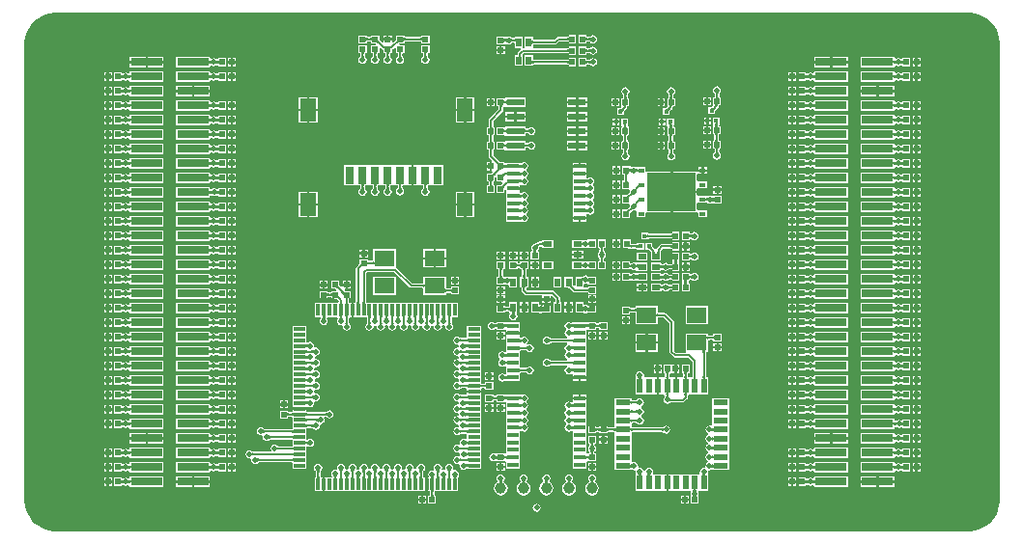
<source format=gbr>
%TF.GenerationSoftware,Altium Limited,Altium Designer,20.0.13 (296)*%
G04 Layer_Physical_Order=6*
G04 Layer_Color=16711680*
%FSLAX26Y26*%
%MOIN*%
%TF.FileFunction,Copper,L6,Bot,Signal*%
%TF.Part,Single*%
G01*
G75*
%TA.AperFunction,SMDPad,CuDef*%
%ADD11R,0.031496X0.019685*%
%ADD17R,0.018504X0.020472*%
%ADD23R,0.020472X0.018504*%
%ADD30R,0.015748X0.015748*%
%ADD31R,0.015748X0.015748*%
%ADD32R,0.019685X0.031496*%
%TA.AperFunction,Conductor*%
%ADD33C,0.015748*%
%ADD34C,0.007874*%
%TA.AperFunction,ViaPad*%
%ADD36C,0.029528*%
%ADD37C,0.196850*%
%ADD38C,0.019685*%
%TA.AperFunction,SMDPad,CuDef*%
%ADD40R,0.039370X0.017716*%
%ADD41R,0.051181X0.019685*%
%ADD42R,0.019685X0.051181*%
%ADD43R,0.011811X0.039370*%
%ADD44R,0.039370X0.011811*%
%ADD45C,0.039370*%
%ADD46R,0.061024X0.023622*%
%ADD47R,0.109840X0.029130*%
%ADD48R,0.027559X0.019685*%
%ADD49R,0.023622X0.015748*%
%ADD50R,0.165354X0.133858*%
%ADD51R,0.019685X0.023622*%
%ADD52R,0.057087X0.078740*%
%ADD53R,0.031496X0.059055*%
%ADD54R,0.070866X0.055118*%
G36*
X3156690Y1682879D02*
X3170736Y1681029D01*
X3184421Y1677362D01*
X3197510Y1671941D01*
X3209779Y1664857D01*
X3221018Y1656233D01*
X3231036Y1646215D01*
X3239661Y1634975D01*
X3246744Y1622707D01*
X3252166Y1609617D01*
X3255833Y1595933D01*
X3257682Y1581887D01*
Y1574803D01*
Y0D01*
Y-7084D01*
X3255832Y-21130D01*
X3252166Y-34815D01*
X3246744Y-47903D01*
X3239660Y-60172D01*
X3231036Y-71412D01*
X3221018Y-81430D01*
X3209778Y-90055D01*
X3197510Y-97138D01*
X3184420Y-102560D01*
X3170736Y-106226D01*
X3156689Y-108075D01*
X3149606D01*
X-2Y-108076D01*
X-7085D01*
X-21131Y-106227D01*
X-34816Y-102560D01*
X-47905Y-97139D01*
X-60174Y-90055D01*
X-71414Y-81430D01*
X-81432Y-71413D01*
X-90056Y-60173D01*
X-97139Y-47904D01*
X-102561Y-34815D01*
X-106228Y-21131D01*
X-108077Y-7084D01*
Y-1D01*
Y1574803D01*
Y1581886D01*
X-106228Y1595932D01*
X-102561Y1609617D01*
X-97140Y1622706D01*
X-90056Y1634975D01*
X-81432Y1646214D01*
X-71414Y1656232D01*
X-60174Y1664857D01*
X-47905Y1671940D01*
X-34816Y1677362D01*
X-21131Y1681029D01*
X-7085Y1682878D01*
X1Y1682879D01*
X3149606D01*
X3156690Y1682879D01*
D02*
G37*
%LPC*%
G36*
X1289567Y1604921D02*
X1261220D01*
Y1600370D01*
X1261172Y1600350D01*
X1260587Y1600195D01*
X1259751Y1600058D01*
X1258683Y1599965D01*
X1257293Y1599929D01*
X1256914Y1599761D01*
X1207259D01*
X1206880Y1599929D01*
X1205490Y1599965D01*
X1204421Y1600058D01*
X1203586Y1600195D01*
X1203001Y1600350D01*
X1202953Y1600370D01*
Y1604921D01*
X1174606D01*
Y1594649D01*
X1174454Y1594400D01*
X1174536Y1594060D01*
X1174402Y1593736D01*
X1174606Y1593242D01*
Y1591049D01*
X1174389Y1590669D01*
X1173721Y1589709D01*
X1171492Y1587074D01*
X1170030Y1585560D01*
X1169874Y1585165D01*
X1164646Y1579937D01*
X1159646Y1582008D01*
Y1587795D01*
X1145472D01*
X1131299D01*
Y1582007D01*
X1126299Y1579936D01*
X1121112Y1585124D01*
X1120972Y1585500D01*
X1118183Y1588503D01*
X1117257Y1589661D01*
X1116556Y1590669D01*
X1116339Y1591049D01*
Y1593242D01*
X1116543Y1593736D01*
X1116409Y1594060D01*
X1116491Y1594400D01*
X1116339Y1594649D01*
Y1604921D01*
X1087992D01*
Y1600370D01*
X1087944Y1600350D01*
X1087359Y1600195D01*
X1086523Y1600058D01*
X1085455Y1599965D01*
X1084065Y1599929D01*
X1083686Y1599761D01*
X1077338D01*
X1076959Y1599929D01*
X1075569Y1599965D01*
X1074500Y1600058D01*
X1073665Y1600195D01*
X1073080Y1600350D01*
X1073031Y1600370D01*
Y1604921D01*
X1044685D01*
Y1578543D01*
X1073031D01*
Y1583094D01*
X1073080Y1583114D01*
X1073665Y1583269D01*
X1074500Y1583406D01*
X1075569Y1583499D01*
X1076959Y1583535D01*
X1077338Y1583704D01*
X1083686D01*
X1084065Y1583535D01*
X1085455Y1583499D01*
X1086523Y1583406D01*
X1087359Y1583269D01*
X1087944Y1583114D01*
X1087992Y1583094D01*
Y1578543D01*
X1100233D01*
X1100482Y1578391D01*
X1100822Y1578473D01*
X1101146Y1578339D01*
X1101639Y1578543D01*
X1103159D01*
X1105950Y1575723D01*
X1103833Y1571063D01*
X1087992D01*
Y1544685D01*
X1093494D01*
X1093553Y1544542D01*
X1093705Y1543978D01*
X1093840Y1543165D01*
X1093932Y1542120D01*
X1093968Y1540756D01*
X1094137Y1540377D01*
Y1535901D01*
X1093969Y1535527D01*
X1093943Y1534684D01*
X1093881Y1534029D01*
X1093784Y1533436D01*
X1093654Y1532901D01*
X1093496Y1532418D01*
X1093311Y1531982D01*
X1093102Y1531585D01*
X1092864Y1531219D01*
X1092595Y1530874D01*
X1092163Y1530412D01*
X1092072Y1530169D01*
X1089185Y1525849D01*
X1088116Y1520472D01*
X1089185Y1515096D01*
X1092231Y1510538D01*
X1096789Y1507492D01*
X1102165Y1506423D01*
X1107542Y1507492D01*
X1112100Y1510538D01*
X1115145Y1515096D01*
X1116215Y1520472D01*
X1115145Y1525849D01*
X1112259Y1530169D01*
X1112168Y1530412D01*
X1111735Y1530875D01*
X1111466Y1531218D01*
X1111229Y1531585D01*
X1111019Y1531982D01*
X1110835Y1532418D01*
X1110676Y1532902D01*
X1110547Y1533436D01*
X1110449Y1534029D01*
X1110387Y1534684D01*
X1110362Y1535527D01*
X1110194Y1535901D01*
Y1540377D01*
X1110362Y1540756D01*
X1110398Y1542120D01*
X1110490Y1543165D01*
X1110626Y1543977D01*
X1110778Y1544541D01*
X1110836Y1544685D01*
X1116339D01*
Y1560657D01*
X1120958Y1562570D01*
X1126016Y1557512D01*
X1128620Y1555772D01*
X1131299Y1555239D01*
Y1544685D01*
X1136835D01*
X1136854Y1544637D01*
X1137009Y1544052D01*
X1137147Y1543216D01*
X1137239Y1542148D01*
X1137275Y1540758D01*
X1137444Y1540379D01*
Y1535901D01*
X1137276Y1535527D01*
X1137251Y1534684D01*
X1137189Y1534029D01*
X1137091Y1533436D01*
X1136961Y1532901D01*
X1136803Y1532418D01*
X1136619Y1531982D01*
X1136409Y1531585D01*
X1136172Y1531219D01*
X1135903Y1530874D01*
X1135470Y1530412D01*
X1135379Y1530169D01*
X1132493Y1525849D01*
X1131423Y1520472D01*
X1132493Y1515096D01*
X1135538Y1510538D01*
X1140096Y1507492D01*
X1145473Y1506423D01*
X1150849Y1507492D01*
X1155407Y1510538D01*
X1158453Y1515096D01*
X1159522Y1520472D01*
X1158453Y1525849D01*
X1155566Y1530169D01*
X1155475Y1530412D01*
X1155042Y1530875D01*
X1154774Y1531218D01*
X1154536Y1531585D01*
X1154326Y1531982D01*
X1154142Y1532418D01*
X1153984Y1532902D01*
X1153854Y1533436D01*
X1153756Y1534029D01*
X1153694Y1534684D01*
X1153669Y1535527D01*
X1153501Y1535901D01*
Y1540379D01*
X1153669Y1540758D01*
X1153706Y1542148D01*
X1153798Y1543216D01*
X1153936Y1544052D01*
X1154091Y1544636D01*
X1154110Y1544685D01*
X1159646D01*
Y1555239D01*
X1162324Y1555772D01*
X1164929Y1557512D01*
X1169987Y1562570D01*
X1174606Y1560657D01*
Y1544685D01*
X1179321D01*
X1179380Y1544542D01*
X1179532Y1543978D01*
X1179667Y1543165D01*
X1179759Y1542120D01*
X1179795Y1540756D01*
X1179964Y1540377D01*
Y1535113D01*
X1179796Y1534740D01*
X1179770Y1533897D01*
X1179708Y1533242D01*
X1179611Y1532649D01*
X1179481Y1532114D01*
X1179323Y1531631D01*
X1179138Y1531194D01*
X1178929Y1530798D01*
X1178691Y1530431D01*
X1178422Y1530087D01*
X1177990Y1529625D01*
X1177899Y1529382D01*
X1175012Y1525062D01*
X1173943Y1519685D01*
X1175012Y1514309D01*
X1178058Y1509751D01*
X1182616Y1506705D01*
X1187992Y1505636D01*
X1193369Y1506705D01*
X1197927Y1509751D01*
X1200972Y1514309D01*
X1202042Y1519685D01*
X1200972Y1525062D01*
X1198086Y1529382D01*
X1197994Y1529625D01*
X1197561Y1530088D01*
X1197293Y1530431D01*
X1197056Y1530798D01*
X1196846Y1531195D01*
X1196662Y1531631D01*
X1196503Y1532114D01*
X1196374Y1532649D01*
X1196276Y1533242D01*
X1196214Y1533897D01*
X1196189Y1534740D01*
X1196020Y1535113D01*
Y1540377D01*
X1196189Y1540756D01*
X1196225Y1542120D01*
X1196317Y1543165D01*
X1196452Y1543977D01*
X1196604Y1544541D01*
X1196663Y1544685D01*
X1202953D01*
Y1571063D01*
X1187627D01*
X1185606Y1575964D01*
X1187907Y1578543D01*
X1189305D01*
X1189799Y1578339D01*
X1190123Y1578473D01*
X1190463Y1578391D01*
X1190712Y1578543D01*
X1202953D01*
Y1583094D01*
X1203001Y1583114D01*
X1203586Y1583269D01*
X1204422Y1583406D01*
X1205490Y1583499D01*
X1206880Y1583535D01*
X1207259Y1583704D01*
X1256914D01*
X1257293Y1583535D01*
X1258683Y1583499D01*
X1259752Y1583406D01*
X1260587Y1583269D01*
X1261172Y1583114D01*
X1261220Y1583094D01*
Y1578543D01*
X1289567D01*
Y1604921D01*
D02*
G37*
G36*
X1795866Y1605905D02*
X1769488D01*
Y1600370D01*
X1769440Y1600350D01*
X1768855Y1600195D01*
X1768019Y1600058D01*
X1766951Y1599965D01*
X1765561Y1599929D01*
X1765182Y1599760D01*
X1733447D01*
X1733447Y1599761D01*
X1730375Y1599149D01*
X1727770Y1597409D01*
X1719885Y1589524D01*
X1650804D01*
X1650425Y1589693D01*
X1649061Y1589729D01*
X1648016Y1589821D01*
X1647204Y1589956D01*
X1646640Y1590108D01*
X1646496Y1590167D01*
Y1601181D01*
X1618937D01*
X1618937Y1564445D01*
X1614388Y1561760D01*
X1611440Y1563217D01*
X1611063Y1564986D01*
Y1601181D01*
X1583504D01*
Y1597799D01*
X1578739Y1596063D01*
X1578460Y1596189D01*
X1577617Y1596214D01*
X1576962Y1596276D01*
X1576369Y1596374D01*
X1575834Y1596503D01*
X1575351Y1596662D01*
X1574915Y1596846D01*
X1574518Y1597056D01*
X1574152Y1597293D01*
X1573807Y1597562D01*
X1573345Y1597994D01*
X1573102Y1598085D01*
X1568782Y1600972D01*
X1563406Y1602042D01*
X1558029Y1600972D01*
X1554606Y1598685D01*
X1553719Y1598965D01*
X1549606Y1601181D01*
X1549606Y1601181D01*
X1549606Y1601181D01*
X1521260D01*
Y1574803D01*
X1549606D01*
Y1574803D01*
X1551409Y1576292D01*
X1554606Y1577299D01*
X1558029Y1575012D01*
X1563406Y1573943D01*
X1568782Y1575012D01*
X1573102Y1577899D01*
X1573345Y1577990D01*
X1573808Y1578422D01*
X1574151Y1578691D01*
X1574518Y1578928D01*
X1574915Y1579138D01*
X1575352Y1579323D01*
X1575835Y1579481D01*
X1576369Y1579611D01*
X1576962Y1579708D01*
X1577617Y1579770D01*
X1578460Y1579796D01*
X1578739Y1579921D01*
X1583504Y1578185D01*
Y1561811D01*
X1603591D01*
X1604534Y1560460D01*
X1605497Y1556811D01*
X1595509Y1546824D01*
X1593769Y1544219D01*
X1593332Y1542022D01*
X1592989Y1541244D01*
X1592961Y1540006D01*
X1592888Y1539055D01*
X1592781Y1538308D01*
X1592753Y1538189D01*
X1583504D01*
Y1498819D01*
X1611063D01*
Y1533124D01*
X1611188Y1533312D01*
X1611106Y1533773D01*
X1611267Y1534172D01*
X1611063Y1538189D01*
X1610629Y1539236D01*
X1615432Y1544039D01*
X1765182D01*
X1765561Y1543870D01*
X1766951Y1543834D01*
X1768020Y1543741D01*
X1768855Y1543604D01*
X1769439Y1543449D01*
X1769488Y1543429D01*
Y1537894D01*
X1795866D01*
Y1566240D01*
X1769488D01*
Y1560705D01*
X1769440Y1560685D01*
X1768855Y1560530D01*
X1768019Y1560393D01*
X1766951Y1560300D01*
X1765561Y1560264D01*
X1765182Y1560095D01*
X1650785D01*
X1646496Y1561811D01*
X1646496Y1565095D01*
Y1572825D01*
X1646639Y1572884D01*
X1647203Y1573036D01*
X1648016Y1573171D01*
X1649061Y1573263D01*
X1650425Y1573299D01*
X1650804Y1573468D01*
X1723211D01*
X1726283Y1574079D01*
X1728888Y1575819D01*
X1736772Y1583704D01*
X1765182D01*
X1765561Y1583535D01*
X1766951Y1583499D01*
X1768020Y1583406D01*
X1768855Y1583269D01*
X1769439Y1583114D01*
X1769488Y1583094D01*
Y1577559D01*
X1795866D01*
Y1605905D01*
D02*
G37*
G36*
X1159646Y1604921D02*
X1149409D01*
Y1595669D01*
X1159646D01*
Y1604921D01*
D02*
G37*
G36*
X1141535D02*
X1131299D01*
Y1595669D01*
X1141535D01*
Y1604921D01*
D02*
G37*
G36*
X1829724Y1605905D02*
X1803347D01*
Y1577559D01*
X1829724D01*
Y1583061D01*
X1829868Y1583120D01*
X1830432Y1583272D01*
X1831245Y1583407D01*
X1832289Y1583499D01*
X1833653Y1583535D01*
X1834032Y1583704D01*
X1838509D01*
X1838882Y1583536D01*
X1839726Y1583510D01*
X1840380Y1583448D01*
X1840973Y1583351D01*
X1841508Y1583221D01*
X1841991Y1583063D01*
X1842428Y1582878D01*
X1842824Y1582669D01*
X1843191Y1582431D01*
X1843535Y1582162D01*
X1843997Y1581730D01*
X1844241Y1581639D01*
X1848561Y1578752D01*
X1853937Y1577683D01*
X1859313Y1578752D01*
X1863871Y1581798D01*
X1866917Y1586356D01*
X1867986Y1591732D01*
X1866917Y1597109D01*
X1863871Y1601667D01*
X1859313Y1604712D01*
X1853937Y1605782D01*
X1848561Y1604712D01*
X1844241Y1601826D01*
X1843997Y1601734D01*
X1843534Y1601301D01*
X1843191Y1601033D01*
X1842824Y1600796D01*
X1842428Y1600586D01*
X1841991Y1600402D01*
X1841508Y1600243D01*
X1840973Y1600114D01*
X1840380Y1600016D01*
X1839726Y1599954D01*
X1838882Y1599929D01*
X1838509Y1599760D01*
X1834032D01*
X1833653Y1599929D01*
X1832289Y1599965D01*
X1831245Y1600057D01*
X1830432Y1600192D01*
X1829868Y1600344D01*
X1829724Y1600403D01*
Y1605905D01*
D02*
G37*
G36*
X1549606Y1567323D02*
X1539370D01*
Y1558071D01*
X1549606D01*
Y1567323D01*
D02*
G37*
G36*
X1531496D02*
X1521260D01*
Y1558071D01*
X1531496D01*
Y1567323D01*
D02*
G37*
G36*
X1549606Y1550197D02*
X1539370D01*
Y1540945D01*
X1549606D01*
Y1550197D01*
D02*
G37*
G36*
X1531496D02*
X1521260D01*
Y1540945D01*
X1531496D01*
Y1550197D01*
D02*
G37*
G36*
X1829724Y1566240D02*
X1803347D01*
Y1537894D01*
X1829724D01*
Y1543396D01*
X1829868Y1543455D01*
X1830432Y1543606D01*
X1831245Y1543742D01*
X1832289Y1543834D01*
X1833653Y1543870D01*
X1834032Y1544039D01*
X1838509D01*
X1838882Y1543870D01*
X1839726Y1543845D01*
X1840380Y1543783D01*
X1840973Y1543685D01*
X1841508Y1543556D01*
X1841991Y1543397D01*
X1842428Y1543213D01*
X1842824Y1543003D01*
X1843191Y1542766D01*
X1843535Y1542497D01*
X1843997Y1542065D01*
X1844241Y1541973D01*
X1848561Y1539087D01*
X1853937Y1538017D01*
X1859313Y1539087D01*
X1863871Y1542132D01*
X1866917Y1546690D01*
X1867986Y1552067D01*
X1866917Y1557443D01*
X1863871Y1562001D01*
X1859313Y1565047D01*
X1853937Y1566116D01*
X1848561Y1565047D01*
X1844241Y1562160D01*
X1843997Y1562069D01*
X1843534Y1561636D01*
X1843191Y1561368D01*
X1842824Y1561131D01*
X1842428Y1560921D01*
X1841991Y1560736D01*
X1841508Y1560578D01*
X1840973Y1560448D01*
X1840380Y1560351D01*
X1839726Y1560289D01*
X1838882Y1560263D01*
X1838509Y1560095D01*
X1834032D01*
X1833653Y1560264D01*
X1832289Y1560300D01*
X1831245Y1560392D01*
X1830432Y1560527D01*
X1829868Y1560679D01*
X1829724Y1560738D01*
Y1566240D01*
D02*
G37*
G36*
X2982874Y1526575D02*
X2973622D01*
Y1516339D01*
X2982874D01*
Y1526575D01*
D02*
G37*
G36*
X2965748D02*
X2956496D01*
Y1516339D01*
X2965748D01*
Y1526575D01*
D02*
G37*
G36*
X372558Y1530904D02*
X317638D01*
Y1516339D01*
X372558D01*
Y1530904D01*
D02*
G37*
G36*
X309764D02*
X254844D01*
Y1516339D01*
X309764D01*
Y1530904D01*
D02*
G37*
G36*
X2734762D02*
X2679843D01*
Y1516339D01*
X2734762D01*
Y1530904D01*
D02*
G37*
G36*
X620669Y1526575D02*
X611417D01*
Y1516339D01*
X620669D01*
Y1526575D01*
D02*
G37*
G36*
X603543D02*
X594291D01*
Y1516339D01*
X603543D01*
Y1526575D01*
D02*
G37*
G36*
X2671969Y1530904D02*
X2617048D01*
Y1516339D01*
X2671969D01*
Y1530904D01*
D02*
G37*
G36*
X1289567Y1571063D02*
X1261220D01*
Y1544685D01*
X1266723D01*
X1266781Y1544542D01*
X1266933Y1543978D01*
X1267069Y1543165D01*
X1267161Y1542120D01*
X1267197Y1540756D01*
X1267365Y1540377D01*
Y1535901D01*
X1267197Y1535527D01*
X1267172Y1534684D01*
X1267110Y1534029D01*
X1267012Y1533436D01*
X1266882Y1532901D01*
X1266724Y1532418D01*
X1266540Y1531982D01*
X1266330Y1531585D01*
X1266093Y1531219D01*
X1265824Y1530874D01*
X1265392Y1530412D01*
X1265300Y1530169D01*
X1262414Y1525849D01*
X1261344Y1520472D01*
X1262414Y1515096D01*
X1265459Y1510538D01*
X1270017Y1507492D01*
X1275394Y1506423D01*
X1280770Y1507492D01*
X1285328Y1510538D01*
X1288374Y1515096D01*
X1289443Y1520472D01*
X1288374Y1525849D01*
X1285487Y1530169D01*
X1285396Y1530412D01*
X1284963Y1530874D01*
X1284695Y1531218D01*
X1284457Y1531585D01*
X1284248Y1531982D01*
X1284063Y1532418D01*
X1283905Y1532902D01*
X1283775Y1533436D01*
X1283677Y1534029D01*
X1283616Y1534684D01*
X1283590Y1535527D01*
X1283422Y1535901D01*
Y1540377D01*
X1283591Y1540756D01*
X1283626Y1542120D01*
X1283719Y1543165D01*
X1283854Y1543977D01*
X1284006Y1544542D01*
X1284065Y1544685D01*
X1289567D01*
Y1571063D01*
D02*
G37*
G36*
X1073031D02*
X1044685D01*
Y1544685D01*
X1050187D01*
X1050246Y1544542D01*
X1050398Y1543978D01*
X1050533Y1543165D01*
X1050625Y1542120D01*
X1050661Y1540756D01*
X1050830Y1540377D01*
Y1535901D01*
X1050662Y1535527D01*
X1050636Y1534684D01*
X1050574Y1534029D01*
X1050477Y1533436D01*
X1050347Y1532901D01*
X1050189Y1532418D01*
X1050004Y1531982D01*
X1049795Y1531585D01*
X1049557Y1531219D01*
X1049288Y1530874D01*
X1048856Y1530412D01*
X1048765Y1530169D01*
X1045878Y1525849D01*
X1044809Y1520472D01*
X1045878Y1515096D01*
X1048924Y1510538D01*
X1053482Y1507492D01*
X1058858Y1506423D01*
X1064235Y1507492D01*
X1068793Y1510538D01*
X1071838Y1515096D01*
X1072908Y1520472D01*
X1071838Y1525849D01*
X1068951Y1530169D01*
X1068860Y1530412D01*
X1068428Y1530874D01*
X1068159Y1531218D01*
X1067922Y1531585D01*
X1067712Y1531982D01*
X1067528Y1532418D01*
X1067369Y1532902D01*
X1067240Y1533436D01*
X1067142Y1534029D01*
X1067080Y1534684D01*
X1067055Y1535527D01*
X1066887Y1535901D01*
Y1540377D01*
X1067055Y1540756D01*
X1067091Y1542120D01*
X1067183Y1543165D01*
X1067319Y1543977D01*
X1067471Y1544542D01*
X1067529Y1544685D01*
X1073031D01*
Y1571063D01*
D02*
G37*
G36*
X1829724Y1526575D02*
X1803347D01*
Y1498228D01*
X1829724D01*
Y1503731D01*
X1829868Y1503789D01*
X1830432Y1503941D01*
X1831245Y1504077D01*
X1832289Y1504169D01*
X1833653Y1504205D01*
X1834032Y1504373D01*
X1838509D01*
X1838882Y1504205D01*
X1839726Y1504180D01*
X1840380Y1504118D01*
X1840973Y1504020D01*
X1841508Y1503890D01*
X1841991Y1503732D01*
X1842428Y1503548D01*
X1842824Y1503338D01*
X1843191Y1503101D01*
X1843535Y1502832D01*
X1843997Y1502399D01*
X1844241Y1502308D01*
X1848561Y1499422D01*
X1853937Y1498352D01*
X1859313Y1499422D01*
X1863871Y1502467D01*
X1866917Y1507025D01*
X1867986Y1512402D01*
X1866917Y1517778D01*
X1863871Y1522336D01*
X1859313Y1525382D01*
X1853937Y1526451D01*
X1848561Y1525382D01*
X1844241Y1522495D01*
X1843997Y1522404D01*
X1843534Y1521971D01*
X1843191Y1521703D01*
X1842824Y1521465D01*
X1842428Y1521256D01*
X1841991Y1521071D01*
X1841508Y1520913D01*
X1840973Y1520783D01*
X1840380Y1520686D01*
X1839726Y1520624D01*
X1838882Y1520598D01*
X1838509Y1520430D01*
X1834032D01*
X1833653Y1520599D01*
X1832289Y1520634D01*
X1831245Y1520727D01*
X1830432Y1520862D01*
X1829868Y1521014D01*
X1829724Y1521073D01*
Y1526575D01*
D02*
G37*
G36*
X2982874Y1508465D02*
X2973622D01*
Y1498228D01*
X2982874D01*
Y1508465D01*
D02*
G37*
G36*
X2965748D02*
X2956496D01*
Y1498228D01*
X2965748D01*
Y1508465D01*
D02*
G37*
G36*
X2894762Y1530904D02*
X2777048D01*
Y1493900D01*
X2894762D01*
Y1498508D01*
X2894769Y1498518D01*
X2899762Y1500986D01*
X2902104Y1499422D01*
X2907480Y1498352D01*
X2912857Y1499422D01*
X2917177Y1502308D01*
X2917420Y1502400D01*
X2921945Y1500916D01*
X2922288Y1500414D01*
X2922638Y1499729D01*
Y1498228D01*
X2949016D01*
Y1526575D01*
X2922638D01*
Y1525074D01*
X2922288Y1524390D01*
X2921945Y1523888D01*
X2917420Y1522404D01*
X2917177Y1522495D01*
X2912857Y1525382D01*
X2907480Y1526451D01*
X2902104Y1525382D01*
X2899762Y1523817D01*
X2894769Y1526285D01*
X2894762Y1526295D01*
Y1530904D01*
D02*
G37*
G36*
X1646496Y1538189D02*
X1618937D01*
Y1498819D01*
X1646496D01*
Y1503731D01*
X1646639Y1503789D01*
X1647203Y1503941D01*
X1648016Y1504077D01*
X1649061Y1504169D01*
X1650425Y1504205D01*
X1650804Y1504373D01*
X1765182D01*
X1765561Y1504205D01*
X1766951Y1504169D01*
X1768020Y1504076D01*
X1768855Y1503939D01*
X1769439Y1503784D01*
X1769488Y1503764D01*
Y1498228D01*
X1795866D01*
Y1526575D01*
X1769488D01*
Y1521039D01*
X1769440Y1521020D01*
X1768855Y1520865D01*
X1768019Y1520728D01*
X1766951Y1520635D01*
X1765561Y1520599D01*
X1765182Y1520430D01*
X1650804D01*
X1650425Y1520599D01*
X1649061Y1520634D01*
X1648016Y1520727D01*
X1647204Y1520862D01*
X1646640Y1521014D01*
X1646496Y1521073D01*
Y1538189D01*
D02*
G37*
G36*
X620669Y1508465D02*
X611417D01*
Y1498228D01*
X620669D01*
Y1508465D01*
D02*
G37*
G36*
X603543D02*
X594291D01*
Y1498228D01*
X603543D01*
Y1508465D01*
D02*
G37*
G36*
X532558Y1530904D02*
X414844D01*
Y1493900D01*
X532558D01*
Y1498508D01*
X532565Y1498519D01*
X537558Y1500986D01*
X539899Y1499422D01*
X545276Y1498352D01*
X550652Y1499422D01*
X554972Y1502308D01*
X555215Y1502399D01*
X559740Y1500916D01*
X560083Y1500414D01*
X560433Y1499730D01*
Y1498228D01*
X586811D01*
Y1526575D01*
X560433D01*
Y1525074D01*
X560083Y1524390D01*
X559740Y1523888D01*
X555215Y1522404D01*
X554972Y1522495D01*
X550652Y1525382D01*
X545276Y1526451D01*
X539899Y1525382D01*
X537558Y1523817D01*
X532566Y1526284D01*
X532558Y1526295D01*
Y1530904D01*
D02*
G37*
G36*
X2734762Y1508465D02*
X2679843D01*
Y1493900D01*
X2734762D01*
Y1508465D01*
D02*
G37*
G36*
X2671969D02*
X2617048D01*
Y1493900D01*
X2671969D01*
Y1508465D01*
D02*
G37*
G36*
X372558Y1508465D02*
X317638D01*
Y1493900D01*
X372558D01*
Y1508465D01*
D02*
G37*
G36*
X309764D02*
X254844D01*
Y1493900D01*
X309764D01*
Y1508465D01*
D02*
G37*
G36*
X2734762Y1480904D02*
X2617048D01*
Y1476295D01*
X2617041Y1476285D01*
X2612048Y1473817D01*
X2609707Y1475382D01*
X2604331Y1476451D01*
X2598954Y1475382D01*
X2594634Y1472495D01*
X2594391Y1472404D01*
X2589866Y1473888D01*
X2589523Y1474390D01*
X2589173Y1475074D01*
Y1476575D01*
X2562795D01*
Y1448228D01*
X2589173D01*
Y1449729D01*
X2589523Y1450413D01*
X2589866Y1450915D01*
X2594391Y1452400D01*
X2594634Y1452308D01*
X2598954Y1449422D01*
X2604331Y1448352D01*
X2609707Y1449422D01*
X2612048Y1450986D01*
X2617041Y1448518D01*
X2617048Y1448508D01*
Y1443900D01*
X2734762D01*
Y1480904D01*
D02*
G37*
G36*
X372558D02*
X254844D01*
Y1476295D01*
X254837Y1476285D01*
X249844Y1473817D01*
X247502Y1475382D01*
X242126Y1476451D01*
X236749Y1475382D01*
X232429Y1472495D01*
X232186Y1472404D01*
X227661Y1473888D01*
X227318Y1474390D01*
X226968Y1475074D01*
Y1476575D01*
X200591D01*
Y1448228D01*
X226968D01*
Y1449729D01*
X227318Y1450413D01*
X227661Y1450915D01*
X232186Y1452400D01*
X232429Y1452308D01*
X236749Y1449422D01*
X242126Y1448352D01*
X247502Y1449422D01*
X249844Y1450986D01*
X254837Y1448518D01*
X254844Y1448508D01*
Y1443900D01*
X372558D01*
Y1480904D01*
D02*
G37*
G36*
X2982874Y1476575D02*
X2973622D01*
Y1466339D01*
X2982874D01*
Y1476575D01*
D02*
G37*
G36*
X2965748D02*
X2956496D01*
Y1466339D01*
X2965748D01*
Y1476575D01*
D02*
G37*
G36*
X2555315Y1476575D02*
X2546063D01*
Y1466339D01*
X2555315D01*
Y1476575D01*
D02*
G37*
G36*
X193110D02*
X183858D01*
Y1466339D01*
X193110D01*
Y1476575D01*
D02*
G37*
G36*
X2538189D02*
X2528937D01*
Y1466339D01*
X2538189D01*
Y1476575D01*
D02*
G37*
G36*
X175984D02*
X166732D01*
Y1466339D01*
X175984D01*
Y1476575D01*
D02*
G37*
G36*
X620669Y1476575D02*
X611417D01*
Y1466339D01*
X620669D01*
Y1476575D01*
D02*
G37*
G36*
X603543D02*
X594291D01*
Y1466339D01*
X603543D01*
Y1476575D01*
D02*
G37*
G36*
X2982874Y1458465D02*
X2973622D01*
Y1448228D01*
X2982874D01*
Y1458465D01*
D02*
G37*
G36*
X2965748D02*
X2956496D01*
Y1448228D01*
X2965748D01*
Y1458465D01*
D02*
G37*
G36*
X2894762Y1480904D02*
X2777048D01*
Y1443900D01*
X2894762D01*
Y1448508D01*
X2894770Y1448519D01*
X2899762Y1450986D01*
X2902104Y1449422D01*
X2907480Y1448352D01*
X2912857Y1449422D01*
X2917177Y1452308D01*
X2917420Y1452399D01*
X2921945Y1450916D01*
X2922288Y1450414D01*
X2922638Y1449730D01*
Y1448228D01*
X2949016D01*
Y1476575D01*
X2922638D01*
Y1475074D01*
X2922288Y1474390D01*
X2921945Y1473888D01*
X2917420Y1472404D01*
X2917177Y1472495D01*
X2912857Y1475382D01*
X2907480Y1476451D01*
X2902104Y1475382D01*
X2899762Y1473817D01*
X2894770Y1476284D01*
X2894762Y1476295D01*
Y1480904D01*
D02*
G37*
G36*
X620669Y1458465D02*
X611417D01*
Y1448228D01*
X620669D01*
Y1458465D01*
D02*
G37*
G36*
X603543D02*
X594291D01*
Y1448228D01*
X603543D01*
Y1458465D01*
D02*
G37*
G36*
X532558Y1480904D02*
X414844D01*
Y1443900D01*
X532558D01*
Y1448508D01*
X532565Y1448519D01*
X537558Y1450986D01*
X539899Y1449422D01*
X545276Y1448352D01*
X550652Y1449422D01*
X554972Y1452308D01*
X555215Y1452399D01*
X559740Y1450916D01*
X560083Y1450414D01*
X560433Y1449730D01*
Y1448228D01*
X586811D01*
Y1476575D01*
X560433D01*
Y1475074D01*
X560083Y1474390D01*
X559740Y1473888D01*
X555215Y1472404D01*
X554972Y1472495D01*
X550652Y1475382D01*
X545276Y1476451D01*
X539899Y1475382D01*
X537558Y1473817D01*
X532566Y1476284D01*
X532558Y1476295D01*
Y1480904D01*
D02*
G37*
G36*
X2555315Y1458465D02*
X2546063D01*
Y1448228D01*
X2555315D01*
Y1458465D01*
D02*
G37*
G36*
X2538189D02*
X2528937D01*
Y1448228D01*
X2538189D01*
Y1458465D01*
D02*
G37*
G36*
X193110D02*
X183858D01*
Y1448228D01*
X193110D01*
Y1458465D01*
D02*
G37*
G36*
X175984D02*
X166732D01*
Y1448228D01*
X175984D01*
Y1458465D01*
D02*
G37*
G36*
X2734762Y1430904D02*
X2617048D01*
Y1426295D01*
X2617041Y1426285D01*
X2612048Y1423817D01*
X2609707Y1425382D01*
X2604331Y1426451D01*
X2598954Y1425382D01*
X2594634Y1422495D01*
X2594391Y1422404D01*
X2589866Y1423888D01*
X2589523Y1424390D01*
X2589173Y1425074D01*
Y1426575D01*
X2562795D01*
Y1398228D01*
X2589173D01*
Y1399729D01*
X2589523Y1400413D01*
X2589866Y1400915D01*
X2594391Y1402400D01*
X2594634Y1402308D01*
X2598954Y1399422D01*
X2604331Y1398352D01*
X2609707Y1399422D01*
X2612048Y1400986D01*
X2617041Y1398518D01*
X2617048Y1398508D01*
Y1393900D01*
X2734762D01*
Y1430904D01*
D02*
G37*
G36*
X372558D02*
X254844D01*
Y1426295D01*
X254837Y1426285D01*
X249844Y1423817D01*
X247502Y1425382D01*
X242126Y1426451D01*
X236749Y1425382D01*
X232429Y1422495D01*
X232186Y1422404D01*
X227661Y1423888D01*
X227318Y1424390D01*
X226968Y1425074D01*
Y1426575D01*
X200591D01*
Y1398228D01*
X226968D01*
Y1399729D01*
X227318Y1400413D01*
X227661Y1400915D01*
X232186Y1402400D01*
X232429Y1402308D01*
X236749Y1399422D01*
X242126Y1398352D01*
X247502Y1399422D01*
X249844Y1400986D01*
X254837Y1398518D01*
X254844Y1398508D01*
Y1393900D01*
X372558D01*
Y1430904D01*
D02*
G37*
G36*
X532558D02*
X477638D01*
Y1416339D01*
X532558D01*
Y1430904D01*
D02*
G37*
G36*
X2555315Y1426575D02*
X2546063D01*
Y1416339D01*
X2555315D01*
Y1426575D01*
D02*
G37*
G36*
X193110D02*
X183858D01*
Y1416339D01*
X193110D01*
Y1426575D01*
D02*
G37*
G36*
X2538189D02*
X2528937D01*
Y1416339D01*
X2538189D01*
Y1426575D01*
D02*
G37*
G36*
X175984D02*
X166732D01*
Y1416339D01*
X175984D01*
Y1426575D01*
D02*
G37*
G36*
X469764Y1430904D02*
X414844D01*
Y1416339D01*
X469764D01*
Y1430904D01*
D02*
G37*
G36*
X2894762D02*
X2839843D01*
Y1416339D01*
X2894762D01*
Y1430904D01*
D02*
G37*
G36*
X2831969D02*
X2777048D01*
Y1416339D01*
X2831969D01*
Y1430904D01*
D02*
G37*
G36*
X2555315Y1408465D02*
X2546063D01*
Y1398228D01*
X2555315D01*
Y1408465D01*
D02*
G37*
G36*
X2538189D02*
X2528937D01*
Y1398228D01*
X2538189D01*
Y1408465D01*
D02*
G37*
G36*
X193110D02*
X183858D01*
Y1398228D01*
X193110D01*
Y1408465D01*
D02*
G37*
G36*
X175984D02*
X166732D01*
Y1398228D01*
X175984D01*
Y1408465D01*
D02*
G37*
G36*
X2894762Y1408465D02*
X2839843D01*
Y1393900D01*
X2894762D01*
Y1408465D01*
D02*
G37*
G36*
X2831969D02*
X2777048D01*
Y1393900D01*
X2831969D01*
Y1408465D01*
D02*
G37*
G36*
X532558Y1408465D02*
X477638D01*
Y1393900D01*
X532558D01*
Y1408465D01*
D02*
G37*
G36*
X469764D02*
X414844D01*
Y1393900D01*
X469764D01*
Y1408465D01*
D02*
G37*
G36*
X2260039Y1391339D02*
X2250787D01*
Y1381103D01*
X2260039D01*
Y1391339D01*
D02*
G37*
G36*
X2242914D02*
X2233662D01*
Y1381103D01*
X2242914D01*
Y1391339D01*
D02*
G37*
G36*
X2102559Y1388386D02*
X2093307D01*
Y1378150D01*
X2102559D01*
Y1388386D01*
D02*
G37*
G36*
X2085433D02*
X2076181D01*
Y1378150D01*
X2085433D01*
Y1388386D01*
D02*
G37*
G36*
X1945079D02*
X1935827D01*
Y1378150D01*
X1945079D01*
Y1388386D01*
D02*
G37*
G36*
X1833661Y1389961D02*
X1803149D01*
Y1378150D01*
X1833661D01*
Y1389961D01*
D02*
G37*
G36*
X1514764Y1388386D02*
X1505512D01*
Y1378150D01*
X1514764D01*
Y1388386D01*
D02*
G37*
G36*
X1497638D02*
X1488386D01*
Y1378150D01*
X1497638D01*
Y1388386D01*
D02*
G37*
G36*
X1795275Y1389961D02*
X1764764D01*
Y1378150D01*
X1795275D01*
Y1389961D01*
D02*
G37*
G36*
X1927953Y1388386D02*
X1918701D01*
Y1378150D01*
X1927953D01*
Y1388386D01*
D02*
G37*
G36*
X2734762Y1380904D02*
X2617048D01*
Y1376295D01*
X2617041Y1376285D01*
X2612048Y1373817D01*
X2609707Y1375382D01*
X2604331Y1376451D01*
X2598954Y1375382D01*
X2594634Y1372495D01*
X2594391Y1372404D01*
X2589866Y1373888D01*
X2589523Y1374390D01*
X2589173Y1375074D01*
Y1376575D01*
X2562795D01*
Y1348228D01*
X2589173D01*
Y1349729D01*
X2589523Y1350413D01*
X2589866Y1350915D01*
X2594391Y1352400D01*
X2594634Y1352308D01*
X2598954Y1349422D01*
X2604331Y1348352D01*
X2609707Y1349422D01*
X2612048Y1350986D01*
X2617041Y1348518D01*
X2617048Y1348508D01*
Y1343900D01*
X2734762D01*
Y1380904D01*
D02*
G37*
G36*
X372558D02*
X254844D01*
Y1376295D01*
X254837Y1376285D01*
X249844Y1373817D01*
X247502Y1375382D01*
X242126Y1376451D01*
X236749Y1375382D01*
X232429Y1372495D01*
X232186Y1372404D01*
X227661Y1373888D01*
X227318Y1374390D01*
X226968Y1375074D01*
Y1376575D01*
X200591D01*
Y1348228D01*
X226968D01*
Y1349729D01*
X227318Y1350413D01*
X227661Y1350915D01*
X232186Y1352400D01*
X232429Y1352308D01*
X236749Y1349422D01*
X242126Y1348352D01*
X247502Y1349422D01*
X249844Y1350986D01*
X254837Y1348518D01*
X254844Y1348508D01*
Y1343900D01*
X372558D01*
Y1380904D01*
D02*
G37*
G36*
X2982874Y1376575D02*
X2973622D01*
Y1366339D01*
X2982874D01*
Y1376575D01*
D02*
G37*
G36*
X2965748D02*
X2956496D01*
Y1366339D01*
X2965748D01*
Y1376575D01*
D02*
G37*
G36*
X2555315Y1376575D02*
X2546063D01*
Y1366339D01*
X2555315D01*
Y1376575D01*
D02*
G37*
G36*
X193110D02*
X183858D01*
Y1366339D01*
X193110D01*
Y1376575D01*
D02*
G37*
G36*
X2538189D02*
X2528937D01*
Y1366339D01*
X2538189D01*
Y1376575D01*
D02*
G37*
G36*
X175984D02*
X166732D01*
Y1366339D01*
X175984D01*
Y1376575D01*
D02*
G37*
G36*
X620669Y1376574D02*
X611417D01*
Y1366338D01*
X620669D01*
Y1376574D01*
D02*
G37*
G36*
X603543D02*
X594291D01*
Y1366338D01*
X603543D01*
Y1376574D01*
D02*
G37*
G36*
X2260039Y1373229D02*
X2250787D01*
Y1362992D01*
X2260039D01*
Y1373229D01*
D02*
G37*
G36*
X2242914D02*
X2233662D01*
Y1362992D01*
X2242914D01*
Y1373229D01*
D02*
G37*
G36*
X2102559Y1370276D02*
X2093307D01*
Y1360040D01*
X2102559D01*
Y1370276D01*
D02*
G37*
G36*
X2085433D02*
X2076181D01*
Y1360040D01*
X2085433D01*
Y1370276D01*
D02*
G37*
G36*
X1945079Y1370276D02*
X1935827D01*
Y1360040D01*
X1945079D01*
Y1370276D01*
D02*
G37*
G36*
X1927953D02*
X1918701D01*
Y1360040D01*
X1927953D01*
Y1370276D01*
D02*
G37*
G36*
X1514764D02*
X1505512D01*
Y1360039D01*
X1514764D01*
Y1370276D01*
D02*
G37*
G36*
X1497638D02*
X1488386D01*
Y1360039D01*
X1497638D01*
Y1370276D01*
D02*
G37*
G36*
X1833661D02*
X1803149D01*
Y1358465D01*
X1833661D01*
Y1370276D01*
D02*
G37*
G36*
X1795275D02*
X1764764D01*
Y1358465D01*
X1795275D01*
Y1370276D01*
D02*
G37*
G36*
X1552166Y1389961D02*
X1548622Y1388386D01*
X1522244D01*
Y1360039D01*
X1526795D01*
X1526815Y1359991D01*
X1526970Y1359406D01*
X1527107Y1358570D01*
X1527200Y1357502D01*
X1527236Y1356112D01*
X1527405Y1355733D01*
Y1348798D01*
X1495898Y1317291D01*
X1494158Y1314687D01*
X1493547Y1311614D01*
Y1292692D01*
X1493378Y1292313D01*
X1493342Y1290923D01*
X1493249Y1289855D01*
X1493112Y1289019D01*
X1492957Y1288434D01*
X1492937Y1288386D01*
X1488386D01*
Y1260039D01*
X1492937D01*
X1492957Y1259991D01*
X1493112Y1259406D01*
X1493249Y1258570D01*
X1493342Y1257502D01*
X1493378Y1256112D01*
X1493547Y1255733D01*
Y1242692D01*
X1493378Y1242313D01*
X1493342Y1240923D01*
X1493249Y1239855D01*
X1493112Y1239019D01*
X1492957Y1238434D01*
X1492937Y1238386D01*
X1488386D01*
Y1210039D01*
X1492937D01*
X1492957Y1209991D01*
X1493112Y1209406D01*
X1493249Y1208570D01*
X1493342Y1207502D01*
X1493378Y1206112D01*
X1493547Y1205733D01*
Y1187401D01*
X1494158Y1184329D01*
X1495898Y1181725D01*
X1506271Y1171352D01*
X1505512Y1169519D01*
Y1152559D01*
Y1136670D01*
X1508043Y1133445D01*
X1507807Y1131996D01*
X1504804Y1129207D01*
X1503646Y1128281D01*
X1502638Y1127580D01*
X1502258Y1127362D01*
X1500065D01*
X1499571Y1127567D01*
X1499247Y1127432D01*
X1498907Y1127514D01*
X1498658Y1127362D01*
X1488386D01*
Y1099016D01*
X1492937D01*
X1492957Y1098967D01*
X1493112Y1098382D01*
X1493249Y1097547D01*
X1493342Y1096478D01*
X1493378Y1095088D01*
X1493547Y1094709D01*
Y1092299D01*
X1493378Y1091920D01*
X1493342Y1090530D01*
X1493249Y1089461D01*
X1493112Y1088626D01*
X1492957Y1088041D01*
X1492937Y1087992D01*
X1488386D01*
Y1059646D01*
X1514764D01*
Y1087992D01*
X1510213D01*
X1510193Y1088041D01*
X1510038Y1088626D01*
X1509901Y1089461D01*
X1509808Y1090530D01*
X1509772Y1091920D01*
X1509603Y1092299D01*
Y1094709D01*
X1509772Y1095088D01*
X1509808Y1096478D01*
X1509901Y1097547D01*
X1510038Y1098382D01*
X1510193Y1098967D01*
X1510213Y1099016D01*
X1514764D01*
Y1111256D01*
X1514916Y1111505D01*
X1514834Y1111846D01*
X1514968Y1112170D01*
X1514764Y1112663D01*
Y1114183D01*
X1517584Y1116974D01*
X1522244Y1114856D01*
Y1099016D01*
X1538023D01*
X1541902Y1094075D01*
X1541665Y1092626D01*
X1538662Y1089837D01*
X1537504Y1088911D01*
X1536496Y1088209D01*
X1536116Y1087992D01*
X1533923D01*
X1533430Y1088197D01*
X1533106Y1088062D01*
X1532765Y1088144D01*
X1532516Y1087992D01*
X1522244D01*
Y1059646D01*
X1548622D01*
Y1071886D01*
X1548774Y1072135D01*
X1548692Y1072476D01*
X1548826Y1072800D01*
X1549440Y1073844D01*
X1550118Y1074301D01*
X1555118Y1071639D01*
X1555118Y1062992D01*
X1555118Y1057992D01*
Y1042401D01*
X1555118Y1037402D01*
X1555118D01*
Y1037401D01*
X1555118D01*
Y1016811D01*
X1555118Y1011811D01*
X1555118D01*
Y1011811D01*
X1555118D01*
Y991220D01*
X1555118Y986221D01*
X1555118D01*
Y986220D01*
X1555118D01*
Y960630D01*
X1602362D01*
Y960630D01*
X1603103Y961169D01*
X1603695Y961552D01*
X1607362Y962719D01*
X1610765Y960445D01*
X1616142Y959376D01*
X1621518Y960445D01*
X1626076Y963491D01*
X1629122Y968049D01*
X1630191Y973425D01*
X1629122Y978802D01*
X1626076Y983360D01*
X1625536Y983721D01*
Y988721D01*
X1626076Y989081D01*
X1629122Y993639D01*
X1630191Y999016D01*
X1629122Y1004392D01*
X1626076Y1008950D01*
X1625536Y1009311D01*
Y1014311D01*
X1626076Y1014672D01*
X1629122Y1019230D01*
X1630191Y1024606D01*
X1629122Y1029983D01*
X1626076Y1034541D01*
X1625536Y1034902D01*
Y1039902D01*
X1626076Y1040262D01*
X1629122Y1044820D01*
X1630191Y1050197D01*
X1629122Y1055573D01*
X1626076Y1060131D01*
X1621518Y1063177D01*
X1616142Y1064246D01*
X1610765Y1063177D01*
X1607362Y1060903D01*
X1604175Y1061918D01*
X1602440Y1063388D01*
X1602421Y1063413D01*
X1602397Y1063450D01*
X1602375Y1063494D01*
X1602362Y1063527D01*
X1602362Y1067992D01*
Y1071850D01*
X1578740D01*
Y1079724D01*
X1602362D01*
Y1088048D01*
X1602375Y1088081D01*
X1602397Y1088125D01*
X1602421Y1088161D01*
X1602440Y1088187D01*
X1604174Y1089657D01*
X1607362Y1090672D01*
X1610765Y1088398D01*
X1616142Y1087329D01*
X1621518Y1088398D01*
X1626076Y1091444D01*
X1629122Y1096002D01*
X1630191Y1101378D01*
X1629122Y1106755D01*
X1626076Y1111312D01*
X1625536Y1111673D01*
Y1116673D01*
X1626076Y1117034D01*
X1629122Y1121592D01*
X1630191Y1126969D01*
X1629122Y1132345D01*
X1626076Y1136903D01*
X1625558Y1137249D01*
Y1143263D01*
X1626076Y1143609D01*
X1629122Y1148167D01*
X1630191Y1153543D01*
X1629122Y1158920D01*
X1626076Y1163478D01*
X1621518Y1166523D01*
X1616142Y1167593D01*
X1610765Y1166523D01*
X1607362Y1164249D01*
X1602362Y1165354D01*
X1602362Y1165354D01*
X1555118D01*
Y1165354D01*
X1552135Y1164210D01*
X1548622Y1166359D01*
Y1166732D01*
X1538350D01*
X1538101Y1166884D01*
X1537761Y1166803D01*
X1537437Y1166937D01*
X1536943Y1166732D01*
X1534750D01*
X1534370Y1166949D01*
X1533410Y1167617D01*
X1530775Y1169847D01*
X1529261Y1171309D01*
X1528866Y1171465D01*
X1509603Y1190727D01*
Y1205733D01*
X1509772Y1206112D01*
X1509808Y1207502D01*
X1509901Y1208571D01*
X1510038Y1209406D01*
X1510193Y1209991D01*
X1510213Y1210039D01*
X1514764D01*
Y1238386D01*
X1510213D01*
X1510193Y1238434D01*
X1510038Y1239019D01*
X1509901Y1239855D01*
X1509808Y1240923D01*
X1509772Y1242313D01*
X1509603Y1242692D01*
Y1255733D01*
X1509772Y1256112D01*
X1509808Y1257502D01*
X1509901Y1258571D01*
X1510038Y1259406D01*
X1510193Y1259991D01*
X1510213Y1260039D01*
X1514764D01*
Y1288386D01*
X1510213D01*
X1510193Y1288434D01*
X1510038Y1289019D01*
X1509901Y1289855D01*
X1509808Y1290923D01*
X1509772Y1292313D01*
X1509603Y1292692D01*
Y1308289D01*
X1541110Y1339795D01*
X1541110Y1339796D01*
X1542850Y1342400D01*
X1543461Y1345473D01*
Y1355733D01*
X1543630Y1356112D01*
X1543666Y1357502D01*
X1543759Y1358571D01*
X1543896Y1359406D01*
X1543994Y1359776D01*
X1548711Y1360000D01*
X1552166Y1358465D01*
Y1358465D01*
X1621063D01*
Y1389961D01*
X1552166D01*
Y1389961D01*
D02*
G37*
G36*
X2281496Y1429404D02*
X2276120Y1428335D01*
X2271562Y1425289D01*
X2268516Y1420731D01*
X2267447Y1415355D01*
X2268516Y1409978D01*
X2271403Y1405658D01*
X2271494Y1405415D01*
X2271927Y1404952D01*
X2272195Y1404609D01*
X2272432Y1404242D01*
X2272642Y1403845D01*
X2272827Y1403409D01*
X2272985Y1402925D01*
X2273115Y1402391D01*
X2273212Y1401798D01*
X2273274Y1401143D01*
X2273300Y1400300D01*
X2273468Y1399926D01*
Y1395645D01*
X2273299Y1395266D01*
X2273263Y1393876D01*
X2273170Y1392807D01*
X2273033Y1391972D01*
X2272878Y1391388D01*
X2272858Y1391339D01*
X2267520D01*
Y1367227D01*
X2267496Y1367169D01*
X2267520Y1362992D01*
X2265811Y1358700D01*
X2265606Y1358508D01*
X2264434Y1357565D01*
X2263414Y1356848D01*
X2263147Y1356693D01*
X2260602D01*
X2260398Y1356777D01*
X2260194Y1356693D01*
X2259839D01*
X2259714Y1356722D01*
X2259667Y1356693D01*
X2251968D01*
Y1333071D01*
X2275590D01*
Y1340769D01*
X2275620Y1340817D01*
X2275590Y1340941D01*
Y1341297D01*
X2275675Y1341500D01*
X2275590Y1341704D01*
Y1344249D01*
X2275746Y1344517D01*
X2276430Y1345489D01*
X2278689Y1348146D01*
X2280166Y1349674D01*
X2280322Y1350070D01*
X2284529Y1354277D01*
X2284529Y1354277D01*
X2286269Y1356882D01*
X2286706Y1359079D01*
X2287049Y1359856D01*
X2287078Y1361112D01*
X2287153Y1362081D01*
X2287263Y1362836D01*
X2287300Y1362992D01*
X2293898D01*
Y1391339D01*
X2290134D01*
X2290114Y1391387D01*
X2289959Y1391972D01*
X2289822Y1392808D01*
X2289729Y1393876D01*
X2289693Y1395266D01*
X2289524Y1395645D01*
Y1399926D01*
X2289693Y1400300D01*
X2289718Y1401143D01*
X2289780Y1401798D01*
X2289878Y1402391D01*
X2290007Y1402926D01*
X2290166Y1403409D01*
X2290350Y1403845D01*
X2290560Y1404242D01*
X2290797Y1404608D01*
X2291066Y1404953D01*
X2291498Y1405415D01*
X2291590Y1405658D01*
X2294476Y1409978D01*
X2295546Y1415355D01*
X2294476Y1420731D01*
X2291431Y1425289D01*
X2286873Y1428335D01*
X2281496Y1429404D01*
D02*
G37*
G36*
X2123228Y1425664D02*
X2117852Y1424594D01*
X2113294Y1421549D01*
X2110248Y1416991D01*
X2109179Y1411614D01*
X2110248Y1406238D01*
X2113135Y1401918D01*
X2113226Y1401675D01*
X2113659Y1401212D01*
X2113927Y1400869D01*
X2114165Y1400502D01*
X2114374Y1400105D01*
X2114559Y1399668D01*
X2114717Y1399185D01*
X2114847Y1398650D01*
X2114945Y1398058D01*
X2115006Y1397403D01*
X2115032Y1396560D01*
X2115200Y1396186D01*
Y1392693D01*
X2115031Y1392313D01*
X2114995Y1390923D01*
X2114902Y1389855D01*
X2114765Y1389019D01*
X2114610Y1388435D01*
X2114590Y1388386D01*
X2110039D01*
Y1364274D01*
X2110015Y1364216D01*
X2110039Y1360040D01*
X2108331Y1355747D01*
X2108125Y1355555D01*
X2106954Y1354612D01*
X2105933Y1353895D01*
X2105667Y1353740D01*
X2103122D01*
X2102918Y1353825D01*
X2102714Y1353740D01*
X2102358D01*
X2102234Y1353769D01*
X2102187Y1353740D01*
X2094488D01*
Y1330118D01*
X2118110D01*
Y1337817D01*
X2118140Y1337864D01*
X2118110Y1337988D01*
Y1338344D01*
X2118195Y1338548D01*
X2118110Y1338751D01*
Y1341297D01*
X2118265Y1341564D01*
X2118950Y1342537D01*
X2121208Y1345194D01*
X2122685Y1346722D01*
X2122841Y1347118D01*
X2127048Y1351324D01*
X2127049Y1351325D01*
X2128789Y1353929D01*
X2129226Y1356126D01*
X2129569Y1356903D01*
X2129598Y1358159D01*
X2129673Y1359128D01*
X2129783Y1359884D01*
X2129820Y1360040D01*
X2136417D01*
Y1388386D01*
X2131866D01*
X2131847Y1388434D01*
X2131691Y1389019D01*
X2131554Y1389855D01*
X2131461Y1390924D01*
X2131425Y1392313D01*
X2131257Y1392693D01*
Y1396186D01*
X2131425Y1396560D01*
X2131450Y1397403D01*
X2131512Y1398058D01*
X2131610Y1398651D01*
X2131740Y1399186D01*
X2131898Y1399668D01*
X2132082Y1400105D01*
X2132292Y1400502D01*
X2132529Y1400868D01*
X2132798Y1401212D01*
X2133231Y1401675D01*
X2133322Y1401918D01*
X2136208Y1406238D01*
X2137278Y1411614D01*
X2136208Y1416991D01*
X2133163Y1421549D01*
X2128605Y1424594D01*
X2123228Y1425664D01*
D02*
G37*
G36*
X1965748D02*
X1960371Y1424594D01*
X1955813Y1421549D01*
X1952768Y1416991D01*
X1951698Y1411614D01*
X1952768Y1406238D01*
X1955655Y1401918D01*
X1955746Y1401674D01*
X1956178Y1401212D01*
X1956447Y1400869D01*
X1956684Y1400502D01*
X1956894Y1400105D01*
X1957079Y1399668D01*
X1957237Y1399185D01*
X1957367Y1398650D01*
X1957464Y1398058D01*
X1957526Y1397403D01*
X1957552Y1396560D01*
X1957720Y1396186D01*
Y1392693D01*
X1957551Y1392313D01*
X1957515Y1390923D01*
X1957422Y1389855D01*
X1957285Y1389019D01*
X1957130Y1388434D01*
X1957110Y1388386D01*
X1952559D01*
Y1364274D01*
X1952535Y1364216D01*
X1952559Y1360040D01*
X1950851Y1355747D01*
X1950645Y1355555D01*
X1949473Y1354612D01*
X1948453Y1353895D01*
X1948187Y1353740D01*
X1945641D01*
X1945437Y1353825D01*
X1945233Y1353740D01*
X1944878D01*
X1944754Y1353769D01*
X1944706Y1353740D01*
X1937008D01*
Y1330118D01*
X1960630D01*
Y1337817D01*
X1960659Y1337864D01*
X1960630Y1337988D01*
Y1338344D01*
X1960714Y1338548D01*
X1960630Y1338751D01*
Y1341297D01*
X1960785Y1341564D01*
X1961469Y1342537D01*
X1963728Y1345194D01*
X1965205Y1346722D01*
X1965361Y1347118D01*
X1969568Y1351324D01*
X1969568Y1351325D01*
X1971309Y1353929D01*
X1971746Y1356126D01*
X1972089Y1356903D01*
X1972118Y1358159D01*
X1972193Y1359128D01*
X1972303Y1359884D01*
X1972340Y1360040D01*
X1978937D01*
Y1388386D01*
X1974386D01*
X1974366Y1388434D01*
X1974211Y1389019D01*
X1974074Y1389855D01*
X1973981Y1390924D01*
X1973945Y1392313D01*
X1973776Y1392693D01*
Y1396186D01*
X1973945Y1396560D01*
X1973970Y1397403D01*
X1974032Y1398058D01*
X1974130Y1398651D01*
X1974259Y1399186D01*
X1974418Y1399668D01*
X1974602Y1400105D01*
X1974812Y1400502D01*
X1975049Y1400868D01*
X1975318Y1401212D01*
X1975750Y1401674D01*
X1975841Y1401918D01*
X1978728Y1406238D01*
X1979797Y1411614D01*
X1978728Y1416991D01*
X1975682Y1421549D01*
X1971124Y1424594D01*
X1965748Y1425664D01*
D02*
G37*
G36*
X1444882Y1389764D02*
X1416339D01*
Y1350394D01*
X1444882D01*
Y1389764D01*
D02*
G37*
G36*
X903543D02*
X875000D01*
Y1350394D01*
X903543D01*
Y1389764D01*
D02*
G37*
G36*
X1408465D02*
X1379921D01*
Y1350394D01*
X1408465D01*
Y1389764D01*
D02*
G37*
G36*
X867126D02*
X838583D01*
Y1350394D01*
X867126D01*
Y1389764D01*
D02*
G37*
G36*
X2982874Y1358465D02*
X2973622D01*
Y1348228D01*
X2982874D01*
Y1358465D01*
D02*
G37*
G36*
X2965748D02*
X2956496D01*
Y1348228D01*
X2965748D01*
Y1358465D01*
D02*
G37*
G36*
X2894762Y1380904D02*
X2777048D01*
Y1343900D01*
X2894762D01*
Y1348508D01*
X2894770Y1348519D01*
X2899762Y1350986D01*
X2902104Y1349422D01*
X2907480Y1348352D01*
X2912857Y1349422D01*
X2917177Y1352308D01*
X2917420Y1352399D01*
X2921945Y1350916D01*
X2922288Y1350414D01*
X2922638Y1349730D01*
Y1348228D01*
X2949016D01*
Y1376575D01*
X2922638D01*
Y1375074D01*
X2922288Y1374390D01*
X2921945Y1373888D01*
X2917420Y1372404D01*
X2917177Y1372495D01*
X2912857Y1375382D01*
X2907480Y1376451D01*
X2902104Y1375382D01*
X2899762Y1373817D01*
X2894770Y1376284D01*
X2894762Y1376295D01*
Y1380904D01*
D02*
G37*
G36*
X2555315Y1358465D02*
X2546063D01*
Y1348228D01*
X2555315D01*
Y1358465D01*
D02*
G37*
G36*
X2538189D02*
X2528937D01*
Y1348228D01*
X2538189D01*
Y1358465D01*
D02*
G37*
G36*
X193110D02*
X183858D01*
Y1348228D01*
X193110D01*
Y1358465D01*
D02*
G37*
G36*
X175984D02*
X166732D01*
Y1348228D01*
X175984D01*
Y1358465D01*
D02*
G37*
G36*
X620669Y1358464D02*
X611417D01*
Y1348228D01*
X620669D01*
Y1358464D01*
D02*
G37*
G36*
X603543D02*
X594291D01*
Y1348228D01*
X603543D01*
Y1358464D01*
D02*
G37*
G36*
X532558Y1380904D02*
X414844D01*
Y1343900D01*
X532558D01*
Y1348508D01*
X532565Y1348518D01*
X537558Y1350985D01*
X539899Y1349421D01*
X545276Y1348351D01*
X550652Y1349421D01*
X554972Y1352308D01*
X555216Y1352399D01*
X559740Y1350915D01*
X560083Y1350413D01*
X560433Y1349729D01*
Y1348228D01*
X586811D01*
Y1376574D01*
X560433D01*
Y1375073D01*
X560083Y1374389D01*
X559740Y1373887D01*
X555216Y1372403D01*
X554972Y1372494D01*
X550652Y1375381D01*
X545276Y1376450D01*
X539899Y1375381D01*
X537558Y1373817D01*
X532565Y1376284D01*
X532558Y1376294D01*
Y1380904D01*
D02*
G37*
G36*
X1833661Y1339961D02*
X1803149D01*
Y1328150D01*
X1833661D01*
Y1339961D01*
D02*
G37*
G36*
X1621063D02*
X1590551D01*
Y1328150D01*
X1621063D01*
Y1339961D01*
D02*
G37*
G36*
X1795275D02*
X1764764D01*
Y1328150D01*
X1795275D01*
Y1339961D01*
D02*
G37*
G36*
X1582677D02*
X1552165D01*
Y1328150D01*
X1582677D01*
Y1339961D01*
D02*
G37*
G36*
X372558Y1330904D02*
X254844D01*
Y1326295D01*
X254836Y1326285D01*
X249844Y1323817D01*
X247502Y1325382D01*
X242126Y1326451D01*
X236750Y1325382D01*
X232429Y1322495D01*
X232186Y1322404D01*
X227661Y1323888D01*
X227318Y1324389D01*
X226968Y1325074D01*
Y1326575D01*
X200591D01*
Y1298228D01*
X226968D01*
Y1299730D01*
X227318Y1300414D01*
X227661Y1300915D01*
X232186Y1302399D01*
X232429Y1302308D01*
X236750Y1299422D01*
X242126Y1298352D01*
X247502Y1299422D01*
X249844Y1300986D01*
X254836Y1298519D01*
X254844Y1298508D01*
Y1293900D01*
X372558D01*
Y1330904D01*
D02*
G37*
G36*
X2734762D02*
X2617048D01*
Y1326295D01*
X2617041Y1326285D01*
X2612048Y1323817D01*
X2609707Y1325382D01*
X2604331Y1326451D01*
X2598954Y1325382D01*
X2594634Y1322495D01*
X2594391Y1322404D01*
X2589866Y1323888D01*
X2589523Y1324390D01*
X2589173Y1325074D01*
Y1326575D01*
X2562795D01*
Y1298228D01*
X2589173D01*
Y1299729D01*
X2589523Y1300413D01*
X2589866Y1300915D01*
X2594391Y1302400D01*
X2594634Y1302308D01*
X2598954Y1299422D01*
X2604331Y1298352D01*
X2609707Y1299422D01*
X2612048Y1300986D01*
X2617041Y1298518D01*
X2617048Y1298508D01*
Y1293900D01*
X2734762D01*
Y1330904D01*
D02*
G37*
G36*
X2982874Y1326575D02*
X2973622D01*
Y1316339D01*
X2982874D01*
Y1326575D01*
D02*
G37*
G36*
X2965748D02*
X2956496D01*
Y1316339D01*
X2965748D01*
Y1326575D01*
D02*
G37*
G36*
X193110Y1326575D02*
X183858D01*
Y1316339D01*
X193110D01*
Y1326575D01*
D02*
G37*
G36*
X2555315D02*
X2546063D01*
Y1316339D01*
X2555315D01*
Y1326575D01*
D02*
G37*
G36*
X175984D02*
X166732D01*
Y1316339D01*
X175984D01*
Y1326575D01*
D02*
G37*
G36*
X2538189D02*
X2528937D01*
Y1316339D01*
X2538189D01*
Y1326575D01*
D02*
G37*
G36*
X620669Y1326574D02*
X611418D01*
Y1316338D01*
X620669D01*
Y1326574D01*
D02*
G37*
G36*
X603543D02*
X594291D01*
Y1316338D01*
X603543D01*
Y1326574D01*
D02*
G37*
G36*
X2260827Y1321260D02*
X2252953D01*
Y1313386D01*
X2260827D01*
Y1321260D01*
D02*
G37*
G36*
X2245079D02*
X2237205D01*
Y1313386D01*
X2245079D01*
Y1321260D01*
D02*
G37*
G36*
X1945866Y1318307D02*
X1937992D01*
Y1310433D01*
X1945866D01*
Y1318307D01*
D02*
G37*
G36*
X1930118D02*
X1922244D01*
Y1310433D01*
X1930118D01*
Y1318307D01*
D02*
G37*
G36*
X2103346D02*
X2095472D01*
Y1310433D01*
X2103346D01*
Y1318307D01*
D02*
G37*
G36*
X2087598D02*
X2079724D01*
Y1310433D01*
X2087598D01*
Y1318307D01*
D02*
G37*
G36*
X1833661Y1320276D02*
X1803149D01*
Y1308465D01*
X1833661D01*
Y1320276D01*
D02*
G37*
G36*
X1795275D02*
X1764764D01*
Y1308465D01*
X1795275D01*
Y1320276D01*
D02*
G37*
G36*
X1621063D02*
X1590551D01*
Y1308465D01*
X1621063D01*
Y1320276D01*
D02*
G37*
G36*
X1582677D02*
X1552165D01*
Y1308465D01*
X1582677D01*
Y1320276D01*
D02*
G37*
G36*
X1444882Y1342520D02*
X1416339D01*
Y1303149D01*
X1444882D01*
Y1342520D01*
D02*
G37*
G36*
X1408465D02*
X1379921D01*
Y1303149D01*
X1408465D01*
Y1342520D01*
D02*
G37*
G36*
X903543D02*
X875000D01*
Y1303149D01*
X903543D01*
Y1342520D01*
D02*
G37*
G36*
X867126D02*
X838583D01*
Y1303149D01*
X867126D01*
Y1342520D01*
D02*
G37*
G36*
X2982874Y1308465D02*
X2973622D01*
Y1298228D01*
X2982874D01*
Y1308465D01*
D02*
G37*
G36*
X2965748D02*
X2956496D01*
Y1298228D01*
X2965748D01*
Y1308465D01*
D02*
G37*
G36*
X2894762Y1330904D02*
X2777048D01*
Y1293900D01*
X2894762D01*
Y1298508D01*
X2894770Y1298519D01*
X2899762Y1300986D01*
X2902104Y1299422D01*
X2907480Y1298352D01*
X2912857Y1299422D01*
X2917177Y1302308D01*
X2917420Y1302399D01*
X2921945Y1300916D01*
X2922288Y1300414D01*
X2922638Y1299730D01*
Y1298228D01*
X2949016D01*
Y1326575D01*
X2922638D01*
Y1325074D01*
X2922288Y1324390D01*
X2921945Y1323888D01*
X2917420Y1322404D01*
X2917177Y1322495D01*
X2912857Y1325382D01*
X2907480Y1326451D01*
X2902104Y1325382D01*
X2899762Y1323817D01*
X2894770Y1326284D01*
X2894762Y1326295D01*
Y1330904D01*
D02*
G37*
G36*
X2555315Y1308465D02*
X2546063D01*
Y1298228D01*
X2555315D01*
Y1308465D01*
D02*
G37*
G36*
X2538189D02*
X2528937D01*
Y1298228D01*
X2538189D01*
Y1308465D01*
D02*
G37*
G36*
X193110D02*
X183858D01*
Y1298228D01*
X193110D01*
Y1308465D01*
D02*
G37*
G36*
X175984D02*
X166732D01*
Y1298228D01*
X175984D01*
Y1308465D01*
D02*
G37*
G36*
X620669Y1308464D02*
X611418D01*
Y1298228D01*
X620669D01*
Y1308464D01*
D02*
G37*
G36*
X603543D02*
X594291D01*
Y1298228D01*
X603543D01*
Y1308464D01*
D02*
G37*
G36*
X532558Y1330904D02*
X414844D01*
Y1293900D01*
X532558D01*
Y1298508D01*
X532565Y1298518D01*
X537558Y1300985D01*
X539899Y1299421D01*
X545276Y1298351D01*
X550652Y1299421D01*
X554972Y1302308D01*
X555215Y1302399D01*
X559740Y1300915D01*
X560083Y1300413D01*
X560433Y1299729D01*
Y1298228D01*
X586811D01*
Y1326574D01*
X560433D01*
Y1325073D01*
X560083Y1324389D01*
X559740Y1323887D01*
X555215Y1322403D01*
X554972Y1322494D01*
X550652Y1325381D01*
X545276Y1326450D01*
X539899Y1325381D01*
X537558Y1323817D01*
X532565Y1326284D01*
X532558Y1326294D01*
Y1330904D01*
D02*
G37*
G36*
X2260827Y1305512D02*
X2252953D01*
Y1297638D01*
X2260827D01*
Y1305512D01*
D02*
G37*
G36*
X2245079D02*
X2237205D01*
Y1297638D01*
X2245079D01*
Y1305512D01*
D02*
G37*
G36*
X2103346Y1302559D02*
X2095472D01*
Y1294685D01*
X2103346D01*
Y1302559D01*
D02*
G37*
G36*
X2087598D02*
X2079724D01*
Y1294685D01*
X2087598D01*
Y1302559D01*
D02*
G37*
G36*
X1945866Y1302559D02*
X1937992D01*
Y1294685D01*
X1945866D01*
Y1302559D01*
D02*
G37*
G36*
X1930118D02*
X1922244D01*
Y1294685D01*
X1930118D01*
Y1302559D01*
D02*
G37*
G36*
X2260039Y1291339D02*
X2250788D01*
Y1281103D01*
X2260039D01*
Y1291339D01*
D02*
G37*
G36*
X2242914D02*
X2233662D01*
Y1281103D01*
X2242914D01*
Y1291339D01*
D02*
G37*
G36*
X2102559Y1288386D02*
X2093307D01*
Y1278150D01*
X2102559D01*
Y1288386D01*
D02*
G37*
G36*
X2085433D02*
X2076181D01*
Y1278150D01*
X2085433D01*
Y1288386D01*
D02*
G37*
G36*
X1945079D02*
X1935827D01*
Y1278150D01*
X1945079D01*
Y1288386D01*
D02*
G37*
G36*
X1833661Y1289961D02*
X1803149D01*
Y1278150D01*
X1833661D01*
Y1289961D01*
D02*
G37*
G36*
X1795275D02*
X1764764D01*
Y1278150D01*
X1795275D01*
Y1289961D01*
D02*
G37*
G36*
X1927953Y1288386D02*
X1918701D01*
Y1278150D01*
X1927953D01*
Y1288386D01*
D02*
G37*
G36*
X2734762Y1280904D02*
X2617048D01*
Y1276295D01*
X2617041Y1276285D01*
X2612048Y1273817D01*
X2609707Y1275382D01*
X2604331Y1276451D01*
X2598954Y1275382D01*
X2594634Y1272495D01*
X2594391Y1272404D01*
X2589866Y1273888D01*
X2589523Y1274390D01*
X2589173Y1275074D01*
Y1276575D01*
X2562795D01*
Y1248228D01*
X2589173D01*
Y1249729D01*
X2589523Y1250413D01*
X2589866Y1250915D01*
X2594391Y1252400D01*
X2594634Y1252308D01*
X2598954Y1249422D01*
X2604331Y1248352D01*
X2609707Y1249422D01*
X2612048Y1250986D01*
X2617041Y1248518D01*
X2617048Y1248508D01*
Y1243900D01*
X2734762D01*
Y1280904D01*
D02*
G37*
G36*
X372558D02*
X254844D01*
Y1276295D01*
X254837Y1276285D01*
X249844Y1273817D01*
X247502Y1275382D01*
X242126Y1276451D01*
X236749Y1275382D01*
X232429Y1272495D01*
X232186Y1272404D01*
X227661Y1273888D01*
X227318Y1274390D01*
X226968Y1275074D01*
Y1276575D01*
X200591D01*
Y1248228D01*
X226968D01*
Y1249729D01*
X227318Y1250413D01*
X227661Y1250915D01*
X232186Y1252400D01*
X232429Y1252308D01*
X236749Y1249422D01*
X242126Y1248352D01*
X247502Y1249422D01*
X249844Y1250986D01*
X254837Y1248518D01*
X254844Y1248508D01*
Y1243900D01*
X372558D01*
Y1280904D01*
D02*
G37*
G36*
X2982874Y1276575D02*
X2973622D01*
Y1266339D01*
X2982874D01*
Y1276575D01*
D02*
G37*
G36*
X2965748D02*
X2956496D01*
Y1266339D01*
X2965748D01*
Y1276575D01*
D02*
G37*
G36*
X2555315Y1276575D02*
X2546063D01*
Y1266339D01*
X2555315D01*
Y1276575D01*
D02*
G37*
G36*
X193110D02*
X183858D01*
Y1266339D01*
X193110D01*
Y1276575D01*
D02*
G37*
G36*
X2538189D02*
X2528937D01*
Y1266339D01*
X2538189D01*
Y1276575D01*
D02*
G37*
G36*
X175984D02*
X166732D01*
Y1266339D01*
X175984D01*
Y1276575D01*
D02*
G37*
G36*
X620669Y1276574D02*
X611417D01*
Y1266338D01*
X620669D01*
Y1276574D01*
D02*
G37*
G36*
X603543D02*
X594291D01*
Y1266338D01*
X603543D01*
Y1276574D01*
D02*
G37*
G36*
X2260039Y1273229D02*
X2250788D01*
Y1262992D01*
X2260039D01*
Y1273229D01*
D02*
G37*
G36*
X2242914D02*
X2233662D01*
Y1262992D01*
X2242914D01*
Y1273229D01*
D02*
G37*
G36*
X1552166Y1289961D02*
X1548622Y1288386D01*
X1522244D01*
Y1260039D01*
X1548622D01*
X1552166Y1258465D01*
Y1258465D01*
X1621063D01*
Y1265969D01*
X1621111Y1265988D01*
X1621696Y1266143D01*
X1622532Y1266280D01*
X1623601Y1266373D01*
X1624991Y1266409D01*
X1625370Y1266578D01*
X1626304D01*
X1626678Y1266410D01*
X1627521Y1266384D01*
X1628176Y1266322D01*
X1628769Y1266225D01*
X1629304Y1266095D01*
X1629786Y1265937D01*
X1630223Y1265752D01*
X1630620Y1265543D01*
X1630986Y1265305D01*
X1631330Y1265036D01*
X1631793Y1264604D01*
X1632036Y1264513D01*
X1636356Y1261626D01*
X1641732Y1260557D01*
X1647109Y1261626D01*
X1651667Y1264672D01*
X1654712Y1269230D01*
X1655782Y1274606D01*
X1654712Y1279983D01*
X1651667Y1284541D01*
X1647109Y1287586D01*
X1641732Y1288656D01*
X1636356Y1287586D01*
X1632036Y1284700D01*
X1631793Y1284609D01*
X1631330Y1284176D01*
X1630987Y1283907D01*
X1630620Y1283670D01*
X1630223Y1283460D01*
X1629786Y1283276D01*
X1629303Y1283117D01*
X1628768Y1282988D01*
X1628176Y1282890D01*
X1627521Y1282828D01*
X1626678Y1282803D01*
X1626304Y1282635D01*
X1625370D01*
X1624991Y1282803D01*
X1623601Y1282839D01*
X1622532Y1282932D01*
X1621697Y1283069D01*
X1621112Y1283224D01*
X1621063Y1283244D01*
Y1289961D01*
X1552166D01*
Y1289961D01*
D02*
G37*
G36*
X2102559Y1270276D02*
X2093307D01*
Y1260039D01*
X2102559D01*
Y1270276D01*
D02*
G37*
G36*
X2085433D02*
X2076181D01*
Y1260039D01*
X2085433D01*
Y1270276D01*
D02*
G37*
G36*
X1945079Y1270276D02*
X1935827D01*
Y1260039D01*
X1945079D01*
Y1270276D01*
D02*
G37*
G36*
X1927953D02*
X1918701D01*
Y1260039D01*
X1927953D01*
Y1270276D01*
D02*
G37*
G36*
X1833661D02*
X1803149D01*
Y1258465D01*
X1833661D01*
Y1270276D01*
D02*
G37*
G36*
X1795275D02*
X1764764D01*
Y1258465D01*
X1795275D01*
Y1270276D01*
D02*
G37*
G36*
X2982874Y1258465D02*
X2973622D01*
Y1248228D01*
X2982874D01*
Y1258465D01*
D02*
G37*
G36*
X2965748D02*
X2956496D01*
Y1248228D01*
X2965748D01*
Y1258465D01*
D02*
G37*
G36*
X2894762Y1280904D02*
X2777048D01*
Y1243900D01*
X2894762D01*
Y1248508D01*
X2894770Y1248519D01*
X2899762Y1250986D01*
X2902104Y1249422D01*
X2907480Y1248352D01*
X2912857Y1249422D01*
X2917177Y1252308D01*
X2917420Y1252399D01*
X2921945Y1250916D01*
X2922288Y1250414D01*
X2922638Y1249730D01*
Y1248228D01*
X2949016D01*
Y1276575D01*
X2922638D01*
Y1275074D01*
X2922288Y1274390D01*
X2921945Y1273888D01*
X2917420Y1272404D01*
X2917177Y1272495D01*
X2912857Y1275382D01*
X2907480Y1276451D01*
X2902104Y1275382D01*
X2899762Y1273817D01*
X2894770Y1276284D01*
X2894762Y1276295D01*
Y1280904D01*
D02*
G37*
G36*
X2555315Y1258465D02*
X2546063D01*
Y1248228D01*
X2555315D01*
Y1258465D01*
D02*
G37*
G36*
X2538189D02*
X2528937D01*
Y1248228D01*
X2538189D01*
Y1258465D01*
D02*
G37*
G36*
X193110D02*
X183858D01*
Y1248228D01*
X193110D01*
Y1258465D01*
D02*
G37*
G36*
X175984D02*
X166732D01*
Y1248228D01*
X175984D01*
Y1258465D01*
D02*
G37*
G36*
X620669Y1258464D02*
X611417D01*
Y1248228D01*
X620669D01*
Y1258464D01*
D02*
G37*
G36*
X603543D02*
X594291D01*
Y1248228D01*
X603543D01*
Y1258464D01*
D02*
G37*
G36*
X532558Y1280904D02*
X414844D01*
Y1243900D01*
X532558D01*
Y1248508D01*
X532565Y1248518D01*
X537558Y1250986D01*
X539899Y1249421D01*
X545276Y1248352D01*
X550652Y1249421D01*
X554972Y1252308D01*
X555216Y1252399D01*
X559740Y1250915D01*
X560083Y1250413D01*
X560433Y1249729D01*
Y1248228D01*
X586811D01*
Y1276574D01*
X560433D01*
Y1275073D01*
X560083Y1274389D01*
X559740Y1273888D01*
X555216Y1272403D01*
X554972Y1272495D01*
X550652Y1275381D01*
X545276Y1276451D01*
X539899Y1275381D01*
X537558Y1273817D01*
X532565Y1276284D01*
X532558Y1276294D01*
Y1280904D01*
D02*
G37*
G36*
X2290354Y1321260D02*
X2266732D01*
Y1297638D01*
X2266732D01*
X2268849Y1294295D01*
X2267520Y1291339D01*
X2267490Y1287162D01*
X2267515Y1287103D01*
X2267514Y1286709D01*
X2267520Y1286699D01*
Y1267992D01*
X2267519Y1267631D01*
X2267514Y1267622D01*
X2267515Y1267228D01*
X2267490Y1267169D01*
X2267519Y1262992D01*
X2269843D01*
Y1262992D01*
X2269846D01*
X2271429Y1259065D01*
X2271598Y1258686D01*
Y1245645D01*
X2271429Y1245266D01*
X2269846Y1241339D01*
X2269843D01*
Y1241339D01*
X2267519Y1241339D01*
X2267490Y1237161D01*
X2267515Y1237103D01*
X2267514Y1236709D01*
X2267520Y1236699D01*
Y1212992D01*
X2272612D01*
X2272632Y1212944D01*
X2272787Y1212359D01*
X2272924Y1211523D01*
X2273017Y1210455D01*
X2273053Y1209065D01*
X2273222Y1208686D01*
Y1204651D01*
X2273053Y1204277D01*
X2273028Y1203434D01*
X2272966Y1202779D01*
X2272868Y1202186D01*
X2272739Y1201651D01*
X2272580Y1201168D01*
X2272396Y1200732D01*
X2272186Y1200335D01*
X2271949Y1199968D01*
X2271680Y1199624D01*
X2271248Y1199162D01*
X2271156Y1198919D01*
X2268270Y1194599D01*
X2267200Y1189222D01*
X2268270Y1183846D01*
X2271315Y1179288D01*
X2275873Y1176242D01*
X2281250Y1175173D01*
X2286626Y1176242D01*
X2291184Y1179288D01*
X2294230Y1183846D01*
X2295299Y1189222D01*
X2294230Y1194599D01*
X2291343Y1198919D01*
X2291252Y1199162D01*
X2290819Y1199625D01*
X2290551Y1199968D01*
X2290314Y1200335D01*
X2290104Y1200732D01*
X2289919Y1201168D01*
X2289761Y1201652D01*
X2289631Y1202186D01*
X2289534Y1202779D01*
X2289472Y1203434D01*
X2289446Y1204277D01*
X2289278Y1204651D01*
Y1208686D01*
X2289447Y1209065D01*
X2289483Y1210455D01*
X2289576Y1211523D01*
X2289713Y1212359D01*
X2289868Y1212943D01*
X2289888Y1212992D01*
X2293898D01*
Y1241339D01*
X2288264D01*
X2288244Y1241387D01*
X2288089Y1241972D01*
X2287952Y1242807D01*
X2287859Y1243876D01*
X2287823Y1245266D01*
X2287654Y1245645D01*
Y1258686D01*
X2287823Y1259065D01*
X2287859Y1260455D01*
X2287952Y1261523D01*
X2288089Y1262359D01*
X2288244Y1262943D01*
X2288264Y1262992D01*
X2293898D01*
Y1291339D01*
X2292089D01*
X2289257Y1295431D01*
X2290354Y1297638D01*
X2290559Y1301660D01*
X2290494Y1301821D01*
X2290511Y1302333D01*
X2290354Y1302592D01*
Y1321260D01*
D02*
G37*
G36*
X2132874Y1318307D02*
X2109252D01*
Y1294685D01*
X2109252D01*
X2111368Y1291343D01*
X2110039Y1288386D01*
X2110010Y1284209D01*
X2110035Y1284150D01*
X2110034Y1283756D01*
X2110039Y1283747D01*
Y1265039D01*
X2110039Y1264678D01*
X2110034Y1264669D01*
X2110035Y1264275D01*
X2110010Y1264216D01*
X2110039Y1260039D01*
X2112363D01*
Y1260039D01*
X2112366D01*
X2113948Y1256112D01*
X2114117Y1255733D01*
Y1242692D01*
X2113948Y1242313D01*
X2112366Y1238386D01*
X2112363D01*
Y1238386D01*
X2110039Y1238386D01*
X2110010Y1234209D01*
X2110034Y1234150D01*
X2110034Y1233756D01*
X2110039Y1233746D01*
Y1210039D01*
X2115132D01*
X2115151Y1209991D01*
X2115307Y1209406D01*
X2115444Y1208570D01*
X2115537Y1207502D01*
X2115573Y1206112D01*
X2115741Y1205733D01*
Y1201698D01*
X2115573Y1201324D01*
X2115548Y1200481D01*
X2115486Y1199826D01*
X2115388Y1199233D01*
X2115258Y1198698D01*
X2115100Y1198215D01*
X2114916Y1197779D01*
X2114706Y1197382D01*
X2114469Y1197016D01*
X2114200Y1196671D01*
X2113768Y1196209D01*
X2113676Y1195966D01*
X2110790Y1191646D01*
X2109720Y1186270D01*
X2110790Y1180893D01*
X2113835Y1176335D01*
X2118393Y1173290D01*
X2123770Y1172220D01*
X2129146Y1173290D01*
X2133704Y1176335D01*
X2136750Y1180893D01*
X2137819Y1186270D01*
X2136750Y1191646D01*
X2133863Y1195966D01*
X2133772Y1196209D01*
X2133339Y1196671D01*
X2133071Y1197015D01*
X2132833Y1197382D01*
X2132624Y1197779D01*
X2132439Y1198216D01*
X2132281Y1198699D01*
X2132151Y1199233D01*
X2132053Y1199826D01*
X2131992Y1200481D01*
X2131966Y1201324D01*
X2131798Y1201698D01*
Y1205733D01*
X2131967Y1206112D01*
X2132003Y1207502D01*
X2132095Y1208571D01*
X2132233Y1209406D01*
X2132388Y1209991D01*
X2132407Y1210039D01*
X2136417D01*
Y1238386D01*
X2130783D01*
X2130764Y1238434D01*
X2130609Y1239019D01*
X2130472Y1239855D01*
X2130379Y1240923D01*
X2130343Y1242313D01*
X2130174Y1242692D01*
Y1255733D01*
X2130343Y1256112D01*
X2130379Y1257502D01*
X2130472Y1258571D01*
X2130609Y1259406D01*
X2130764Y1259991D01*
X2130783Y1260039D01*
X2136417D01*
Y1288386D01*
X2134609D01*
X2131776Y1292478D01*
X2132874Y1294685D01*
X2133078Y1298707D01*
X2133013Y1298868D01*
X2133030Y1299380D01*
X2132874Y1299639D01*
Y1318307D01*
D02*
G37*
G36*
X1975394D02*
X1951772D01*
Y1294685D01*
X1951772D01*
X1953888Y1291343D01*
X1952559Y1288386D01*
X1952530Y1284209D01*
X1952554Y1284150D01*
X1952554Y1283756D01*
X1952559Y1283747D01*
Y1265039D01*
X1952559Y1264678D01*
X1952554Y1264669D01*
X1952554Y1264275D01*
X1952530Y1264216D01*
X1952559Y1260039D01*
X1954883D01*
Y1260039D01*
X1954886D01*
X1956468Y1256112D01*
X1956637Y1255733D01*
Y1242692D01*
X1956468Y1242313D01*
X1954886Y1238386D01*
X1954883D01*
Y1238386D01*
X1952559Y1238386D01*
X1952530Y1234209D01*
X1952554Y1234150D01*
X1952554Y1233756D01*
X1952559Y1233746D01*
Y1210039D01*
X1957110D01*
X1957130Y1209991D01*
X1957285Y1209406D01*
X1957422Y1208570D01*
X1957515Y1207502D01*
X1957551Y1206112D01*
X1957720Y1205733D01*
Y1202239D01*
X1957552Y1201865D01*
X1957526Y1201022D01*
X1957464Y1200368D01*
X1957366Y1199774D01*
X1957237Y1199239D01*
X1957079Y1198757D01*
X1956894Y1198320D01*
X1956685Y1197924D01*
X1956447Y1197557D01*
X1956178Y1197213D01*
X1955746Y1196751D01*
X1955655Y1196508D01*
X1952768Y1192187D01*
X1951698Y1186811D01*
X1952768Y1181434D01*
X1955813Y1176876D01*
X1960371Y1173831D01*
X1965748Y1172761D01*
X1971124Y1173831D01*
X1975682Y1176876D01*
X1978728Y1181434D01*
X1979797Y1186811D01*
X1978728Y1192187D01*
X1975841Y1196508D01*
X1975750Y1196751D01*
X1975318Y1197213D01*
X1975049Y1197557D01*
X1974812Y1197923D01*
X1974602Y1198320D01*
X1974418Y1198757D01*
X1974259Y1199240D01*
X1974130Y1199775D01*
X1974032Y1200368D01*
X1973970Y1201022D01*
X1973945Y1201866D01*
X1973776Y1202239D01*
Y1205733D01*
X1973945Y1206112D01*
X1973981Y1207502D01*
X1974074Y1208571D01*
X1974211Y1209406D01*
X1974366Y1209991D01*
X1974386Y1210039D01*
X1978937D01*
Y1238386D01*
X1973303D01*
X1973284Y1238434D01*
X1973128Y1239019D01*
X1972991Y1239855D01*
X1972898Y1240923D01*
X1972862Y1242313D01*
X1972694Y1242692D01*
Y1255733D01*
X1972862Y1256112D01*
X1972898Y1257502D01*
X1972991Y1258571D01*
X1973128Y1259406D01*
X1973283Y1259990D01*
X1973303Y1260039D01*
X1978937D01*
Y1288386D01*
X1977128D01*
X1974296Y1292478D01*
X1975394Y1294685D01*
X1975598Y1298707D01*
X1975533Y1298868D01*
X1975550Y1299380D01*
X1975394Y1299639D01*
Y1318307D01*
D02*
G37*
G36*
X2260039Y1241339D02*
X2250787D01*
Y1231102D01*
X2260039D01*
Y1241339D01*
D02*
G37*
G36*
X2242914D02*
X2233662D01*
Y1231102D01*
X2242914D01*
Y1241339D01*
D02*
G37*
G36*
X1833661Y1239961D02*
X1803149D01*
Y1228150D01*
X1833661D01*
Y1239961D01*
D02*
G37*
G36*
X1795275D02*
X1764764D01*
Y1228150D01*
X1795275D01*
Y1239961D01*
D02*
G37*
G36*
X1945079Y1238386D02*
X1935827D01*
Y1228149D01*
X1945079D01*
Y1238386D01*
D02*
G37*
G36*
X1927953D02*
X1918701D01*
Y1228149D01*
X1927953D01*
Y1238386D01*
D02*
G37*
G36*
X2102559D02*
X2093307D01*
Y1228149D01*
X2102559D01*
Y1238386D01*
D02*
G37*
G36*
X2085433D02*
X2076181D01*
Y1228149D01*
X2085433D01*
Y1238386D01*
D02*
G37*
G36*
X2734762Y1230904D02*
X2617048D01*
Y1226295D01*
X2617041Y1226285D01*
X2612048Y1223817D01*
X2609707Y1225382D01*
X2604331Y1226451D01*
X2598954Y1225382D01*
X2594634Y1222495D01*
X2594391Y1222404D01*
X2589866Y1223888D01*
X2589523Y1224390D01*
X2589173Y1225074D01*
Y1226575D01*
X2562795D01*
Y1198228D01*
X2589173D01*
Y1199729D01*
X2589523Y1200413D01*
X2589866Y1200915D01*
X2594391Y1202400D01*
X2594634Y1202308D01*
X2598954Y1199422D01*
X2604331Y1198352D01*
X2609707Y1199422D01*
X2612048Y1200986D01*
X2617041Y1198518D01*
X2617048Y1198508D01*
Y1193900D01*
X2734762D01*
Y1230904D01*
D02*
G37*
G36*
X372558D02*
X254844D01*
Y1226295D01*
X254837Y1226285D01*
X249844Y1223817D01*
X247502Y1225382D01*
X242126Y1226451D01*
X236749Y1225382D01*
X232429Y1222495D01*
X232186Y1222404D01*
X227661Y1223888D01*
X227318Y1224390D01*
X226968Y1225074D01*
Y1226575D01*
X200591D01*
Y1198228D01*
X226968D01*
Y1199729D01*
X227318Y1200413D01*
X227661Y1200915D01*
X232186Y1202400D01*
X232429Y1202308D01*
X236749Y1199422D01*
X242126Y1198352D01*
X247502Y1199422D01*
X249844Y1200986D01*
X254837Y1198518D01*
X254844Y1198508D01*
Y1193900D01*
X372558D01*
Y1230904D01*
D02*
G37*
G36*
X2982874Y1226575D02*
X2973622D01*
Y1216339D01*
X2982874D01*
Y1226575D01*
D02*
G37*
G36*
X2965748D02*
X2956496D01*
Y1216339D01*
X2965748D01*
Y1226575D01*
D02*
G37*
G36*
X2555315Y1226575D02*
X2546063D01*
Y1216339D01*
X2555315D01*
Y1226575D01*
D02*
G37*
G36*
X193110D02*
X183858D01*
Y1216339D01*
X193110D01*
Y1226575D01*
D02*
G37*
G36*
X2538189D02*
X2528937D01*
Y1216339D01*
X2538189D01*
Y1226575D01*
D02*
G37*
G36*
X175984D02*
X166732D01*
Y1216339D01*
X175984D01*
Y1226575D01*
D02*
G37*
G36*
X620669Y1226574D02*
X611417D01*
Y1216338D01*
X620669D01*
Y1226574D01*
D02*
G37*
G36*
X603543D02*
X594291D01*
Y1216338D01*
X603543D01*
Y1226574D01*
D02*
G37*
G36*
X2260039Y1223228D02*
X2250787D01*
Y1212992D01*
X2260039D01*
Y1223228D01*
D02*
G37*
G36*
X2242914D02*
X2233662D01*
Y1212992D01*
X2242914D01*
Y1223228D01*
D02*
G37*
G36*
X1552166Y1239961D02*
X1548622Y1238386D01*
X1522244D01*
Y1210039D01*
X1548622D01*
X1552166Y1208465D01*
Y1208465D01*
X1621063D01*
Y1215575D01*
X1621111Y1215594D01*
X1621696Y1215749D01*
X1622532Y1215887D01*
X1623601Y1215979D01*
X1624991Y1216016D01*
X1625370Y1216184D01*
X1626304D01*
X1626678Y1216016D01*
X1627521Y1215991D01*
X1628176Y1215929D01*
X1628769Y1215831D01*
X1629304Y1215701D01*
X1629786Y1215543D01*
X1630223Y1215359D01*
X1630620Y1215149D01*
X1630986Y1214912D01*
X1631330Y1214643D01*
X1631792Y1214211D01*
X1632035Y1214119D01*
X1636356Y1211233D01*
X1641732Y1210163D01*
X1647109Y1211233D01*
X1651667Y1214278D01*
X1654712Y1218836D01*
X1655782Y1224213D01*
X1654712Y1229589D01*
X1651667Y1234147D01*
X1647109Y1237193D01*
X1641732Y1238262D01*
X1636356Y1237193D01*
X1632035Y1234306D01*
X1631792Y1234215D01*
X1631330Y1233782D01*
X1630987Y1233514D01*
X1630620Y1233276D01*
X1630223Y1233067D01*
X1629786Y1232882D01*
X1629303Y1232724D01*
X1628768Y1232594D01*
X1628176Y1232496D01*
X1627521Y1232435D01*
X1626678Y1232409D01*
X1626304Y1232241D01*
X1625370D01*
X1624991Y1232410D01*
X1623601Y1232446D01*
X1622532Y1232539D01*
X1621697Y1232676D01*
X1621111Y1232831D01*
X1621063Y1232850D01*
Y1239961D01*
X1552166D01*
Y1239961D01*
D02*
G37*
G36*
X2102559Y1220275D02*
X2093307D01*
Y1210039D01*
X2102559D01*
Y1220275D01*
D02*
G37*
G36*
X2085433D02*
X2076181D01*
Y1210039D01*
X2085433D01*
Y1220275D01*
D02*
G37*
G36*
X1945079Y1220275D02*
X1935827D01*
Y1210039D01*
X1945079D01*
Y1220275D01*
D02*
G37*
G36*
X1927953D02*
X1918701D01*
Y1210039D01*
X1927953D01*
Y1220275D01*
D02*
G37*
G36*
X1833661Y1220276D02*
X1803149D01*
Y1208465D01*
X1833661D01*
Y1220276D01*
D02*
G37*
G36*
X1795275D02*
X1764764D01*
Y1208465D01*
X1795275D01*
Y1220276D01*
D02*
G37*
G36*
X2982874Y1208465D02*
X2973622D01*
Y1198228D01*
X2982874D01*
Y1208465D01*
D02*
G37*
G36*
X2965748D02*
X2956496D01*
Y1198228D01*
X2965748D01*
Y1208465D01*
D02*
G37*
G36*
X2894762Y1230904D02*
X2777048D01*
Y1193900D01*
X2894762D01*
Y1198508D01*
X2894770Y1198519D01*
X2899762Y1200986D01*
X2902104Y1199422D01*
X2907480Y1198352D01*
X2912857Y1199422D01*
X2917177Y1202308D01*
X2917420Y1202399D01*
X2921945Y1200916D01*
X2922288Y1200414D01*
X2922638Y1199730D01*
Y1198228D01*
X2949016D01*
Y1226575D01*
X2922638D01*
Y1225074D01*
X2922288Y1224390D01*
X2921945Y1223888D01*
X2917420Y1222404D01*
X2917177Y1222495D01*
X2912857Y1225382D01*
X2907480Y1226451D01*
X2902104Y1225382D01*
X2899762Y1223817D01*
X2894770Y1226284D01*
X2894762Y1226295D01*
Y1230904D01*
D02*
G37*
G36*
X2555315Y1208465D02*
X2546063D01*
Y1198228D01*
X2555315D01*
Y1208465D01*
D02*
G37*
G36*
X2538189D02*
X2528937D01*
Y1198228D01*
X2538189D01*
Y1208465D01*
D02*
G37*
G36*
X193110D02*
X183858D01*
Y1198228D01*
X193110D01*
Y1208465D01*
D02*
G37*
G36*
X175984D02*
X166732D01*
Y1198228D01*
X175984D01*
Y1208465D01*
D02*
G37*
G36*
X620669Y1208464D02*
X611417D01*
Y1198228D01*
X620669D01*
Y1208464D01*
D02*
G37*
G36*
X603543D02*
X594291D01*
Y1198228D01*
X603543D01*
Y1208464D01*
D02*
G37*
G36*
X532558Y1230904D02*
X414844D01*
Y1193900D01*
X532558D01*
Y1198508D01*
X532565Y1198519D01*
X537558Y1200986D01*
X539899Y1199421D01*
X545276Y1198352D01*
X550652Y1199421D01*
X554972Y1202308D01*
X555215Y1202399D01*
X559740Y1200915D01*
X560083Y1200413D01*
X560433Y1199729D01*
Y1198228D01*
X586811D01*
Y1226574D01*
X560433D01*
Y1225073D01*
X560083Y1224389D01*
X559740Y1223888D01*
X555215Y1222403D01*
X554972Y1222495D01*
X550652Y1225381D01*
X545276Y1226451D01*
X539899Y1225381D01*
X537558Y1223817D01*
X532566Y1226284D01*
X532558Y1226295D01*
Y1230904D01*
D02*
G37*
G36*
X2734762Y1180904D02*
X2617048D01*
Y1176295D01*
X2617041Y1176285D01*
X2612048Y1173817D01*
X2609707Y1175382D01*
X2604331Y1176451D01*
X2598954Y1175382D01*
X2594634Y1172495D01*
X2594391Y1172404D01*
X2589866Y1173888D01*
X2589523Y1174390D01*
X2589173Y1175074D01*
Y1176575D01*
X2562795D01*
Y1148228D01*
X2589173D01*
Y1149729D01*
X2589523Y1150413D01*
X2589866Y1150915D01*
X2594391Y1152400D01*
X2594634Y1152308D01*
X2598954Y1149422D01*
X2604331Y1148352D01*
X2609707Y1149422D01*
X2612048Y1150986D01*
X2617041Y1148518D01*
X2617048Y1148508D01*
Y1143900D01*
X2734762D01*
Y1180904D01*
D02*
G37*
G36*
X372558D02*
X254844D01*
Y1176295D01*
X254837Y1176285D01*
X249844Y1173817D01*
X247502Y1175382D01*
X242126Y1176451D01*
X236749Y1175382D01*
X232429Y1172495D01*
X232186Y1172404D01*
X227661Y1173888D01*
X227318Y1174390D01*
X226968Y1175074D01*
Y1176575D01*
X200591D01*
Y1148228D01*
X226968D01*
Y1149729D01*
X227318Y1150413D01*
X227661Y1150915D01*
X232186Y1152400D01*
X232429Y1152308D01*
X236749Y1149422D01*
X242126Y1148352D01*
X247502Y1149422D01*
X249844Y1150986D01*
X254837Y1148518D01*
X254844Y1148508D01*
Y1143900D01*
X372558D01*
Y1180904D01*
D02*
G37*
G36*
X2982874Y1176575D02*
X2973622D01*
Y1166339D01*
X2982874D01*
Y1176575D01*
D02*
G37*
G36*
X2965748D02*
X2956496D01*
Y1166339D01*
X2965748D01*
Y1176575D01*
D02*
G37*
G36*
X193110Y1176575D02*
X183858D01*
Y1166339D01*
X193110D01*
Y1176575D01*
D02*
G37*
G36*
X2555315D02*
X2546063D01*
Y1166339D01*
X2555315D01*
Y1176575D01*
D02*
G37*
G36*
X175984D02*
X166732D01*
Y1166339D01*
X175984D01*
Y1176575D01*
D02*
G37*
G36*
X2538189D02*
X2528937D01*
Y1166339D01*
X2538189D01*
Y1176575D01*
D02*
G37*
G36*
X620669Y1176575D02*
X611418D01*
Y1166339D01*
X620669D01*
Y1176575D01*
D02*
G37*
G36*
X603544D02*
X594291D01*
Y1166339D01*
X603544D01*
Y1176575D01*
D02*
G37*
G36*
X1830709Y1165354D02*
X1811024D01*
Y1156496D01*
X1830709D01*
Y1165354D01*
D02*
G37*
G36*
X1803150D02*
X1783465D01*
Y1156496D01*
X1803150D01*
Y1165354D01*
D02*
G37*
G36*
X1497638Y1166732D02*
X1488386D01*
Y1156496D01*
X1497638D01*
Y1166732D01*
D02*
G37*
G36*
X1299016Y1155512D02*
X1295079D01*
X1294016Y1155512D01*
X1256772D01*
X1255709Y1155512D01*
X1251772D01*
X1250709Y1155512D01*
X1236024D01*
Y1122047D01*
Y1088583D01*
X1250709D01*
X1251772Y1088583D01*
X1255709D01*
X1256772Y1088583D01*
X1266756D01*
X1266776Y1088534D01*
X1266931Y1087949D01*
X1267068Y1087114D01*
X1267161Y1086045D01*
X1267197Y1084655D01*
X1267366Y1084276D01*
Y1080428D01*
X1267197Y1080054D01*
X1267172Y1079211D01*
X1267110Y1078557D01*
X1267012Y1077964D01*
X1266883Y1077429D01*
X1266724Y1076946D01*
X1266540Y1076509D01*
X1266330Y1076113D01*
X1266093Y1075746D01*
X1265824Y1075402D01*
X1265392Y1074940D01*
X1265301Y1074697D01*
X1262414Y1070377D01*
X1261344Y1065000D01*
X1262414Y1059623D01*
X1265459Y1055065D01*
X1270017Y1052020D01*
X1275394Y1050950D01*
X1280770Y1052020D01*
X1285328Y1055065D01*
X1288374Y1059623D01*
X1289443Y1065000D01*
X1288374Y1070377D01*
X1285487Y1074697D01*
X1285396Y1074940D01*
X1284964Y1075402D01*
X1284695Y1075746D01*
X1284457Y1076112D01*
X1284248Y1076509D01*
X1284063Y1076946D01*
X1283905Y1077429D01*
X1283775Y1077964D01*
X1283678Y1078557D01*
X1283616Y1079211D01*
X1283590Y1080055D01*
X1283422Y1080428D01*
Y1083835D01*
X1285096Y1088583D01*
X1294016D01*
X1295079Y1088583D01*
X1299016D01*
X1300079Y1088583D01*
X1338386D01*
Y1155512D01*
X1300079D01*
X1299016Y1155512D01*
D02*
G37*
G36*
X1212402D02*
X1208465D01*
X1207401Y1155512D01*
X1170158D01*
X1169094Y1155512D01*
X1165158D01*
X1164094Y1155512D01*
X1126851D01*
X1125787Y1155512D01*
X1121850D01*
X1120787Y1155512D01*
X1083543D01*
X1082480Y1155512D01*
X1078543D01*
X1077480Y1155512D01*
X1040236D01*
X1039173Y1155512D01*
X1035236D01*
X1034173Y1155512D01*
X995866D01*
Y1088583D01*
X1034173D01*
X1035236Y1088583D01*
X1039173D01*
X1040236Y1088583D01*
X1050221D01*
X1050240Y1088534D01*
X1050395Y1087949D01*
X1050533Y1087114D01*
X1050625Y1086045D01*
X1050661Y1084655D01*
X1050830Y1084276D01*
Y1080428D01*
X1050662Y1080054D01*
X1050637Y1079211D01*
X1050575Y1078557D01*
X1050477Y1077964D01*
X1050347Y1077429D01*
X1050189Y1076946D01*
X1050004Y1076509D01*
X1049795Y1076113D01*
X1049558Y1075746D01*
X1049289Y1075402D01*
X1048856Y1074940D01*
X1048765Y1074697D01*
X1045878Y1070377D01*
X1044809Y1065000D01*
X1045878Y1059623D01*
X1048924Y1055065D01*
X1053482Y1052020D01*
X1058858Y1050950D01*
X1064235Y1052020D01*
X1068793Y1055065D01*
X1071838Y1059623D01*
X1072908Y1065000D01*
X1071838Y1070377D01*
X1068952Y1074697D01*
X1068860Y1074940D01*
X1068428Y1075402D01*
X1068159Y1075746D01*
X1067922Y1076112D01*
X1067712Y1076509D01*
X1067528Y1076946D01*
X1067369Y1077429D01*
X1067240Y1077964D01*
X1067142Y1078557D01*
X1067080Y1079211D01*
X1067055Y1080055D01*
X1066887Y1080428D01*
Y1083835D01*
X1068561Y1088583D01*
X1077480D01*
X1078543Y1088583D01*
X1082480D01*
X1083543Y1088583D01*
X1093528D01*
X1093547Y1088534D01*
X1093702Y1087949D01*
X1093840Y1087114D01*
X1093932Y1086045D01*
X1093968Y1084655D01*
X1094137Y1084276D01*
Y1080428D01*
X1093969Y1080054D01*
X1093944Y1079211D01*
X1093882Y1078557D01*
X1093784Y1077964D01*
X1093654Y1077429D01*
X1093496Y1076946D01*
X1093312Y1076509D01*
X1093102Y1076113D01*
X1092865Y1075746D01*
X1092596Y1075402D01*
X1092163Y1074940D01*
X1092072Y1074697D01*
X1089186Y1070377D01*
X1088116Y1065000D01*
X1089186Y1059623D01*
X1092231Y1055065D01*
X1096789Y1052020D01*
X1102166Y1050950D01*
X1107542Y1052020D01*
X1112100Y1055065D01*
X1115146Y1059623D01*
X1116215Y1065000D01*
X1115146Y1070377D01*
X1112259Y1074697D01*
X1112168Y1074940D01*
X1111735Y1075403D01*
X1111467Y1075746D01*
X1111229Y1076112D01*
X1111020Y1076509D01*
X1110835Y1076946D01*
X1110677Y1077429D01*
X1110547Y1077964D01*
X1110449Y1078557D01*
X1110387Y1079211D01*
X1110362Y1080055D01*
X1110194Y1080428D01*
Y1083835D01*
X1111868Y1088583D01*
X1120787D01*
X1121850Y1088583D01*
X1125787D01*
X1126851Y1088583D01*
X1136835D01*
X1136854Y1088534D01*
X1137009Y1087949D01*
X1137147Y1087114D01*
X1137239Y1086045D01*
X1137276Y1084655D01*
X1137444Y1084276D01*
Y1080428D01*
X1137276Y1080054D01*
X1137251Y1079211D01*
X1137189Y1078557D01*
X1137091Y1077964D01*
X1136961Y1077429D01*
X1136803Y1076946D01*
X1136619Y1076509D01*
X1136409Y1076113D01*
X1136172Y1075746D01*
X1135903Y1075402D01*
X1135471Y1074940D01*
X1135379Y1074697D01*
X1132493Y1070377D01*
X1131423Y1065000D01*
X1132493Y1059623D01*
X1135538Y1055065D01*
X1140096Y1052020D01*
X1145473Y1050950D01*
X1150849Y1052020D01*
X1155407Y1055065D01*
X1158453Y1059623D01*
X1159522Y1065000D01*
X1158453Y1070377D01*
X1155566Y1074697D01*
X1155475Y1074940D01*
X1155042Y1075402D01*
X1154774Y1075746D01*
X1154536Y1076112D01*
X1154327Y1076509D01*
X1154142Y1076946D01*
X1153984Y1077429D01*
X1153854Y1077964D01*
X1153756Y1078557D01*
X1153695Y1079211D01*
X1153669Y1080055D01*
X1153501Y1080428D01*
Y1083835D01*
X1155175Y1088583D01*
X1164094D01*
X1165158Y1088583D01*
X1169094D01*
X1170158Y1088583D01*
X1179354D01*
X1179374Y1088534D01*
X1179529Y1087949D01*
X1179666Y1087114D01*
X1179759Y1086045D01*
X1179795Y1084655D01*
X1179964Y1084276D01*
Y1081216D01*
X1179796Y1080842D01*
X1179770Y1079999D01*
X1179708Y1079344D01*
X1179611Y1078751D01*
X1179481Y1078216D01*
X1179323Y1077733D01*
X1179138Y1077297D01*
X1178929Y1076900D01*
X1178691Y1076534D01*
X1178422Y1076189D01*
X1177990Y1075727D01*
X1177899Y1075484D01*
X1175012Y1071164D01*
X1173943Y1065787D01*
X1175012Y1060411D01*
X1178058Y1055853D01*
X1182616Y1052807D01*
X1187992Y1051738D01*
X1193369Y1052807D01*
X1197927Y1055853D01*
X1200972Y1060411D01*
X1202042Y1065787D01*
X1200972Y1071164D01*
X1198085Y1075484D01*
X1197994Y1075727D01*
X1197562Y1076189D01*
X1197293Y1076533D01*
X1197056Y1076900D01*
X1196846Y1077297D01*
X1196662Y1077733D01*
X1196503Y1078217D01*
X1196374Y1078751D01*
X1196276Y1079344D01*
X1196214Y1079999D01*
X1196189Y1080842D01*
X1196021Y1081216D01*
Y1083835D01*
X1197695Y1088583D01*
X1207401D01*
X1208465Y1088583D01*
X1212402D01*
X1213465Y1088583D01*
X1228150D01*
Y1122047D01*
Y1155512D01*
X1213465D01*
X1212402Y1155512D01*
D02*
G37*
G36*
X2982874Y1158465D02*
X2973622D01*
Y1148228D01*
X2982874D01*
Y1158465D01*
D02*
G37*
G36*
X2965748D02*
X2956496D01*
Y1148228D01*
X2965748D01*
Y1158465D01*
D02*
G37*
G36*
X2894762Y1180904D02*
X2777048D01*
Y1143900D01*
X2894762D01*
Y1148508D01*
X2894770Y1148519D01*
X2899762Y1150986D01*
X2902104Y1149422D01*
X2907480Y1148352D01*
X2912857Y1149422D01*
X2917177Y1152308D01*
X2917420Y1152399D01*
X2921945Y1150916D01*
X2922288Y1150414D01*
X2922638Y1149730D01*
Y1148228D01*
X2949016D01*
Y1176575D01*
X2922638D01*
Y1175074D01*
X2922288Y1174390D01*
X2921945Y1173888D01*
X2917420Y1172404D01*
X2917177Y1172495D01*
X2912857Y1175382D01*
X2907480Y1176451D01*
X2902104Y1175382D01*
X2899762Y1173817D01*
X2894770Y1176284D01*
X2894762Y1176295D01*
Y1180904D01*
D02*
G37*
G36*
X2555315Y1158465D02*
X2546063D01*
Y1148228D01*
X2555315D01*
Y1158465D01*
D02*
G37*
G36*
X2538189D02*
X2528937D01*
Y1148228D01*
X2538189D01*
Y1158465D01*
D02*
G37*
G36*
X193110D02*
X183858D01*
Y1148228D01*
X193110D01*
Y1158465D01*
D02*
G37*
G36*
X175984D02*
X166732D01*
Y1148228D01*
X175984D01*
Y1158465D01*
D02*
G37*
G36*
X620669Y1158465D02*
X611418D01*
Y1148228D01*
X620669D01*
Y1158465D01*
D02*
G37*
G36*
X603544D02*
X594291D01*
Y1148228D01*
X603544D01*
Y1158465D01*
D02*
G37*
G36*
X532558Y1180904D02*
X414844D01*
Y1143900D01*
X532558D01*
Y1148508D01*
X532565Y1148518D01*
X537558Y1150986D01*
X539899Y1149421D01*
X545276Y1148352D01*
X550652Y1149421D01*
X554972Y1152308D01*
X555216Y1152399D01*
X559740Y1150915D01*
X560083Y1150413D01*
X560433Y1149729D01*
Y1148228D01*
X586811D01*
Y1176575D01*
X560433D01*
Y1175073D01*
X560083Y1174390D01*
X559740Y1173888D01*
X555216Y1172403D01*
X554972Y1172495D01*
X550652Y1175381D01*
X545276Y1176451D01*
X539899Y1175381D01*
X537558Y1173817D01*
X532565Y1176285D01*
X532558Y1176294D01*
Y1180904D01*
D02*
G37*
G36*
X2248032Y1149803D02*
X2236221D01*
Y1141929D01*
X2248032D01*
Y1149803D01*
D02*
G37*
G36*
X2228347D02*
X2216535D01*
Y1141929D01*
X2228347D01*
Y1149803D01*
D02*
G37*
G36*
X1947835Y1152165D02*
X1938583D01*
Y1141929D01*
X1947835D01*
Y1152165D01*
D02*
G37*
G36*
X1930709D02*
X1921457D01*
Y1141929D01*
X1930709D01*
Y1152165D01*
D02*
G37*
G36*
X1497638Y1148622D02*
X1488386D01*
Y1138386D01*
X1497638D01*
Y1148622D01*
D02*
G37*
G36*
X2228347Y1134055D02*
X2212900D01*
X2212598Y1133858D01*
X2211535Y1133858D01*
X2129921D01*
Y1066929D01*
X2212598D01*
Y1073615D01*
X2216535Y1076181D01*
X2217599Y1076181D01*
X2248032D01*
Y1099803D01*
X2217599D01*
X2216535Y1099803D01*
X2212598Y1102369D01*
Y1123615D01*
X2216535Y1126181D01*
X2217599Y1126181D01*
X2228347D01*
Y1134055D01*
D02*
G37*
G36*
X1830709Y1148622D02*
X1807087D01*
X1783465D01*
Y1139764D01*
X1783465Y1134764D01*
Y1130905D01*
X1807087D01*
X1830709D01*
Y1139764D01*
X1830709Y1144764D01*
Y1148622D01*
D02*
G37*
G36*
X2248032Y1134055D02*
X2236221D01*
Y1126181D01*
X2248032D01*
Y1134055D01*
D02*
G37*
G36*
X1947835Y1134055D02*
X1938583D01*
Y1123819D01*
X1947835D01*
Y1134055D01*
D02*
G37*
G36*
X1930709D02*
X1921457D01*
Y1123819D01*
X1930709D01*
Y1134055D01*
D02*
G37*
G36*
X2734762Y1130904D02*
X2617048D01*
Y1126295D01*
X2617041Y1126285D01*
X2612048Y1123817D01*
X2609707Y1125382D01*
X2604331Y1126451D01*
X2598954Y1125382D01*
X2594634Y1122495D01*
X2594391Y1122404D01*
X2589866Y1123888D01*
X2589523Y1124390D01*
X2589173Y1125074D01*
Y1126575D01*
X2562795D01*
Y1098228D01*
X2589173D01*
Y1099729D01*
X2589523Y1100413D01*
X2589866Y1100915D01*
X2594391Y1102400D01*
X2594634Y1102308D01*
X2598954Y1099422D01*
X2604331Y1098352D01*
X2609707Y1099422D01*
X2612048Y1100986D01*
X2617041Y1098518D01*
X2617048Y1098508D01*
Y1093900D01*
X2734762D01*
Y1130904D01*
D02*
G37*
G36*
X372558D02*
X254844D01*
Y1126295D01*
X254837Y1126285D01*
X249844Y1123817D01*
X247502Y1125382D01*
X242126Y1126451D01*
X236749Y1125382D01*
X232429Y1122495D01*
X232186Y1122404D01*
X227661Y1123888D01*
X227318Y1124390D01*
X226968Y1125074D01*
Y1126575D01*
X200591D01*
Y1098228D01*
X226968D01*
Y1099729D01*
X227318Y1100413D01*
X227661Y1100915D01*
X232186Y1102400D01*
X232429Y1102308D01*
X236749Y1099422D01*
X242126Y1098352D01*
X247502Y1099422D01*
X249844Y1100986D01*
X254837Y1098518D01*
X254844Y1098508D01*
Y1093900D01*
X372558D01*
Y1130904D01*
D02*
G37*
G36*
X2982874Y1126575D02*
X2973622D01*
Y1116339D01*
X2982874D01*
Y1126575D01*
D02*
G37*
G36*
X2965748D02*
X2956496D01*
Y1116339D01*
X2965748D01*
Y1126575D01*
D02*
G37*
G36*
X2555315Y1126575D02*
X2546063D01*
Y1116339D01*
X2555315D01*
Y1126575D01*
D02*
G37*
G36*
X193110D02*
X183858D01*
Y1116339D01*
X193110D01*
Y1126575D01*
D02*
G37*
G36*
X2538189D02*
X2528937D01*
Y1116339D01*
X2538189D01*
Y1126575D01*
D02*
G37*
G36*
X175984D02*
X166732D01*
Y1116339D01*
X175984D01*
Y1126575D01*
D02*
G37*
G36*
X620669Y1126575D02*
X611418D01*
Y1116339D01*
X620669D01*
Y1126575D01*
D02*
G37*
G36*
X603543D02*
X594291D01*
Y1116339D01*
X603543D01*
Y1126575D01*
D02*
G37*
G36*
X2982874Y1108465D02*
X2973622D01*
Y1098228D01*
X2982874D01*
Y1108465D01*
D02*
G37*
G36*
X2965748D02*
X2956496D01*
Y1098228D01*
X2965748D01*
Y1108465D01*
D02*
G37*
G36*
X2894762Y1130904D02*
X2777048D01*
Y1093900D01*
X2894762D01*
Y1098508D01*
X2894770Y1098519D01*
X2899762Y1100986D01*
X2902104Y1099422D01*
X2907480Y1098352D01*
X2912857Y1099422D01*
X2917177Y1102308D01*
X2917420Y1102399D01*
X2921945Y1100916D01*
X2922288Y1100414D01*
X2922638Y1099730D01*
Y1098228D01*
X2949016D01*
Y1126575D01*
X2922638D01*
Y1125074D01*
X2922288Y1124390D01*
X2921945Y1123888D01*
X2917420Y1122404D01*
X2917177Y1122495D01*
X2912857Y1125382D01*
X2907480Y1126451D01*
X2902104Y1125382D01*
X2899762Y1123817D01*
X2894770Y1126284D01*
X2894762Y1126295D01*
Y1130904D01*
D02*
G37*
G36*
X2555315Y1108465D02*
X2546063D01*
Y1098228D01*
X2555315D01*
Y1108465D01*
D02*
G37*
G36*
X2538189D02*
X2528937D01*
Y1098228D01*
X2538189D01*
Y1108465D01*
D02*
G37*
G36*
X193110D02*
X183858D01*
Y1098228D01*
X193110D01*
Y1108465D01*
D02*
G37*
G36*
X175984D02*
X166732D01*
Y1098228D01*
X175984D01*
Y1108465D01*
D02*
G37*
G36*
X620669Y1108465D02*
X611418D01*
Y1098228D01*
X620669D01*
Y1108465D01*
D02*
G37*
G36*
X603543D02*
X594291D01*
Y1098228D01*
X603543D01*
Y1108465D01*
D02*
G37*
G36*
X532558Y1130904D02*
X414844D01*
Y1093900D01*
X532558D01*
Y1098508D01*
X532565Y1098519D01*
X537558Y1100986D01*
X539899Y1099421D01*
X545276Y1098352D01*
X550652Y1099421D01*
X554972Y1102308D01*
X555215Y1102399D01*
X559740Y1100915D01*
X560083Y1100414D01*
X560433Y1099729D01*
Y1098228D01*
X586811D01*
Y1126575D01*
X560433D01*
Y1125074D01*
X560083Y1124390D01*
X559740Y1123888D01*
X555215Y1122404D01*
X554972Y1122495D01*
X550652Y1125381D01*
X545276Y1126451D01*
X539899Y1125381D01*
X537558Y1123817D01*
X532566Y1126284D01*
X532558Y1126295D01*
Y1130904D01*
D02*
G37*
G36*
X1947835Y1102165D02*
X1938583D01*
Y1091929D01*
X1947835D01*
Y1102165D01*
D02*
G37*
G36*
X1930709D02*
X1921457D01*
Y1091929D01*
X1930709D01*
Y1102165D01*
D02*
G37*
G36*
X2297638Y1085039D02*
X2287401D01*
Y1075787D01*
X2297638D01*
Y1085039D01*
D02*
G37*
G36*
X2279527D02*
X2269291D01*
Y1075787D01*
X2279527D01*
Y1085039D01*
D02*
G37*
G36*
X1947835Y1084055D02*
X1938583D01*
Y1073819D01*
X1947835D01*
Y1084055D01*
D02*
G37*
G36*
X1930709D02*
X1921457D01*
Y1073819D01*
X1930709D01*
Y1084055D01*
D02*
G37*
G36*
X372558Y1080904D02*
X254844D01*
Y1076295D01*
X254836Y1076285D01*
X249844Y1073817D01*
X247502Y1075382D01*
X242126Y1076451D01*
X236750Y1075382D01*
X232429Y1072495D01*
X232186Y1072404D01*
X227661Y1073888D01*
X227318Y1074389D01*
X226968Y1075074D01*
Y1076575D01*
X200591D01*
Y1048228D01*
X226968D01*
Y1049730D01*
X227318Y1050414D01*
X227661Y1050915D01*
X232186Y1052399D01*
X232429Y1052308D01*
X236750Y1049422D01*
X242126Y1048352D01*
X247502Y1049422D01*
X249844Y1050986D01*
X254836Y1048519D01*
X254844Y1048508D01*
Y1043900D01*
X372558D01*
Y1080904D01*
D02*
G37*
G36*
X2734762D02*
X2617048D01*
Y1076295D01*
X2617041Y1076285D01*
X2612048Y1073817D01*
X2609707Y1075382D01*
X2604331Y1076451D01*
X2598954Y1075382D01*
X2594634Y1072495D01*
X2594391Y1072404D01*
X2589866Y1073888D01*
X2589523Y1074390D01*
X2589173Y1075074D01*
Y1076575D01*
X2562795D01*
Y1048228D01*
X2589173D01*
Y1049729D01*
X2589523Y1050413D01*
X2589866Y1050915D01*
X2594391Y1052400D01*
X2594634Y1052308D01*
X2598954Y1049422D01*
X2604331Y1048352D01*
X2609707Y1049422D01*
X2612048Y1050986D01*
X2617041Y1048518D01*
X2617048Y1048508D01*
Y1043900D01*
X2734762D01*
Y1080904D01*
D02*
G37*
G36*
X2982874Y1076575D02*
X2973622D01*
Y1066339D01*
X2982874D01*
Y1076575D01*
D02*
G37*
G36*
X2965748D02*
X2956496D01*
Y1066339D01*
X2965748D01*
Y1076575D01*
D02*
G37*
G36*
X2555315Y1076575D02*
X2546063D01*
Y1066339D01*
X2555315D01*
Y1076575D01*
D02*
G37*
G36*
X193110D02*
X183858D01*
Y1066339D01*
X193110D01*
Y1076575D01*
D02*
G37*
G36*
X2538189D02*
X2528937D01*
Y1066339D01*
X2538189D01*
Y1076575D01*
D02*
G37*
G36*
X175984D02*
X166732D01*
Y1066339D01*
X175984D01*
Y1076575D01*
D02*
G37*
G36*
X620669D02*
X611417D01*
Y1066339D01*
X620669D01*
Y1076575D01*
D02*
G37*
G36*
X603543D02*
X594291D01*
Y1066339D01*
X603543D01*
Y1076575D01*
D02*
G37*
G36*
X2297638Y1067914D02*
X2287401D01*
Y1058661D01*
X2297638D01*
Y1067914D01*
D02*
G37*
G36*
X2279527D02*
X2269291D01*
Y1058661D01*
X2279527D01*
Y1067914D01*
D02*
G37*
G36*
X2982874Y1058465D02*
X2973622D01*
Y1048228D01*
X2982874D01*
Y1058465D01*
D02*
G37*
G36*
X2965748D02*
X2956496D01*
Y1048228D01*
X2965748D01*
Y1058465D01*
D02*
G37*
G36*
X2894762Y1080904D02*
X2777048D01*
Y1043900D01*
X2894762D01*
Y1048508D01*
X2894770Y1048519D01*
X2899762Y1050986D01*
X2902104Y1049422D01*
X2907480Y1048352D01*
X2912857Y1049422D01*
X2917177Y1052308D01*
X2917420Y1052399D01*
X2921945Y1050916D01*
X2922288Y1050414D01*
X2922638Y1049730D01*
Y1048228D01*
X2949016D01*
Y1076575D01*
X2922638D01*
Y1075074D01*
X2922288Y1074390D01*
X2921945Y1073888D01*
X2917420Y1072404D01*
X2917177Y1072495D01*
X2912857Y1075382D01*
X2907480Y1076451D01*
X2902104Y1075382D01*
X2899762Y1073817D01*
X2894770Y1076284D01*
X2894762Y1076295D01*
Y1080904D01*
D02*
G37*
G36*
X2555315Y1058465D02*
X2546063D01*
Y1048228D01*
X2555315D01*
Y1058465D01*
D02*
G37*
G36*
X2538189D02*
X2528937D01*
Y1048228D01*
X2538189D01*
Y1058465D01*
D02*
G37*
G36*
X620669Y1058465D02*
X611417D01*
Y1048228D01*
X620669D01*
Y1058465D01*
D02*
G37*
G36*
X603543D02*
X594291D01*
Y1048228D01*
X603543D01*
Y1058465D01*
D02*
G37*
G36*
X532558Y1080904D02*
X414844D01*
Y1043900D01*
X532558D01*
Y1049561D01*
X532600Y1049673D01*
X533031Y1050487D01*
X533268Y1050814D01*
X537765Y1052491D01*
X537786Y1052475D01*
X538600Y1052273D01*
X541088Y1050610D01*
X546465Y1049541D01*
X551841Y1050610D01*
X554329Y1052273D01*
X555143Y1052475D01*
X555433Y1052690D01*
X557009Y1052416D01*
X558181Y1052022D01*
X558741Y1051724D01*
X559225Y1051363D01*
X559619Y1050968D01*
X559928Y1050555D01*
X560346Y1049795D01*
X560433Y1049572D01*
Y1048228D01*
X586811D01*
Y1076575D01*
X560433D01*
Y1076385D01*
X558909Y1075305D01*
X555433Y1074170D01*
X551841Y1076570D01*
X546465Y1077640D01*
X541088Y1076570D01*
X537558Y1074212D01*
X533908Y1075440D01*
X532558Y1076427D01*
Y1080904D01*
D02*
G37*
G36*
X193110Y1058465D02*
X183858D01*
Y1048228D01*
X193110D01*
Y1058465D01*
D02*
G37*
G36*
X175984D02*
X166732D01*
Y1048228D01*
X175984D01*
Y1058465D01*
D02*
G37*
G36*
X1947835Y1052165D02*
X1938583D01*
Y1041929D01*
X1947835D01*
Y1052165D01*
D02*
G37*
G36*
X1930709D02*
X1921457D01*
Y1041929D01*
X1930709D01*
Y1052165D01*
D02*
G37*
G36*
X2212598Y1059055D02*
X2129921D01*
Y992126D01*
X2211535D01*
X2212598Y992126D01*
X2216535Y989560D01*
Y976181D01*
X2248032D01*
Y999803D01*
X2217599D01*
X2216535Y999803D01*
X2212598Y1002369D01*
Y1023615D01*
X2216535Y1026181D01*
X2217599Y1026181D01*
X2243186D01*
X2243515Y1026001D01*
X2243880Y1026016D01*
X2243974Y1025977D01*
X2248032Y1026181D01*
X2252497Y1025012D01*
X2257874Y1023943D01*
X2263251Y1025012D01*
X2264291Y1025707D01*
X2269291Y1024803D01*
X2269291Y1024803D01*
X2297638D01*
Y1051181D01*
X2269291D01*
Y1051181D01*
X2264291Y1050277D01*
X2263251Y1050972D01*
X2257874Y1052042D01*
X2252498Y1050972D01*
X2248032Y1049803D01*
X2243974Y1050008D01*
X2243879Y1049968D01*
X2243515Y1049983D01*
X2243187Y1049803D01*
X2217599D01*
X2216535Y1049803D01*
X2212598Y1052369D01*
Y1059055D01*
D02*
G37*
G36*
X1947835Y1034055D02*
X1938583D01*
Y1023819D01*
X1947835D01*
Y1034055D01*
D02*
G37*
G36*
X1930709D02*
X1921457D01*
Y1023819D01*
X1930709D01*
Y1034055D01*
D02*
G37*
G36*
X2734762Y1030904D02*
X2617048D01*
Y1026295D01*
X2617041Y1026285D01*
X2612048Y1023817D01*
X2609707Y1025382D01*
X2604331Y1026451D01*
X2598954Y1025382D01*
X2594634Y1022495D01*
X2594391Y1022404D01*
X2589866Y1023888D01*
X2589523Y1024390D01*
X2589173Y1025074D01*
Y1026575D01*
X2562795D01*
Y998228D01*
X2589173D01*
Y999730D01*
X2589523Y1000413D01*
X2589866Y1000915D01*
X2594391Y1002400D01*
X2594634Y1002308D01*
X2598954Y999422D01*
X2604331Y998352D01*
X2609707Y999422D01*
X2612048Y1000986D01*
X2617041Y998518D01*
X2617048Y998509D01*
Y993900D01*
X2734762D01*
Y1030904D01*
D02*
G37*
G36*
X372558D02*
X254844D01*
Y1026295D01*
X254837Y1026285D01*
X249844Y1023817D01*
X247502Y1025382D01*
X242126Y1026451D01*
X236749Y1025382D01*
X232429Y1022495D01*
X232186Y1022404D01*
X227661Y1023888D01*
X227318Y1024390D01*
X226968Y1025074D01*
Y1026575D01*
X200591D01*
Y998228D01*
X226968D01*
Y999730D01*
X227318Y1000413D01*
X227661Y1000915D01*
X232186Y1002400D01*
X232429Y1002308D01*
X236749Y999422D01*
X242126Y998352D01*
X247502Y999422D01*
X249844Y1000986D01*
X254837Y998518D01*
X254844Y998509D01*
Y993900D01*
X372558D01*
Y1030904D01*
D02*
G37*
G36*
X1444882Y1062992D02*
X1416338D01*
Y1023622D01*
X1444882D01*
Y1062992D01*
D02*
G37*
G36*
X903543D02*
X875000D01*
Y1023622D01*
X903543D01*
Y1062992D01*
D02*
G37*
G36*
X1408464D02*
X1379921D01*
Y1023622D01*
X1408464D01*
Y1062992D01*
D02*
G37*
G36*
X867126D02*
X838583D01*
Y1023622D01*
X867126D01*
Y1062992D01*
D02*
G37*
G36*
X2982874Y1026575D02*
X2973622D01*
Y1016339D01*
X2982874D01*
Y1026575D01*
D02*
G37*
G36*
X2965748D02*
X2956496D01*
Y1016339D01*
X2965748D01*
Y1026575D01*
D02*
G37*
G36*
X193110Y1026575D02*
X183858D01*
Y1016339D01*
X193110D01*
Y1026575D01*
D02*
G37*
G36*
X2555315D02*
X2546063D01*
Y1016339D01*
X2555315D01*
Y1026575D01*
D02*
G37*
G36*
X2538189D02*
X2528937D01*
Y1016339D01*
X2538189D01*
Y1026575D01*
D02*
G37*
G36*
X175984D02*
X166732D01*
Y1016339D01*
X175984D01*
Y1026575D01*
D02*
G37*
G36*
X620669Y1026575D02*
X611417D01*
Y1016338D01*
X620669D01*
Y1026575D01*
D02*
G37*
G36*
X603543D02*
X594291D01*
Y1016338D01*
X603543D01*
Y1026575D01*
D02*
G37*
G36*
X2982874Y1008465D02*
X2973622D01*
Y998229D01*
X2982874D01*
Y1008465D01*
D02*
G37*
G36*
X2965748D02*
X2956496D01*
Y998229D01*
X2965748D01*
Y1008465D01*
D02*
G37*
G36*
X2894762Y1030904D02*
X2777048D01*
Y993900D01*
X2894762D01*
Y998508D01*
X2894770Y998519D01*
X2899762Y1000986D01*
X2902104Y999422D01*
X2907480Y998352D01*
X2912857Y999422D01*
X2917177Y1002308D01*
X2917420Y1002399D01*
X2921945Y1000915D01*
X2922288Y1000414D01*
X2922638Y999730D01*
Y998229D01*
X2949016D01*
Y1026575D01*
X2922638D01*
Y1025074D01*
X2922288Y1024390D01*
X2921945Y1023888D01*
X2917420Y1022404D01*
X2917177Y1022495D01*
X2912857Y1025382D01*
X2907480Y1026451D01*
X2902104Y1025382D01*
X2899762Y1023817D01*
X2894770Y1026284D01*
X2894762Y1026295D01*
Y1030904D01*
D02*
G37*
G36*
X620669Y1008465D02*
X611417D01*
Y998229D01*
X620669D01*
Y1008465D01*
D02*
G37*
G36*
X603543D02*
X594291D01*
Y998229D01*
X603543D01*
Y1008465D01*
D02*
G37*
G36*
X532558Y1030904D02*
X414844D01*
Y993900D01*
X532558D01*
Y998508D01*
X532565Y998519D01*
X537558Y1000986D01*
X539899Y999422D01*
X545276Y998352D01*
X550652Y999422D01*
X554972Y1002308D01*
X555215Y1002399D01*
X559740Y1000915D01*
X560083Y1000414D01*
X560433Y999730D01*
Y998229D01*
X586811D01*
Y1026575D01*
X560433D01*
Y1025074D01*
X560083Y1024390D01*
X559740Y1023888D01*
X555215Y1022404D01*
X554972Y1022495D01*
X550652Y1025382D01*
X545276Y1026451D01*
X539899Y1025382D01*
X537558Y1023817D01*
X532566Y1026284D01*
X532558Y1026295D01*
Y1030904D01*
D02*
G37*
G36*
X2555315Y1008465D02*
X2546063D01*
Y998228D01*
X2555315D01*
Y1008465D01*
D02*
G37*
G36*
X2538189D02*
X2528937D01*
Y998228D01*
X2538189D01*
Y1008465D01*
D02*
G37*
G36*
X193110D02*
X183858D01*
Y998228D01*
X193110D01*
Y1008465D01*
D02*
G37*
G36*
X175984D02*
X166732D01*
Y998228D01*
X175984D01*
Y1008465D01*
D02*
G37*
G36*
X1981693Y1152165D02*
Y1152165D01*
X1955315D01*
Y1123819D01*
X1959866D01*
X1959886Y1123770D01*
X1960041Y1123186D01*
X1960178Y1122350D01*
X1960271Y1121281D01*
X1960307Y1119891D01*
X1960476Y1119512D01*
Y1106472D01*
X1960307Y1106093D01*
X1960271Y1104703D01*
X1960178Y1103634D01*
X1960041Y1102799D01*
X1959886Y1102214D01*
X1959866Y1102165D01*
X1955315D01*
Y1073819D01*
X1977428D01*
X1978451Y1072852D01*
X1980812Y1068819D01*
X1980045Y1064961D01*
X1980558Y1062384D01*
X1970339Y1052165D01*
X1955315D01*
Y1023819D01*
X1977559D01*
X1978666Y1022673D01*
X1980852Y1018819D01*
X1980045Y1014764D01*
X1980525Y1012351D01*
X1970339Y1002165D01*
X1955315D01*
Y973819D01*
X1981693D01*
Y990811D01*
X1992010Y1001129D01*
X1994094Y1000714D01*
X1999471Y1001784D01*
X1999646Y1001900D01*
X1999922Y1002004D01*
X2003937Y998754D01*
X2003937Y995453D01*
Y976181D01*
X2035433D01*
Y989560D01*
X2039370Y992126D01*
X2040433Y992126D01*
X2122048D01*
Y1062992D01*
Y1133858D01*
X2040433D01*
X2039370Y1133858D01*
X2035433Y1136424D01*
Y1149803D01*
X2008782D01*
X2008454Y1149983D01*
X2008089Y1149968D01*
X2007994Y1150008D01*
X2003937Y1149803D01*
X1999471Y1150972D01*
X1994094Y1152042D01*
X1988718Y1150972D01*
X1986693Y1149619D01*
X1981693Y1152165D01*
D02*
G37*
G36*
X1947835Y1002165D02*
X1938583D01*
Y991929D01*
X1947835D01*
Y1002165D01*
D02*
G37*
G36*
X1930709D02*
X1921457D01*
Y991929D01*
X1930709D01*
Y1002165D01*
D02*
G37*
G36*
X1830709Y1123031D02*
X1807087D01*
X1783465D01*
Y1114173D01*
X1783465Y1109173D01*
Y1093583D01*
X1783465Y1088583D01*
X1783464D01*
Y1088582D01*
X1783465D01*
Y1067992D01*
X1783465Y1062992D01*
X1783464D01*
Y1062992D01*
X1783465D01*
Y1042401D01*
X1783465Y1037402D01*
X1783464D01*
Y1037401D01*
X1783465D01*
Y1016811D01*
X1783465Y1011811D01*
X1783464D01*
Y1011811D01*
X1783465D01*
X1783465Y986221D01*
X1783465Y981220D01*
Y977362D01*
X1807087D01*
X1830709D01*
Y985686D01*
X1830722Y985718D01*
X1830744Y985762D01*
X1830767Y985799D01*
X1830786Y985825D01*
X1832521Y987295D01*
X1835709Y988309D01*
X1839112Y986036D01*
X1844488Y984966D01*
X1849865Y986036D01*
X1854423Y989081D01*
X1857468Y993639D01*
X1858538Y999016D01*
X1857468Y1004392D01*
X1854423Y1008950D01*
X1853883Y1009311D01*
Y1014311D01*
X1854423Y1014672D01*
X1857468Y1019230D01*
X1858538Y1024606D01*
X1857468Y1029983D01*
X1854423Y1034541D01*
X1853883Y1034902D01*
Y1039902D01*
X1854423Y1040262D01*
X1857468Y1044820D01*
X1858538Y1050197D01*
X1857468Y1055573D01*
X1854423Y1060131D01*
X1853883Y1060492D01*
Y1065492D01*
X1854423Y1065853D01*
X1857468Y1070411D01*
X1858538Y1075787D01*
X1857468Y1081164D01*
X1854423Y1085722D01*
X1853883Y1086083D01*
Y1091083D01*
X1854423Y1091443D01*
X1857468Y1096001D01*
X1858538Y1101378D01*
X1857468Y1106754D01*
X1854423Y1111312D01*
X1849865Y1114358D01*
X1844488Y1115427D01*
X1839112Y1114358D01*
X1835709Y1112084D01*
X1832521Y1113099D01*
X1830786Y1114569D01*
X1830767Y1114594D01*
X1830744Y1114631D01*
X1830722Y1114675D01*
X1830709Y1114708D01*
X1830709Y1119173D01*
Y1123031D01*
D02*
G37*
G36*
X1444882Y1015748D02*
X1416338D01*
Y976378D01*
X1444882D01*
Y1015748D01*
D02*
G37*
G36*
X1408464D02*
X1379921D01*
Y976378D01*
X1408464D01*
Y1015748D01*
D02*
G37*
G36*
X903543D02*
X875000D01*
Y976378D01*
X903543D01*
Y1015748D01*
D02*
G37*
G36*
X867126D02*
X838583D01*
Y976378D01*
X867126D01*
Y1015748D01*
D02*
G37*
G36*
X1947835Y984055D02*
X1938583D01*
Y973819D01*
X1947835D01*
Y984055D01*
D02*
G37*
G36*
X1930709D02*
X1921457D01*
Y973819D01*
X1930709D01*
Y984055D01*
D02*
G37*
G36*
X2734762Y980904D02*
X2617048D01*
Y976295D01*
X2617041Y976285D01*
X2612048Y973817D01*
X2609707Y975382D01*
X2604331Y976451D01*
X2598954Y975382D01*
X2594634Y972495D01*
X2594391Y972404D01*
X2589866Y973888D01*
X2589523Y974390D01*
X2589173Y975074D01*
Y976575D01*
X2562795D01*
Y948228D01*
X2589173D01*
Y949730D01*
X2589523Y950413D01*
X2589866Y950915D01*
X2594391Y952400D01*
X2594634Y952308D01*
X2598954Y949422D01*
X2604331Y948352D01*
X2609707Y949422D01*
X2612048Y950986D01*
X2617041Y948518D01*
X2617048Y948509D01*
Y943900D01*
X2734762D01*
Y980904D01*
D02*
G37*
G36*
X372558D02*
X254844D01*
Y976295D01*
X254837Y976285D01*
X249844Y973817D01*
X247502Y975382D01*
X242126Y976451D01*
X236749Y975382D01*
X232429Y972495D01*
X232186Y972404D01*
X227661Y973888D01*
X227318Y974390D01*
X226968Y975074D01*
Y976575D01*
X200591D01*
Y948228D01*
X226968D01*
Y949730D01*
X227318Y950413D01*
X227661Y950915D01*
X232186Y952400D01*
X232429Y952308D01*
X236749Y949422D01*
X242126Y948352D01*
X247502Y949422D01*
X249844Y950986D01*
X254837Y948518D01*
X254844Y948509D01*
Y943900D01*
X372558D01*
Y980904D01*
D02*
G37*
G36*
X2982874Y976575D02*
X2973622D01*
Y966339D01*
X2982874D01*
Y976575D01*
D02*
G37*
G36*
X2965748D02*
X2956496D01*
Y966339D01*
X2965748D01*
Y976575D01*
D02*
G37*
G36*
X2555315Y976575D02*
X2546063D01*
Y966339D01*
X2555315D01*
Y976575D01*
D02*
G37*
G36*
X193110D02*
X183858D01*
Y966339D01*
X193110D01*
Y976575D01*
D02*
G37*
G36*
X2538189D02*
X2528937D01*
Y966339D01*
X2538189D01*
Y976575D01*
D02*
G37*
G36*
X175984D02*
X166732D01*
Y966339D01*
X175984D01*
Y976575D01*
D02*
G37*
G36*
X620669Y976575D02*
X611417D01*
Y966338D01*
X620669D01*
Y976575D01*
D02*
G37*
G36*
X603543D02*
X594291D01*
Y966338D01*
X603543D01*
Y976575D01*
D02*
G37*
G36*
X1830709Y969488D02*
X1811024D01*
Y960630D01*
X1830709D01*
Y969488D01*
D02*
G37*
G36*
X1803150D02*
X1783465D01*
Y960630D01*
X1803150D01*
Y969488D01*
D02*
G37*
G36*
X2982874Y958465D02*
X2973622D01*
Y948229D01*
X2982874D01*
Y958465D01*
D02*
G37*
G36*
X2965748D02*
X2956496D01*
Y948229D01*
X2965748D01*
Y958465D01*
D02*
G37*
G36*
X2894762Y980904D02*
X2777048D01*
Y943900D01*
X2894762D01*
Y948508D01*
X2894770Y948519D01*
X2899762Y950986D01*
X2902104Y949422D01*
X2907480Y948352D01*
X2912857Y949422D01*
X2917177Y952308D01*
X2917420Y952399D01*
X2921945Y950915D01*
X2922288Y950414D01*
X2922638Y949730D01*
Y948229D01*
X2949016D01*
Y976575D01*
X2922638D01*
Y975074D01*
X2922288Y974390D01*
X2921945Y973888D01*
X2917420Y972404D01*
X2917177Y972495D01*
X2912857Y975382D01*
X2907480Y976451D01*
X2902104Y975382D01*
X2899762Y973817D01*
X2894770Y976284D01*
X2894762Y976295D01*
Y980904D01*
D02*
G37*
G36*
X620669Y958465D02*
X611417D01*
Y948229D01*
X620669D01*
Y958465D01*
D02*
G37*
G36*
X603543D02*
X594291D01*
Y948229D01*
X603543D01*
Y958465D01*
D02*
G37*
G36*
X532558Y980904D02*
X414844D01*
Y943900D01*
X532558D01*
Y948508D01*
X532565Y948519D01*
X537558Y950986D01*
X539899Y949422D01*
X545276Y948352D01*
X550652Y949422D01*
X554972Y952308D01*
X555215Y952399D01*
X559740Y950915D01*
X560083Y950414D01*
X560433Y949730D01*
Y948229D01*
X586811D01*
Y976575D01*
X560433D01*
Y975074D01*
X560083Y974390D01*
X559740Y973888D01*
X555215Y972404D01*
X554972Y972495D01*
X550652Y975382D01*
X545276Y976451D01*
X539899Y975382D01*
X537558Y973817D01*
X532566Y976284D01*
X532558Y976295D01*
Y980904D01*
D02*
G37*
G36*
X2555315Y958465D02*
X2546063D01*
Y948228D01*
X2555315D01*
Y958465D01*
D02*
G37*
G36*
X2538189D02*
X2528937D01*
Y948228D01*
X2538189D01*
Y958465D01*
D02*
G37*
G36*
X193110D02*
X183858D01*
Y948228D01*
X193110D01*
Y958465D01*
D02*
G37*
G36*
X175984D02*
X166732D01*
Y948228D01*
X175984D01*
Y958465D01*
D02*
G37*
G36*
X2734762Y930904D02*
X2617048D01*
Y926295D01*
X2617041Y926285D01*
X2612048Y923817D01*
X2609707Y925382D01*
X2604331Y926451D01*
X2598954Y925382D01*
X2594634Y922495D01*
X2594391Y922404D01*
X2589866Y923888D01*
X2589523Y924390D01*
X2589173Y925074D01*
Y926575D01*
X2562795D01*
Y898228D01*
X2589173D01*
Y899730D01*
X2589523Y900413D01*
X2589866Y900915D01*
X2594391Y902400D01*
X2594634Y902308D01*
X2598954Y899422D01*
X2604331Y898352D01*
X2609707Y899422D01*
X2612048Y900986D01*
X2617041Y898518D01*
X2617048Y898509D01*
Y893900D01*
X2734762D01*
Y930904D01*
D02*
G37*
G36*
X372558D02*
X254844D01*
Y926295D01*
X254837Y926285D01*
X249844Y923817D01*
X247502Y925382D01*
X242126Y926451D01*
X236749Y925382D01*
X232429Y922495D01*
X232186Y922404D01*
X227661Y923888D01*
X227318Y924390D01*
X226968Y925074D01*
Y926575D01*
X200591D01*
Y898228D01*
X226968D01*
Y899730D01*
X227318Y900413D01*
X227661Y900915D01*
X232186Y902400D01*
X232429Y902308D01*
X236749Y899422D01*
X242126Y898352D01*
X247502Y899422D01*
X249844Y900986D01*
X254837Y898518D01*
X254844Y898509D01*
Y893900D01*
X372558D01*
Y930904D01*
D02*
G37*
G36*
X2152559Y925591D02*
X2126181D01*
Y920088D01*
X2126038Y920030D01*
X2125474Y919878D01*
X2124661Y919742D01*
X2123617Y919650D01*
X2122252Y919614D01*
X2121874Y919446D01*
X2048767D01*
X2044292Y920957D01*
Y923229D01*
X2040234Y923433D01*
X2040139Y923394D01*
X2039774Y923408D01*
X2039446Y923228D01*
X2020669D01*
Y899606D01*
X2039291D01*
X2039446Y899606D01*
X2039774Y899426D01*
X2040140Y899441D01*
X2040234Y899402D01*
X2044292Y899606D01*
Y901712D01*
X2047917Y903102D01*
X2048767Y903389D01*
X2121874D01*
X2122252Y903220D01*
X2123617Y903184D01*
X2124661Y903092D01*
X2125473Y902957D01*
X2126037Y902805D01*
X2126181Y902746D01*
Y897244D01*
X2152559D01*
Y925591D01*
D02*
G37*
G36*
X2982874Y926575D02*
X2973622D01*
Y916339D01*
X2982874D01*
Y926575D01*
D02*
G37*
G36*
X2965748D02*
X2956496D01*
Y916339D01*
X2965748D01*
Y926575D01*
D02*
G37*
G36*
X2555315Y926575D02*
X2546063D01*
Y916339D01*
X2555315D01*
Y926575D01*
D02*
G37*
G36*
X193110D02*
X183858D01*
Y916339D01*
X193110D01*
Y926575D01*
D02*
G37*
G36*
X2538189D02*
X2528937D01*
Y916339D01*
X2538189D01*
Y926575D01*
D02*
G37*
G36*
X175984D02*
X166732D01*
Y916339D01*
X175984D01*
Y926575D01*
D02*
G37*
G36*
X620669Y926575D02*
X611417D01*
Y916338D01*
X620669D01*
Y926575D01*
D02*
G37*
G36*
X603543D02*
X594291D01*
Y916338D01*
X603543D01*
Y926575D01*
D02*
G37*
G36*
X2982874Y908465D02*
X2973622D01*
Y898229D01*
X2982874D01*
Y908465D01*
D02*
G37*
G36*
X2965748D02*
X2956496D01*
Y898229D01*
X2965748D01*
Y908465D01*
D02*
G37*
G36*
X2894762Y930904D02*
X2777048D01*
Y893900D01*
X2894762D01*
Y898508D01*
X2894770Y898519D01*
X2899762Y900986D01*
X2902104Y899422D01*
X2907480Y898352D01*
X2912857Y899422D01*
X2917177Y902308D01*
X2917420Y902399D01*
X2921945Y900915D01*
X2922288Y900414D01*
X2922638Y899730D01*
Y898229D01*
X2949016D01*
Y926575D01*
X2922638D01*
Y925074D01*
X2922288Y924390D01*
X2921945Y923888D01*
X2917420Y922404D01*
X2917177Y922495D01*
X2912857Y925382D01*
X2907480Y926451D01*
X2902104Y925382D01*
X2899762Y923817D01*
X2894770Y926284D01*
X2894762Y926295D01*
Y930904D01*
D02*
G37*
G36*
X620669Y908465D02*
X611417D01*
Y898229D01*
X620669D01*
Y908465D01*
D02*
G37*
G36*
X603543D02*
X594291D01*
Y898229D01*
X603543D01*
Y908465D01*
D02*
G37*
G36*
X532558Y930904D02*
X414844D01*
Y893900D01*
X532558D01*
Y898508D01*
X532565Y898519D01*
X537558Y900986D01*
X539899Y899422D01*
X545276Y898352D01*
X550652Y899422D01*
X554972Y902308D01*
X555215Y902399D01*
X559740Y900915D01*
X560083Y900414D01*
X560433Y899730D01*
Y898229D01*
X586811D01*
Y926575D01*
X560433D01*
Y925074D01*
X560083Y924390D01*
X559740Y923888D01*
X555215Y922404D01*
X554972Y922495D01*
X550652Y925382D01*
X545276Y926451D01*
X539899Y925382D01*
X537558Y923817D01*
X532566Y926284D01*
X532558Y926295D01*
Y930904D01*
D02*
G37*
G36*
X2555315Y908465D02*
X2546063D01*
Y898228D01*
X2555315D01*
Y908465D01*
D02*
G37*
G36*
X2538189D02*
X2528937D01*
Y898228D01*
X2538189D01*
Y908465D01*
D02*
G37*
G36*
X193110D02*
X183858D01*
Y898228D01*
X193110D01*
Y908465D01*
D02*
G37*
G36*
X175984D02*
X166732D01*
Y898228D01*
X175984D01*
Y908465D01*
D02*
G37*
G36*
X1837205Y898819D02*
X1832205Y898085D01*
X1829134Y898695D01*
X1825472Y897967D01*
X1820472Y898425D01*
X1820472Y898426D01*
X1820472Y898425D01*
X1781102D01*
Y870866D01*
X1820472D01*
X1820472Y870866D01*
X1825472Y871325D01*
X1829134Y870596D01*
X1832205Y871207D01*
X1837205Y870472D01*
Y870472D01*
X1837205Y870473D01*
X1863582D01*
Y898819D01*
X1837205D01*
X1837205Y898819D01*
D02*
G37*
G36*
X2186417Y925591D02*
X2160039D01*
Y897244D01*
X2186417D01*
Y899502D01*
X2186867Y900036D01*
X2188124Y901210D01*
X2189659Y902267D01*
X2191312Y902906D01*
X2191794Y902748D01*
X2192231Y902563D01*
X2192627Y902354D01*
X2192994Y902116D01*
X2193338Y901847D01*
X2193800Y901415D01*
X2194044Y901324D01*
X2198364Y898437D01*
X2203740Y897368D01*
X2209117Y898437D01*
X2213675Y901483D01*
X2216720Y906041D01*
X2217790Y911417D01*
X2216720Y916794D01*
X2213675Y921352D01*
X2209117Y924397D01*
X2203740Y925467D01*
X2198364Y924397D01*
X2194044Y921511D01*
X2193800Y921419D01*
X2193338Y920987D01*
X2192994Y920718D01*
X2192628Y920481D01*
X2192231Y920271D01*
X2191794Y920087D01*
X2191311Y919928D01*
X2189659Y920568D01*
X2188125Y921624D01*
X2186867Y922798D01*
X2186417Y923333D01*
Y925591D01*
D02*
G37*
G36*
X1948425Y900394D02*
X1938583D01*
Y888583D01*
X1948425D01*
Y900394D01*
D02*
G37*
G36*
X1930709D02*
X1920866D01*
Y888583D01*
X1930709D01*
Y900394D01*
D02*
G37*
G36*
X2186417Y890158D02*
X2177165D01*
Y879922D01*
X2186417D01*
Y890158D01*
D02*
G37*
G36*
X2169291D02*
X2160039D01*
Y879922D01*
X2169291D01*
Y890158D01*
D02*
G37*
G36*
X2734762Y880904D02*
X2617048D01*
Y876295D01*
X2617041Y876285D01*
X2612048Y873817D01*
X2609707Y875382D01*
X2604331Y876451D01*
X2598954Y875382D01*
X2594634Y872495D01*
X2594391Y872404D01*
X2589866Y873888D01*
X2589523Y874390D01*
X2589173Y875074D01*
Y876575D01*
X2562795D01*
Y848228D01*
X2589173D01*
Y849730D01*
X2589523Y850413D01*
X2589866Y850915D01*
X2594391Y852400D01*
X2594634Y852308D01*
X2598954Y849422D01*
X2604331Y848352D01*
X2609707Y849422D01*
X2612048Y850986D01*
X2617041Y848518D01*
X2617048Y848509D01*
Y843900D01*
X2734762D01*
Y880904D01*
D02*
G37*
G36*
X372558D02*
X254844D01*
Y876295D01*
X254837Y876285D01*
X249844Y873817D01*
X247502Y875382D01*
X242126Y876451D01*
X236749Y875382D01*
X232429Y872495D01*
X232186Y872404D01*
X227661Y873888D01*
X227318Y874390D01*
X226968Y875074D01*
Y876575D01*
X200591D01*
Y848228D01*
X226968D01*
Y849730D01*
X227318Y850413D01*
X227661Y850915D01*
X232186Y852400D01*
X232429Y852308D01*
X236749Y849422D01*
X242126Y848352D01*
X247502Y849422D01*
X249844Y850986D01*
X254837Y848518D01*
X254844Y848509D01*
Y843900D01*
X372558D01*
Y880904D01*
D02*
G37*
G36*
X1718110Y898425D02*
X1678740D01*
Y893284D01*
X1678692Y893264D01*
X1678107Y893109D01*
X1677271Y892972D01*
X1676203Y892879D01*
X1674813Y892843D01*
X1674434Y892674D01*
X1667126D01*
X1664054Y892063D01*
X1661449Y890323D01*
X1661449Y890322D01*
X1658776Y887649D01*
X1658393Y887504D01*
X1657778Y886926D01*
X1657273Y886508D01*
X1656784Y886157D01*
X1656313Y885870D01*
X1655860Y885640D01*
X1655422Y885462D01*
X1654992Y885330D01*
X1654565Y885239D01*
X1654131Y885185D01*
X1653499Y885164D01*
X1653263Y885057D01*
X1648167Y884043D01*
X1643609Y880998D01*
X1640563Y876440D01*
X1639494Y871063D01*
X1640563Y865687D01*
X1643100Y861890D01*
X1642489Y859475D01*
X1641705Y857930D01*
X1641564Y857686D01*
X1641479Y857581D01*
X1641278Y857382D01*
X1641117Y857253D01*
X1640951Y857146D01*
X1640765Y857053D01*
X1640326Y856890D01*
X1639370D01*
Y830512D01*
X1667717D01*
Y856890D01*
X1666761D01*
X1666320Y857053D01*
X1666136Y857146D01*
X1665968Y857254D01*
X1665811Y857380D01*
X1665609Y857580D01*
X1665521Y857688D01*
X1665383Y857928D01*
X1664598Y859475D01*
X1663986Y861890D01*
X1666523Y865687D01*
X1667537Y870782D01*
X1667644Y871019D01*
X1667666Y871651D01*
X1667719Y872085D01*
X1667810Y872512D01*
X1667943Y872941D01*
X1668121Y873380D01*
X1668350Y873833D01*
X1668637Y874303D01*
X1668987Y874792D01*
X1669406Y875298D01*
X1669984Y875912D01*
X1673893Y876377D01*
X1678740Y873620D01*
Y870866D01*
X1718110D01*
Y898425D01*
D02*
G37*
G36*
X1948425Y880709D02*
X1938583D01*
Y868898D01*
X1948425D01*
Y880709D01*
D02*
G37*
G36*
X1930709D02*
X1920866D01*
Y868898D01*
X1930709D01*
Y880709D01*
D02*
G37*
G36*
X2152559Y890158D02*
X2126181D01*
Y884655D01*
X2126038Y884597D01*
X2125474Y884445D01*
X2124661Y884309D01*
X2123617Y884217D01*
X2122252Y884181D01*
X2121874Y884013D01*
X2090984D01*
X2087912Y883402D01*
X2085307Y881661D01*
X2085307Y881661D01*
X2074323Y870677D01*
X2072583Y868072D01*
X2071168Y867615D01*
X2067323Y867259D01*
X2063826Y870756D01*
X2063686Y871133D01*
X2060871Y874158D01*
X2059927Y875330D01*
X2059210Y876350D01*
X2059055Y876617D01*
Y879162D01*
X2059140Y879366D01*
X2059055Y879570D01*
Y879925D01*
X2059084Y880049D01*
X2059055Y880097D01*
Y887795D01*
X2035433D01*
Y864173D01*
X2043132D01*
X2043179Y864144D01*
X2043303Y864173D01*
X2043659D01*
X2043863Y864089D01*
X2044066Y864173D01*
X2046612D01*
X2046879Y864018D01*
X2047852Y863334D01*
X2050509Y861075D01*
X2052037Y859598D01*
X2052433Y859442D01*
X2052721Y859153D01*
X2053149Y854331D01*
X2052945Y850274D01*
X2053150Y849780D01*
Y826772D01*
X2088583D01*
Y849331D01*
X2088583Y849780D01*
X2088787Y850274D01*
X2088583Y854331D01*
X2088200Y857687D01*
X2088198Y858164D01*
X2088126Y858337D01*
X2088028Y859196D01*
Y861674D01*
X2094310Y867956D01*
X2121874D01*
X2122252Y867787D01*
X2123617Y867751D01*
X2124661Y867659D01*
X2125473Y867524D01*
X2126037Y867372D01*
X2126181Y867313D01*
Y861811D01*
X2152559D01*
Y890158D01*
D02*
G37*
G36*
X2982874Y876575D02*
X2973622D01*
Y866339D01*
X2982874D01*
Y876575D01*
D02*
G37*
G36*
X2965748D02*
X2956496D01*
Y866339D01*
X2965748D01*
Y876575D01*
D02*
G37*
G36*
X2555315Y876575D02*
X2546063D01*
Y866339D01*
X2555315D01*
Y876575D01*
D02*
G37*
G36*
X193110D02*
X183858D01*
Y866339D01*
X193110D01*
Y876575D01*
D02*
G37*
G36*
X2538189D02*
X2528937D01*
Y866339D01*
X2538189D01*
Y876575D01*
D02*
G37*
G36*
X175984D02*
X166732D01*
Y866339D01*
X175984D01*
Y876575D01*
D02*
G37*
G36*
X620669Y876575D02*
X611417D01*
Y866338D01*
X620669D01*
Y876575D01*
D02*
G37*
G36*
X603543D02*
X594291D01*
Y866338D01*
X603543D01*
Y876575D01*
D02*
G37*
G36*
X1983858Y900394D02*
X1956299D01*
Y868898D01*
X1973205D01*
X1973699Y868567D01*
X1976772Y867956D01*
X1985954D01*
X1987187Y867814D01*
X1987436Y867885D01*
X1987675Y867786D01*
X1988086Y867956D01*
X2001430D01*
X2005906Y866445D01*
Y864173D01*
X2009963Y863969D01*
X2010057Y864008D01*
X2010422Y863994D01*
X2010751Y864173D01*
X2029528D01*
Y887795D01*
X2010906D01*
X2010751Y887795D01*
X2010422Y887975D01*
X2010057Y887961D01*
X2009963Y888000D01*
X2005905Y887795D01*
Y885690D01*
X2002281Y884300D01*
X2001430Y884013D01*
X1988165D01*
X1987786Y884181D01*
X1986405Y884217D01*
X1985342Y884310D01*
X1984513Y884447D01*
X1983929Y884602D01*
X1983858Y884631D01*
Y900394D01*
D02*
G37*
G36*
X2186417Y872048D02*
X2177165D01*
Y861811D01*
X2186417D01*
Y872048D01*
D02*
G37*
G36*
X2169291D02*
X2160039D01*
Y861811D01*
X2169291D01*
Y872048D01*
D02*
G37*
G36*
X1077165Y864764D02*
X1066929D01*
Y855512D01*
X1077165D01*
Y864764D01*
D02*
G37*
G36*
X1059055D02*
X1048819D01*
Y855512D01*
X1059055D01*
Y864764D01*
D02*
G37*
G36*
X1820472Y861024D02*
X1804724D01*
Y851181D01*
X1820472D01*
Y861024D01*
D02*
G37*
G36*
X1796850D02*
X1781102D01*
Y851181D01*
X1796850D01*
Y861024D01*
D02*
G37*
G36*
X2982874Y858465D02*
X2973622D01*
Y848229D01*
X2982874D01*
Y858465D01*
D02*
G37*
G36*
X2965748D02*
X2956496D01*
Y848229D01*
X2965748D01*
Y858465D01*
D02*
G37*
G36*
X2894762Y880904D02*
X2777048D01*
Y843900D01*
X2894762D01*
Y848508D01*
X2894770Y848519D01*
X2899762Y850986D01*
X2902104Y849422D01*
X2907480Y848352D01*
X2912857Y849422D01*
X2917177Y852308D01*
X2917420Y852399D01*
X2921945Y850915D01*
X2922288Y850414D01*
X2922638Y849730D01*
Y848229D01*
X2949016D01*
Y876575D01*
X2922638D01*
Y875074D01*
X2922288Y874390D01*
X2921945Y873888D01*
X2917420Y872404D01*
X2917177Y872495D01*
X2912857Y875382D01*
X2907480Y876451D01*
X2902104Y875382D01*
X2899762Y873817D01*
X2894770Y876284D01*
X2894762Y876295D01*
Y880904D01*
D02*
G37*
G36*
X620669Y858465D02*
X611417D01*
Y848229D01*
X620669D01*
Y858465D01*
D02*
G37*
G36*
X603543D02*
X594291D01*
Y848229D01*
X603543D01*
Y858465D01*
D02*
G37*
G36*
X532558Y880904D02*
X414844D01*
Y843900D01*
X532558D01*
Y848508D01*
X532565Y848519D01*
X537558Y850986D01*
X539899Y849422D01*
X545276Y848352D01*
X550652Y849422D01*
X554972Y852308D01*
X555215Y852399D01*
X559740Y850915D01*
X560083Y850414D01*
X560433Y849730D01*
Y848229D01*
X586811D01*
Y876575D01*
X560433D01*
Y875074D01*
X560083Y874390D01*
X559740Y873888D01*
X555215Y872404D01*
X554972Y872495D01*
X550652Y875382D01*
X545276Y876451D01*
X539899Y875382D01*
X537558Y873817D01*
X532566Y876284D01*
X532558Y876295D01*
Y880904D01*
D02*
G37*
G36*
X2555315Y858465D02*
X2546063D01*
Y848228D01*
X2555315D01*
Y858465D01*
D02*
G37*
G36*
X2538189D02*
X2528937D01*
Y848228D01*
X2538189D01*
Y858465D01*
D02*
G37*
G36*
X193110D02*
X183858D01*
Y848228D01*
X193110D01*
Y858465D01*
D02*
G37*
G36*
X175984D02*
X166732D01*
Y848228D01*
X175984D01*
Y858465D01*
D02*
G37*
G36*
X1630315Y856890D02*
X1620079D01*
Y847638D01*
X1630315D01*
Y856890D01*
D02*
G37*
G36*
X1549606D02*
X1539370D01*
Y847638D01*
X1549606D01*
Y856890D01*
D02*
G37*
G36*
X1592913D02*
X1582677D01*
Y847638D01*
X1592913D01*
Y856890D01*
D02*
G37*
G36*
X1612205D02*
X1601969D01*
Y847638D01*
X1612205D01*
Y856890D01*
D02*
G37*
G36*
X1531496D02*
X1521260D01*
Y847638D01*
X1531496D01*
Y856890D01*
D02*
G37*
G36*
X1574803D02*
X1564567D01*
Y847638D01*
X1574803D01*
Y856890D01*
D02*
G37*
G36*
X1346457Y866142D02*
X1311024D01*
Y838583D01*
X1346457D01*
Y866142D01*
D02*
G37*
G36*
X1303150D02*
X1267717D01*
Y838583D01*
X1303150D01*
Y866142D01*
D02*
G37*
G36*
X1077165Y847638D02*
X1066929D01*
Y838386D01*
X1077165D01*
Y847638D01*
D02*
G37*
G36*
X1059055D02*
X1048819D01*
Y838386D01*
X1059055D01*
Y847638D01*
D02*
G37*
G36*
X1820472Y843307D02*
X1804724D01*
Y833465D01*
X1820472D01*
Y843307D01*
D02*
G37*
G36*
X1796850D02*
X1781102D01*
Y833465D01*
X1796850D01*
Y843307D01*
D02*
G37*
G36*
X1630315Y839764D02*
X1620079D01*
Y830512D01*
X1630315D01*
Y839764D01*
D02*
G37*
G36*
X1612205D02*
X1601969D01*
Y830512D01*
X1612205D01*
Y839764D01*
D02*
G37*
G36*
X1592913D02*
X1582677D01*
Y830512D01*
X1592913D01*
Y839764D01*
D02*
G37*
G36*
X1574803D02*
X1564567D01*
Y830512D01*
X1574803D01*
Y839764D01*
D02*
G37*
G36*
X1549606D02*
X1539370D01*
Y830512D01*
X1549606D01*
Y839764D01*
D02*
G37*
G36*
X1531496D02*
X1521260D01*
Y830512D01*
X1531496D01*
Y839764D01*
D02*
G37*
G36*
X2041339Y854331D02*
X2005906D01*
Y826772D01*
X2041339D01*
Y854331D01*
D02*
G37*
G36*
X2186417Y854724D02*
X2160039D01*
Y826378D01*
X2186417D01*
Y828636D01*
X2186867Y829170D01*
X2188124Y830344D01*
X2189659Y831401D01*
X2191312Y832040D01*
X2191794Y831882D01*
X2192231Y831697D01*
X2192627Y831488D01*
X2192994Y831250D01*
X2193338Y830981D01*
X2193800Y830549D01*
X2194043Y830458D01*
X2198364Y827571D01*
X2203740Y826502D01*
X2209117Y827571D01*
X2213675Y830617D01*
X2216720Y835175D01*
X2217790Y840551D01*
X2216720Y845928D01*
X2213675Y850486D01*
X2209117Y853531D01*
X2203740Y854601D01*
X2198364Y853531D01*
X2194043Y850644D01*
X2193800Y850553D01*
X2193338Y850121D01*
X2192994Y849852D01*
X2192628Y849615D01*
X2192231Y849405D01*
X2191794Y849221D01*
X2191311Y849062D01*
X2189659Y849702D01*
X2188125Y850758D01*
X2186867Y851932D01*
X2186417Y852466D01*
Y854724D01*
D02*
G37*
G36*
X1173228Y866142D02*
X1094488D01*
Y826354D01*
X1094440Y826335D01*
X1093855Y826180D01*
X1093019Y826043D01*
X1091951Y825950D01*
X1090561Y825914D01*
X1090182Y825745D01*
X1081472D01*
X1081093Y825914D01*
X1079703Y825950D01*
X1078634Y826043D01*
X1077799Y826180D01*
X1077214Y826335D01*
X1077165Y826354D01*
Y830905D01*
X1048819D01*
Y820451D01*
X1048790Y820404D01*
X1048819Y820280D01*
Y819924D01*
X1048735Y819720D01*
X1048819Y819516D01*
Y816971D01*
X1048664Y816704D01*
X1047980Y815731D01*
X1045721Y813074D01*
X1044244Y811546D01*
X1044088Y811150D01*
X1037630Y804693D01*
X1035890Y802088D01*
X1035279Y799016D01*
Y683991D01*
X1033506Y679134D01*
X1027559D01*
Y655512D01*
Y631890D01*
X1072834D01*
X1074479Y628020D01*
X1074649Y627624D01*
Y613893D01*
X1074481Y613519D01*
X1074455Y612676D01*
X1074393Y612021D01*
X1074296Y611428D01*
X1074166Y610893D01*
X1074008Y610410D01*
X1073823Y609974D01*
X1073614Y609577D01*
X1073376Y609211D01*
X1073107Y608866D01*
X1072675Y608404D01*
X1072584Y608161D01*
X1069697Y603841D01*
X1068628Y598465D01*
X1069697Y593088D01*
X1072743Y588530D01*
X1077301Y585485D01*
X1082677Y584415D01*
X1088054Y585485D01*
X1092612Y588530D01*
X1095657Y593088D01*
X1096727Y598465D01*
X1096510Y599552D01*
X1099844Y603298D01*
X1104880D01*
X1108214Y599552D01*
X1107998Y598465D01*
X1109067Y593088D01*
X1112113Y588530D01*
X1116671Y585485D01*
X1122047Y584415D01*
X1127424Y585485D01*
X1131982Y588530D01*
X1135027Y593088D01*
X1136097Y598465D01*
X1135782Y600045D01*
X1140034Y604298D01*
X1141226Y604061D01*
X1143472Y604508D01*
X1147740Y600335D01*
X1147368Y598465D01*
X1148437Y593088D01*
X1151483Y588530D01*
X1156041Y585485D01*
X1161417Y584415D01*
X1166794Y585485D01*
X1171352Y588530D01*
X1174397Y593088D01*
X1175467Y598465D01*
X1175251Y599552D01*
X1178584Y603298D01*
X1183620D01*
X1186954Y599552D01*
X1186738Y598465D01*
X1187807Y593088D01*
X1190853Y588530D01*
X1195411Y585485D01*
X1200787Y584415D01*
X1206164Y585485D01*
X1210722Y588530D01*
X1213767Y593088D01*
X1214837Y598465D01*
X1214621Y599552D01*
X1217954Y603298D01*
X1222991D01*
X1226324Y599552D01*
X1226108Y598465D01*
X1227178Y593088D01*
X1230223Y588530D01*
X1234781Y585485D01*
X1240158Y584415D01*
X1245534Y585485D01*
X1250092Y588530D01*
X1253138Y593088D01*
X1254207Y598465D01*
X1253872Y600150D01*
X1258124Y604403D01*
X1259843Y604061D01*
X1261561Y604403D01*
X1265813Y600150D01*
X1265478Y598465D01*
X1266548Y593088D01*
X1269593Y588530D01*
X1274151Y585485D01*
X1279528Y584415D01*
X1284904Y585485D01*
X1289462Y588530D01*
X1292508Y593088D01*
X1293577Y598465D01*
X1293361Y599552D01*
X1296695Y603298D01*
X1301731D01*
X1305064Y599552D01*
X1304848Y598465D01*
X1305918Y593088D01*
X1308963Y588530D01*
X1313521Y585485D01*
X1318898Y584415D01*
X1324274Y585485D01*
X1328832Y588530D01*
X1331878Y593088D01*
X1332947Y598465D01*
X1332612Y600150D01*
X1336864Y604403D01*
X1338583Y604061D01*
X1340302Y604403D01*
X1344554Y600150D01*
X1344218Y598465D01*
X1345288Y593088D01*
X1348333Y588530D01*
X1352891Y585485D01*
X1358268Y584415D01*
X1363644Y585485D01*
X1368202Y588530D01*
X1371248Y593088D01*
X1372317Y598465D01*
X1371248Y603841D01*
X1368361Y608161D01*
X1368270Y608404D01*
X1367838Y608867D01*
X1367569Y609210D01*
X1367332Y609577D01*
X1367122Y609974D01*
X1366937Y610411D01*
X1366779Y610894D01*
X1366649Y611428D01*
X1366552Y612021D01*
X1366490Y612676D01*
X1366464Y613519D01*
X1366296Y613893D01*
Y627624D01*
X1366466Y628020D01*
X1368110Y631890D01*
X1387795D01*
Y679134D01*
X1368110D01*
Y679134D01*
X1363110Y679134D01*
X1314055D01*
X1309055Y679134D01*
Y679134D01*
X1309055D01*
Y679134D01*
X1274685D01*
X1269685Y679134D01*
Y679134D01*
X1269685D01*
Y679134D01*
X1215630D01*
X1210630Y679134D01*
Y679134D01*
X1210630D01*
Y679134D01*
X1176260D01*
X1171260Y679134D01*
Y679134D01*
X1171260D01*
Y679134D01*
X1117205D01*
X1112205Y679134D01*
Y679134D01*
X1112205D01*
Y679134D01*
X1072835D01*
X1071190Y683004D01*
X1071020Y683399D01*
Y783092D01*
X1074192Y786263D01*
X1168919D01*
X1220701Y734481D01*
X1220701Y734481D01*
X1223306Y732740D01*
X1226378Y732129D01*
X1226379Y732129D01*
X1263410D01*
X1263789Y731961D01*
X1265179Y731924D01*
X1266248Y731832D01*
X1267083Y731694D01*
X1267668Y731539D01*
X1267717Y731520D01*
Y708662D01*
X1346457D01*
Y714591D01*
X1346505Y714610D01*
X1347090Y714765D01*
X1347926Y714903D01*
X1348994Y714995D01*
X1350384Y715031D01*
X1350763Y715200D01*
X1359473D01*
X1359852Y715031D01*
X1361242Y714995D01*
X1362311Y714903D01*
X1363146Y714765D01*
X1363731Y714610D01*
X1363780Y714591D01*
Y710039D01*
X1392126D01*
Y736417D01*
X1363780D01*
Y731866D01*
X1363731Y731847D01*
X1363146Y731692D01*
X1362311Y731554D01*
X1361242Y731462D01*
X1359852Y731425D01*
X1359473Y731257D01*
X1350763D01*
X1350384Y731425D01*
X1348994Y731462D01*
X1347925Y731554D01*
X1347090Y731692D01*
X1346505Y731847D01*
X1346457Y731866D01*
Y771654D01*
X1267717D01*
Y748795D01*
X1267668Y748776D01*
X1267083Y748621D01*
X1266248Y748483D01*
X1265179Y748391D01*
X1263789Y748355D01*
X1263410Y748186D01*
X1229704D01*
X1177921Y799968D01*
X1177130Y800497D01*
X1173228Y803150D01*
Y866142D01*
D02*
G37*
G36*
X2734762Y830904D02*
X2617048D01*
Y826295D01*
X2617041Y826285D01*
X2612048Y823817D01*
X2609707Y825382D01*
X2604331Y826451D01*
X2598954Y825382D01*
X2594634Y822495D01*
X2594391Y822404D01*
X2589866Y823888D01*
X2589523Y824390D01*
X2589173Y825074D01*
Y826575D01*
X2562795D01*
Y798228D01*
X2589173D01*
Y799730D01*
X2589523Y800413D01*
X2589866Y800915D01*
X2594391Y802400D01*
X2594634Y802308D01*
X2598954Y799422D01*
X2604331Y798352D01*
X2609707Y799422D01*
X2612048Y800986D01*
X2617041Y798518D01*
X2617048Y798509D01*
Y793900D01*
X2734762D01*
Y830904D01*
D02*
G37*
G36*
X372558D02*
X254844D01*
Y826295D01*
X254837Y826285D01*
X249844Y823817D01*
X247502Y825382D01*
X242126Y826451D01*
X236749Y825382D01*
X232429Y822495D01*
X232186Y822404D01*
X227661Y823888D01*
X227318Y824390D01*
X226968Y825074D01*
Y826575D01*
X200591D01*
Y798228D01*
X226968D01*
Y799730D01*
X227318Y800413D01*
X227661Y800915D01*
X232186Y802400D01*
X232429Y802308D01*
X236749Y799422D01*
X242126Y798352D01*
X247502Y799422D01*
X249844Y800986D01*
X254837Y798518D01*
X254844Y798509D01*
Y793900D01*
X372558D01*
Y830904D01*
D02*
G37*
G36*
X1837205Y824016D02*
X1832205Y823281D01*
X1829134Y823892D01*
X1825472Y823164D01*
X1820472Y823622D01*
X1820472Y823622D01*
X1820472Y823622D01*
X1781102D01*
Y796063D01*
X1820472D01*
X1820472Y796063D01*
X1825472Y796521D01*
X1829134Y795793D01*
X1832205Y796404D01*
X1837205Y795669D01*
Y795669D01*
X1837205Y795669D01*
X1863582D01*
Y824016D01*
X1837205D01*
X1837205Y824016D01*
D02*
G37*
G36*
X1630315Y823032D02*
X1601969D01*
Y818480D01*
X1601920Y818461D01*
X1601335Y818306D01*
X1600500Y818168D01*
X1599431Y818076D01*
X1598041Y818040D01*
X1597662Y817871D01*
X1597220D01*
X1596841Y818040D01*
X1595451Y818076D01*
X1594382Y818168D01*
X1593547Y818306D01*
X1592962Y818461D01*
X1592913Y818480D01*
Y823032D01*
X1564567D01*
Y796654D01*
X1592913D01*
Y801205D01*
X1592962Y801224D01*
X1593547Y801380D01*
X1594382Y801517D01*
X1595451Y801610D01*
X1596841Y801646D01*
X1597220Y801814D01*
X1597662D01*
X1598041Y801646D01*
X1599431Y801610D01*
X1600500Y801517D01*
X1601335Y801380D01*
X1601920Y801224D01*
X1601969Y801205D01*
Y796654D01*
X1607504D01*
X1607524Y796605D01*
X1607679Y796020D01*
X1607816Y795185D01*
X1607909Y794116D01*
X1607945Y792726D01*
X1608113Y792347D01*
Y775960D01*
X1607945Y775581D01*
X1607909Y774191D01*
X1607816Y773122D01*
X1607679Y772287D01*
X1607524Y771702D01*
X1607504Y771654D01*
X1602362D01*
Y732284D01*
X1606362D01*
X1606382Y732235D01*
X1606537Y731650D01*
X1606674Y730814D01*
X1606767Y729746D01*
X1606803Y728356D01*
X1606972Y727977D01*
Y725000D01*
X1607583Y721928D01*
X1609323Y719323D01*
X1619323Y709323D01*
X1619323Y709323D01*
X1621928Y707583D01*
X1625000Y706972D01*
X1674182D01*
X1678740Y705905D01*
X1678740Y701972D01*
Y696653D01*
X1692913D01*
X1707087D01*
Y705905D01*
X1711645Y706972D01*
X1711675D01*
X1724255Y694391D01*
Y689346D01*
X1724086Y688967D01*
X1724050Y687577D01*
X1723957Y686508D01*
X1723820Y685673D01*
X1723665Y685088D01*
X1723646Y685039D01*
X1718504D01*
Y645669D01*
X1746063D01*
Y685039D01*
X1740921D01*
X1740902Y685088D01*
X1740746Y685673D01*
X1740609Y686508D01*
X1740516Y687577D01*
X1740480Y688967D01*
X1740312Y689346D01*
Y697717D01*
X1739701Y700789D01*
X1737960Y703394D01*
X1720677Y720677D01*
X1718072Y722417D01*
X1715000Y723028D01*
X1628325D01*
X1624070Y727284D01*
X1625392Y732284D01*
X1629921D01*
Y771654D01*
X1624780D01*
X1624760Y771702D01*
X1624605Y772287D01*
X1624468Y773122D01*
X1624375Y774191D01*
X1624339Y775581D01*
X1624170Y775960D01*
Y792347D01*
X1624339Y792726D01*
X1624375Y794116D01*
X1624468Y795185D01*
X1624605Y796020D01*
X1624760Y796605D01*
X1624780Y796654D01*
X1630315D01*
Y823032D01*
D02*
G37*
G36*
X2982874Y826575D02*
X2973622D01*
Y816339D01*
X2982874D01*
Y826575D01*
D02*
G37*
G36*
X2965748D02*
X2956496D01*
Y816339D01*
X2965748D01*
Y826575D01*
D02*
G37*
G36*
X193110Y826575D02*
X183858D01*
Y816339D01*
X193110D01*
Y826575D01*
D02*
G37*
G36*
X2555315D02*
X2546063D01*
Y816339D01*
X2555315D01*
Y826575D01*
D02*
G37*
G36*
X175984D02*
X166732D01*
Y816339D01*
X175984D01*
Y826575D01*
D02*
G37*
G36*
X2538189D02*
X2528937D01*
Y816339D01*
X2538189D01*
Y826575D01*
D02*
G37*
G36*
X620669Y826575D02*
X611417D01*
Y816338D01*
X620669D01*
Y826575D01*
D02*
G37*
G36*
X603543D02*
X594291D01*
Y816338D01*
X603543D01*
Y826575D01*
D02*
G37*
G36*
X1667717Y823032D02*
X1657480D01*
Y813780D01*
X1667717D01*
Y823032D01*
D02*
G37*
G36*
X1649606D02*
X1639370D01*
Y813780D01*
X1649606D01*
Y823032D01*
D02*
G37*
G36*
X1947835Y824016D02*
X1938583D01*
Y813779D01*
X1947835D01*
Y824016D01*
D02*
G37*
G36*
X1930709D02*
X1921457D01*
Y813779D01*
X1930709D01*
Y824016D01*
D02*
G37*
G36*
X2152559Y854724D02*
X2126181D01*
Y826378D01*
X2126645D01*
X2128820Y822834D01*
X2126645Y819291D01*
X2126181D01*
Y813789D01*
X2126038Y813730D01*
X2125474Y813579D01*
X2124661Y813443D01*
X2123617Y813351D01*
X2122252Y813315D01*
X2121874Y813146D01*
X2120546D01*
X2120173Y813315D01*
X2119329Y813340D01*
X2118675Y813402D01*
X2118082Y813500D01*
X2117547Y813629D01*
X2117064Y813788D01*
X2116627Y813972D01*
X2116231Y814182D01*
X2115864Y814419D01*
X2115520Y814688D01*
X2115058Y815120D01*
X2114815Y815212D01*
X2110495Y818098D01*
X2105118Y819168D01*
X2099742Y818098D01*
X2095422Y815212D01*
X2095178Y815120D01*
X2094715Y814687D01*
X2094372Y814419D01*
X2094006Y814182D01*
X2093609Y813972D01*
X2093583Y813961D01*
X2091346Y814744D01*
X2090655Y815106D01*
X2090089Y815518D01*
X2089445Y816147D01*
X2088583Y817265D01*
Y818898D01*
X2053150D01*
Y791339D01*
X2088583D01*
Y792971D01*
X2089445Y794089D01*
X2090088Y794718D01*
X2090659Y795132D01*
X2091345Y795491D01*
X2093583Y796275D01*
X2093609Y796264D01*
X2094005Y796055D01*
X2094372Y795817D01*
X2094716Y795548D01*
X2095178Y795116D01*
X2095422Y795025D01*
X2099742Y792138D01*
X2105118Y791069D01*
X2110495Y792138D01*
X2114815Y795025D01*
X2115058Y795116D01*
X2115521Y795549D01*
X2115864Y795817D01*
X2116231Y796054D01*
X2116628Y796264D01*
X2117064Y796449D01*
X2117548Y796607D01*
X2118082Y796737D01*
X2118675Y796834D01*
X2119329Y796896D01*
X2120173Y796922D01*
X2120546Y797090D01*
X2121874D01*
X2122252Y796921D01*
X2123617Y796885D01*
X2124661Y796793D01*
X2125473Y796658D01*
X2126037Y796506D01*
X2126181Y796447D01*
Y790945D01*
X2152559D01*
Y819291D01*
X2152095D01*
X2149921Y822835D01*
X2152095Y826378D01*
X2152559D01*
Y854724D01*
D02*
G37*
G36*
X2186417Y819291D02*
X2177166D01*
Y809055D01*
X2186417D01*
Y819291D01*
D02*
G37*
G36*
X2169291D02*
X2160039D01*
Y809055D01*
X2169291D01*
Y819291D01*
D02*
G37*
G36*
X1346457Y830709D02*
X1311024D01*
Y803150D01*
X1346457D01*
Y830709D01*
D02*
G37*
G36*
X1303150D02*
X1267717D01*
Y803150D01*
X1303150D01*
Y830709D01*
D02*
G37*
G36*
X2982874Y808465D02*
X2973622D01*
Y798229D01*
X2982874D01*
Y808465D01*
D02*
G37*
G36*
X2965748D02*
X2956496D01*
Y798229D01*
X2965748D01*
Y808465D01*
D02*
G37*
G36*
X2894762Y830904D02*
X2777048D01*
Y793900D01*
X2894762D01*
Y798508D01*
X2894770Y798519D01*
X2899762Y800986D01*
X2902104Y799422D01*
X2907480Y798352D01*
X2912857Y799422D01*
X2917177Y802308D01*
X2917420Y802399D01*
X2921945Y800915D01*
X2922288Y800414D01*
X2922638Y799730D01*
Y798229D01*
X2949016D01*
Y826575D01*
X2922638D01*
Y825074D01*
X2922288Y824390D01*
X2921945Y823888D01*
X2917420Y822404D01*
X2917177Y822495D01*
X2912857Y825382D01*
X2907480Y826451D01*
X2902104Y825382D01*
X2899762Y823817D01*
X2894770Y826284D01*
X2894762Y826295D01*
Y830904D01*
D02*
G37*
G36*
X620669Y808465D02*
X611417D01*
Y798229D01*
X620669D01*
Y808465D01*
D02*
G37*
G36*
X603543D02*
X594291D01*
Y798229D01*
X603543D01*
Y808465D01*
D02*
G37*
G36*
X532558Y830904D02*
X414844D01*
Y793900D01*
X532558D01*
Y798508D01*
X532565Y798519D01*
X537558Y800986D01*
X539899Y799422D01*
X545276Y798352D01*
X550652Y799422D01*
X554972Y802308D01*
X555215Y802399D01*
X559740Y800915D01*
X560083Y800414D01*
X560433Y799730D01*
Y798229D01*
X586811D01*
Y826575D01*
X560433D01*
Y825074D01*
X560083Y824390D01*
X559740Y823888D01*
X555215Y822404D01*
X554972Y822495D01*
X550652Y825382D01*
X545276Y826451D01*
X539899Y825382D01*
X537558Y823817D01*
X532566Y826284D01*
X532558Y826295D01*
Y830904D01*
D02*
G37*
G36*
X2555315Y808465D02*
X2546063D01*
Y798228D01*
X2555315D01*
Y808465D01*
D02*
G37*
G36*
X2538189D02*
X2528937D01*
Y798228D01*
X2538189D01*
Y808465D01*
D02*
G37*
G36*
X193110D02*
X183858D01*
Y798228D01*
X193110D01*
Y808465D01*
D02*
G37*
G36*
X175984D02*
X166732D01*
Y798228D01*
X175984D01*
Y808465D01*
D02*
G37*
G36*
X1667717Y805906D02*
X1657480D01*
Y796654D01*
X1667717D01*
Y805906D01*
D02*
G37*
G36*
X1649606D02*
X1639370D01*
Y796654D01*
X1649606D01*
Y805906D01*
D02*
G37*
G36*
X1718110Y823622D02*
X1678740D01*
Y796063D01*
X1718110D01*
Y823622D01*
D02*
G37*
G36*
X1897441Y898819D02*
X1871063D01*
Y870473D01*
X1875614D01*
X1875634Y870424D01*
X1875789Y869839D01*
X1875926Y869004D01*
X1876019Y867935D01*
X1876055Y866545D01*
X1876224Y866166D01*
Y862673D01*
X1876055Y862299D01*
X1876030Y861456D01*
X1875968Y860801D01*
X1875870Y860208D01*
X1875741Y859673D01*
X1875582Y859190D01*
X1875398Y858754D01*
X1875188Y858357D01*
X1874951Y857990D01*
X1874682Y857646D01*
X1874250Y857184D01*
X1874159Y856941D01*
X1871272Y852621D01*
X1870202Y847244D01*
X1871272Y841868D01*
X1874159Y837547D01*
X1874250Y837304D01*
X1874682Y836842D01*
X1874951Y836499D01*
X1875188Y836132D01*
X1875398Y835735D01*
X1875582Y835298D01*
X1875741Y834815D01*
X1875870Y834280D01*
X1875968Y833688D01*
X1876030Y833033D01*
X1876055Y832190D01*
X1876224Y831816D01*
Y828322D01*
X1876055Y827943D01*
X1876019Y826553D01*
X1875926Y825485D01*
X1875789Y824649D01*
X1875634Y824064D01*
X1875614Y824016D01*
X1871063D01*
Y795669D01*
X1897441D01*
Y824016D01*
X1892889D01*
X1892870Y824064D01*
X1892715Y824649D01*
X1892578Y825485D01*
X1892485Y826553D01*
X1892449Y827943D01*
X1892280Y828322D01*
Y831816D01*
X1892448Y832190D01*
X1892474Y833033D01*
X1892536Y833688D01*
X1892633Y834281D01*
X1892763Y834816D01*
X1892921Y835298D01*
X1893106Y835735D01*
X1893315Y836131D01*
X1893553Y836498D01*
X1893822Y836842D01*
X1894254Y837304D01*
X1894345Y837547D01*
X1897232Y841868D01*
X1898301Y847244D01*
X1897232Y852621D01*
X1894345Y856941D01*
X1894254Y857184D01*
X1893822Y857646D01*
X1893553Y857990D01*
X1893315Y858357D01*
X1893106Y858754D01*
X1892921Y859190D01*
X1892763Y859674D01*
X1892633Y860208D01*
X1892536Y860801D01*
X1892474Y861456D01*
X1892448Y862299D01*
X1892280Y862673D01*
Y866166D01*
X1892449Y866545D01*
X1892485Y867935D01*
X1892578Y869004D01*
X1892715Y869839D01*
X1892870Y870424D01*
X1892889Y870473D01*
X1897441D01*
Y898819D01*
D02*
G37*
G36*
X1947835Y805905D02*
X1938583D01*
Y795669D01*
X1947835D01*
Y805905D01*
D02*
G37*
G36*
X1930709D02*
X1921457D01*
Y795669D01*
X1930709D01*
Y805905D01*
D02*
G37*
G36*
X1981693Y824016D02*
X1955315D01*
Y795669D01*
X1976848D01*
X1977176Y795490D01*
X1977569Y795505D01*
X1977668Y795465D01*
X1981693Y795669D01*
X1984395Y796662D01*
X1986693Y797169D01*
X1990687Y794500D01*
X1996063Y793431D01*
X2000906Y794394D01*
X2001936Y794163D01*
X2005906Y791471D01*
Y791339D01*
X2041339D01*
Y818898D01*
X2010783D01*
X2010475Y819071D01*
X2010045Y819055D01*
X2009929Y819102D01*
X2005906Y818898D01*
X2001528Y820401D01*
X2001439Y820460D01*
X1996063Y821530D01*
X1990687Y820460D01*
X1986693Y817792D01*
X1985088Y818146D01*
X1982396Y819350D01*
X1982229Y819533D01*
X1982066Y819758D01*
X1981930Y819995D01*
X1981693Y820554D01*
Y824016D01*
D02*
G37*
G36*
X2186417Y801181D02*
X2177166D01*
Y790945D01*
X2186417D01*
Y801181D01*
D02*
G37*
G36*
X2169291D02*
X2160039D01*
Y790945D01*
X2169291D01*
Y801181D01*
D02*
G37*
G36*
X2152559Y783858D02*
X2126181D01*
Y778356D01*
X2126038Y778297D01*
X2125474Y778146D01*
X2124661Y778010D01*
X2123617Y777918D01*
X2122252Y777882D01*
X2121874Y777713D01*
X2120546D01*
X2120173Y777882D01*
X2119329Y777907D01*
X2118675Y777969D01*
X2118082Y778067D01*
X2117547Y778196D01*
X2117064Y778355D01*
X2116627Y778539D01*
X2116231Y778749D01*
X2115864Y778986D01*
X2115520Y779255D01*
X2115058Y779687D01*
X2114815Y779779D01*
X2110495Y782665D01*
X2105118Y783735D01*
X2099742Y782665D01*
X2095422Y779779D01*
X2095178Y779687D01*
X2094715Y779254D01*
X2094372Y778986D01*
X2094006Y778749D01*
X2093609Y778539D01*
X2093583Y778528D01*
X2091346Y779311D01*
X2090655Y779673D01*
X2090089Y780085D01*
X2089445Y780714D01*
X2088583Y781832D01*
Y783465D01*
X2053150D01*
Y755906D01*
X2088583D01*
Y757538D01*
X2089445Y758656D01*
X2090088Y759285D01*
X2090659Y759699D01*
X2091345Y760058D01*
X2093583Y760842D01*
X2093609Y760831D01*
X2094005Y760622D01*
X2094372Y760384D01*
X2094716Y760115D01*
X2095178Y759683D01*
X2095422Y759592D01*
X2099742Y756705D01*
X2105118Y755636D01*
X2110495Y756705D01*
X2114815Y759592D01*
X2115058Y759683D01*
X2115521Y760116D01*
X2115864Y760384D01*
X2116231Y760621D01*
X2116628Y760831D01*
X2117064Y761016D01*
X2117548Y761174D01*
X2118082Y761304D01*
X2118675Y761401D01*
X2119329Y761463D01*
X2120173Y761489D01*
X2120546Y761657D01*
X2121874D01*
X2122252Y761488D01*
X2123617Y761452D01*
X2124661Y761360D01*
X2125473Y761225D01*
X2126037Y761073D01*
X2126181Y761014D01*
Y755512D01*
X2152559D01*
Y783858D01*
D02*
G37*
G36*
X1947835Y784646D02*
X1938583D01*
Y774409D01*
X1947835D01*
Y784646D01*
D02*
G37*
G36*
X1930709D02*
X1921457D01*
Y774409D01*
X1930709D01*
Y784646D01*
D02*
G37*
G36*
X2734762Y780904D02*
X2617048D01*
Y776295D01*
X2617041Y776285D01*
X2612048Y773817D01*
X2609707Y775382D01*
X2604331Y776451D01*
X2598954Y775382D01*
X2594634Y772495D01*
X2594391Y772404D01*
X2589866Y773888D01*
X2589523Y774390D01*
X2589173Y775074D01*
Y776575D01*
X2562795D01*
Y748228D01*
X2589173D01*
Y749730D01*
X2589523Y750413D01*
X2589866Y750915D01*
X2594391Y752400D01*
X2594634Y752308D01*
X2598954Y749422D01*
X2604331Y748352D01*
X2609707Y749422D01*
X2612048Y750986D01*
X2617041Y748518D01*
X2617048Y748509D01*
Y743900D01*
X2734762D01*
Y780904D01*
D02*
G37*
G36*
X372558D02*
X254844D01*
Y776278D01*
X254727Y776117D01*
X249844Y773771D01*
X247475Y775354D01*
X242098Y776424D01*
X236722Y775354D01*
X232429Y772486D01*
X232173Y772390D01*
X227659Y773882D01*
X227658Y773882D01*
X227304Y774406D01*
X226968Y775069D01*
Y776575D01*
X200591D01*
Y748228D01*
X226968D01*
Y749699D01*
X227293Y750347D01*
X227645Y750871D01*
X227654Y750881D01*
X232145Y752386D01*
X232374Y752299D01*
X236722Y749394D01*
X242098Y748325D01*
X247475Y749394D01*
X249844Y750977D01*
X254844Y748482D01*
Y743900D01*
X372558D01*
Y780904D01*
D02*
G37*
G36*
X1828740Y775861D02*
X1823364Y774791D01*
X1819043Y771904D01*
X1818800Y771813D01*
X1818630Y771654D01*
X1817303D01*
X1816809Y771858D01*
X1816358Y771671D01*
X1815877Y771755D01*
X1815733Y771654D01*
X1793307D01*
Y740327D01*
X1792909Y740162D01*
X1788098Y739240D01*
X1785309Y742243D01*
X1784383Y743401D01*
X1783682Y744409D01*
X1783465Y744789D01*
Y746982D01*
X1783669Y747476D01*
X1783535Y747800D01*
X1783617Y748140D01*
X1783465Y748389D01*
Y771654D01*
X1755906D01*
Y732284D01*
X1767359D01*
X1767608Y732131D01*
X1767948Y732213D01*
X1768272Y732079D01*
X1768765Y732284D01*
X1770958D01*
X1771339Y732066D01*
X1772298Y731399D01*
X1774933Y729169D01*
X1776448Y727707D01*
X1776843Y727551D01*
X1785464Y718930D01*
X1785465Y718929D01*
X1788069Y717189D01*
X1791141Y716578D01*
X1791142Y716578D01*
X1831914D01*
X1832293Y716409D01*
X1833683Y716373D01*
X1834752Y716280D01*
X1835587Y716143D01*
X1836172Y715988D01*
X1836220Y715969D01*
Y711418D01*
X1864567D01*
Y737795D01*
X1836220D01*
Y733244D01*
X1836172Y733225D01*
X1835587Y733069D01*
X1834751Y732932D01*
X1833683Y732840D01*
X1832293Y732803D01*
X1831914Y732635D01*
X1820866D01*
Y744944D01*
X1825866Y748333D01*
X1828740Y747761D01*
X1831220Y748255D01*
X1836220Y745276D01*
Y745276D01*
X1864567D01*
Y771654D01*
X1841089D01*
X1840775Y771829D01*
X1840505Y771752D01*
X1840244Y771858D01*
X1839762Y771654D01*
X1838736D01*
X1838675Y771745D01*
X1834117Y774791D01*
X1828740Y775861D01*
D02*
G37*
G36*
X2982874Y776575D02*
X2973622D01*
Y766339D01*
X2982874D01*
Y776575D01*
D02*
G37*
G36*
X2965748D02*
X2956496D01*
Y766339D01*
X2965748D01*
Y776575D01*
D02*
G37*
G36*
X2555315Y776575D02*
X2546063D01*
Y766339D01*
X2555315D01*
Y776575D01*
D02*
G37*
G36*
X193110D02*
X183858D01*
Y766339D01*
X193110D01*
Y776575D01*
D02*
G37*
G36*
X2538189D02*
X2528937D01*
Y766339D01*
X2538189D01*
Y776575D01*
D02*
G37*
G36*
X175984D02*
X166732D01*
Y766339D01*
X175984D01*
Y776575D01*
D02*
G37*
G36*
X620669Y776575D02*
X611417D01*
Y766338D01*
X620669D01*
Y776575D01*
D02*
G37*
G36*
X603543D02*
X594291D01*
Y766338D01*
X603543D01*
Y776575D01*
D02*
G37*
G36*
X1392126Y770275D02*
X1381890D01*
Y761024D01*
X1392126D01*
Y770275D01*
D02*
G37*
G36*
X1374016D02*
X1363780D01*
Y761024D01*
X1374016D01*
Y770275D01*
D02*
G37*
G36*
X1947835Y766535D02*
X1938583D01*
Y756299D01*
X1947835D01*
Y766535D01*
D02*
G37*
G36*
X1930709D02*
X1921457D01*
Y756299D01*
X1930709D01*
Y766535D01*
D02*
G37*
G36*
X1981693Y784646D02*
X1955315D01*
Y756299D01*
X1981693D01*
Y757005D01*
X1981931Y757565D01*
X1982065Y757801D01*
X1982230Y758028D01*
X1982396Y758210D01*
X1985086Y759413D01*
X1986693Y759767D01*
X1990687Y757099D01*
X1996063Y756029D01*
X2000906Y756993D01*
X2005906Y755905D01*
Y755906D01*
X2041339D01*
Y783465D01*
X2005906D01*
X2005906Y783465D01*
X2000906Y783165D01*
X1996063Y784128D01*
X1990687Y783059D01*
X1986693Y780390D01*
X1985086Y780745D01*
X1982397Y781947D01*
X1982229Y782131D01*
X1982066Y782356D01*
X1981930Y782594D01*
X1981693Y783153D01*
Y784646D01*
D02*
G37*
G36*
X1667323Y771654D02*
X1657480D01*
Y755905D01*
X1667323D01*
Y771654D01*
D02*
G37*
G36*
X1649606D02*
X1639764D01*
Y755905D01*
X1649606D01*
Y771654D01*
D02*
G37*
G36*
X2186417Y783858D02*
X2160039D01*
Y755512D01*
X2160503D01*
X2162678Y751968D01*
X2160504Y748425D01*
X2160039D01*
Y720079D01*
X2186417D01*
Y748425D01*
X2185953D01*
X2183779Y751969D01*
X2185953Y755512D01*
X2186417D01*
Y757770D01*
X2186867Y758304D01*
X2188124Y759478D01*
X2189659Y760534D01*
X2191312Y761174D01*
X2191794Y761016D01*
X2192231Y760831D01*
X2192627Y760622D01*
X2192994Y760384D01*
X2193338Y760115D01*
X2193800Y759683D01*
X2194044Y759592D01*
X2198364Y756705D01*
X2203740Y755636D01*
X2209117Y756705D01*
X2213675Y759751D01*
X2216720Y764309D01*
X2217790Y769685D01*
X2216720Y775062D01*
X2213675Y779620D01*
X2209117Y782665D01*
X2203740Y783735D01*
X2198364Y782665D01*
X2194044Y779779D01*
X2193800Y779687D01*
X2193338Y779254D01*
X2192994Y778986D01*
X2192628Y778749D01*
X2192231Y778539D01*
X2191794Y778355D01*
X2191311Y778196D01*
X2189659Y778836D01*
X2188125Y779892D01*
X2186867Y781066D01*
X2186417Y781600D01*
Y783858D01*
D02*
G37*
G36*
X2982874Y758465D02*
X2973622D01*
Y748229D01*
X2982874D01*
Y758465D01*
D02*
G37*
G36*
X2965748D02*
X2956496D01*
Y748229D01*
X2965748D01*
Y758465D01*
D02*
G37*
G36*
X2894762Y780904D02*
X2777048D01*
Y743900D01*
X2894762D01*
Y748508D01*
X2894770Y748519D01*
X2899762Y750986D01*
X2902104Y749422D01*
X2907480Y748352D01*
X2912857Y749422D01*
X2917177Y752308D01*
X2917420Y752399D01*
X2921945Y750915D01*
X2922288Y750414D01*
X2922638Y749730D01*
Y748229D01*
X2949016D01*
Y776575D01*
X2922638D01*
Y775074D01*
X2922288Y774390D01*
X2921945Y773888D01*
X2917420Y772404D01*
X2917177Y772495D01*
X2912857Y775382D01*
X2907480Y776451D01*
X2902104Y775382D01*
X2899762Y773817D01*
X2894770Y776284D01*
X2894762Y776295D01*
Y780904D01*
D02*
G37*
G36*
X620669Y758465D02*
X611417D01*
Y748229D01*
X620669D01*
Y758465D01*
D02*
G37*
G36*
X603543D02*
X594291D01*
Y748229D01*
X603543D01*
Y758465D01*
D02*
G37*
G36*
X532558Y780904D02*
X414844D01*
Y743900D01*
X532558D01*
Y748508D01*
X532565Y748519D01*
X537558Y750986D01*
X539899Y749422D01*
X545276Y748352D01*
X550652Y749422D01*
X554972Y752308D01*
X555215Y752399D01*
X559740Y750915D01*
X560083Y750414D01*
X560433Y749730D01*
Y748229D01*
X586811D01*
Y776575D01*
X560433D01*
Y775074D01*
X560083Y774390D01*
X559740Y773888D01*
X555215Y772404D01*
X554972Y772495D01*
X550652Y775382D01*
X545276Y776451D01*
X539899Y775382D01*
X537558Y773817D01*
X532566Y776284D01*
X532558Y776295D01*
Y780904D01*
D02*
G37*
G36*
X2555315Y758465D02*
X2546063D01*
Y748228D01*
X2555315D01*
Y758465D01*
D02*
G37*
G36*
X2538189D02*
X2528937D01*
Y748228D01*
X2538189D01*
Y758465D01*
D02*
G37*
G36*
X193110D02*
X183858D01*
Y748228D01*
X193110D01*
Y758465D01*
D02*
G37*
G36*
X175984D02*
X166732D01*
Y748228D01*
X175984D01*
Y758465D01*
D02*
G37*
G36*
X1018110Y755708D02*
X1007874D01*
Y746457D01*
X1018110D01*
Y755708D01*
D02*
G37*
G36*
X939370D02*
X929134D01*
Y746457D01*
X939370D01*
Y755708D01*
D02*
G37*
G36*
X921260D02*
X911024D01*
Y746457D01*
X921260D01*
Y755708D01*
D02*
G37*
G36*
X1000000D02*
X989764D01*
Y746457D01*
X1000000D01*
Y755708D01*
D02*
G37*
G36*
X1392126Y753150D02*
X1381890D01*
Y743898D01*
X1392126D01*
Y753150D01*
D02*
G37*
G36*
X1374016D02*
X1363780D01*
Y743898D01*
X1374016D01*
Y753150D01*
D02*
G37*
G36*
X2152559Y748425D02*
X2126181D01*
Y742923D01*
X2126038Y742864D01*
X2125474Y742712D01*
X2124661Y742577D01*
X2123617Y742485D01*
X2122252Y742449D01*
X2121874Y742280D01*
X2120546D01*
X2120173Y742448D01*
X2119329Y742474D01*
X2118675Y742536D01*
X2118082Y742634D01*
X2117547Y742763D01*
X2117064Y742922D01*
X2116627Y743106D01*
X2116231Y743316D01*
X2115864Y743553D01*
X2115520Y743822D01*
X2115058Y744254D01*
X2114815Y744345D01*
X2110495Y747232D01*
X2105118Y748302D01*
X2099742Y747232D01*
X2095421Y744345D01*
X2095178Y744254D01*
X2094716Y743822D01*
X2094372Y743553D01*
X2094006Y743316D01*
X2093609Y743106D01*
X2093583Y743095D01*
X2091346Y743878D01*
X2090655Y744240D01*
X2090089Y744651D01*
X2089445Y745281D01*
X2088583Y746399D01*
Y748032D01*
X2053150D01*
Y720472D01*
X2088583D01*
Y722105D01*
X2089445Y723223D01*
X2090088Y723852D01*
X2090659Y724266D01*
X2091345Y724625D01*
X2093583Y725409D01*
X2093609Y725398D01*
X2094005Y725188D01*
X2094372Y724951D01*
X2094716Y724682D01*
X2095178Y724250D01*
X2095421Y724159D01*
X2099742Y721272D01*
X2105118Y720202D01*
X2110495Y721272D01*
X2114815Y724159D01*
X2115058Y724250D01*
X2115520Y724682D01*
X2115864Y724951D01*
X2116231Y725188D01*
X2116628Y725398D01*
X2117064Y725582D01*
X2117548Y725741D01*
X2118082Y725870D01*
X2118675Y725968D01*
X2119329Y726030D01*
X2120173Y726056D01*
X2120546Y726224D01*
X2121874D01*
X2122252Y726055D01*
X2123617Y726019D01*
X2124661Y725927D01*
X2125473Y725792D01*
X2126038Y725640D01*
X2126181Y725581D01*
Y720079D01*
X2152559D01*
Y748425D01*
D02*
G37*
G36*
X2041339Y748032D02*
X2027559D01*
Y738189D01*
X2041339D01*
Y748032D01*
D02*
G37*
G36*
X2019685D02*
X2005906D01*
Y738189D01*
X2019685D01*
Y748032D01*
D02*
G37*
G36*
X1746063Y771654D02*
X1718504D01*
Y732284D01*
X1746063D01*
Y771654D01*
D02*
G37*
G36*
X1667323Y748031D02*
X1657480D01*
Y732284D01*
X1667323D01*
Y748031D01*
D02*
G37*
G36*
X1649606D02*
X1639764D01*
Y732284D01*
X1649606D01*
Y748031D01*
D02*
G37*
G36*
X1549606Y823032D02*
X1521260D01*
Y796654D01*
X1526795D01*
X1526815Y796605D01*
X1526970Y796020D01*
X1527107Y795185D01*
X1527200Y794116D01*
X1527236Y792726D01*
X1527405Y792347D01*
Y775960D01*
X1527236Y775581D01*
X1527200Y774191D01*
X1527107Y773122D01*
X1526970Y772287D01*
X1526815Y771702D01*
X1526795Y771654D01*
X1521260D01*
Y745276D01*
X1549606D01*
X1549606Y745276D01*
X1554466Y744936D01*
X1557087Y744415D01*
X1559961Y744987D01*
X1564961Y741598D01*
Y732284D01*
X1592520D01*
Y771654D01*
X1564961D01*
X1564961Y771654D01*
X1560071Y771920D01*
X1557087Y772514D01*
X1554466Y771993D01*
X1549606Y771654D01*
X1549606Y771654D01*
X1549606Y771654D01*
X1544071D01*
X1544051Y771702D01*
X1543896Y772287D01*
X1543759Y773122D01*
X1543666Y774191D01*
X1543630Y775581D01*
X1543461Y775960D01*
Y792347D01*
X1543630Y792726D01*
X1543666Y794116D01*
X1543759Y795185D01*
X1543896Y796020D01*
X1544051Y796605D01*
X1544071Y796654D01*
X1549606D01*
Y823032D01*
D02*
G37*
G36*
X1018110Y738583D02*
X1007874D01*
Y729331D01*
X1018110D01*
Y738583D01*
D02*
G37*
G36*
X939370D02*
X929134D01*
Y729331D01*
X939370D01*
Y738583D01*
D02*
G37*
G36*
X921260D02*
X911024D01*
Y729331D01*
X921260D01*
Y738583D01*
D02*
G37*
G36*
X1549606Y737795D02*
X1539370D01*
Y728543D01*
X1549606D01*
Y737795D01*
D02*
G37*
G36*
X1531496D02*
X1521260D01*
Y728543D01*
X1531496D01*
Y737795D01*
D02*
G37*
G36*
X2734762Y730904D02*
X2617048D01*
Y726295D01*
X2617041Y726285D01*
X2612048Y723817D01*
X2609707Y725382D01*
X2604331Y726451D01*
X2598954Y725382D01*
X2594634Y722495D01*
X2594391Y722404D01*
X2589866Y723888D01*
X2589523Y724390D01*
X2589173Y725074D01*
Y726575D01*
X2562795D01*
Y698228D01*
X2589173D01*
Y699730D01*
X2589523Y700413D01*
X2589866Y700915D01*
X2594391Y702400D01*
X2594634Y702308D01*
X2598954Y699422D01*
X2604331Y698352D01*
X2609707Y699422D01*
X2612048Y700986D01*
X2617041Y698518D01*
X2617048Y698509D01*
Y693900D01*
X2734762D01*
Y730904D01*
D02*
G37*
G36*
X372558D02*
X254844D01*
Y726295D01*
X254837Y726285D01*
X249844Y723817D01*
X247502Y725382D01*
X242126Y726451D01*
X236749Y725382D01*
X232429Y722495D01*
X232186Y722404D01*
X227661Y723888D01*
X227318Y724390D01*
X226968Y725074D01*
Y726575D01*
X200591D01*
Y698228D01*
X226968D01*
Y699730D01*
X227318Y700413D01*
X227661Y700915D01*
X232186Y702400D01*
X232429Y702308D01*
X236749Y699422D01*
X242126Y698352D01*
X247502Y699422D01*
X249844Y700986D01*
X254837Y698518D01*
X254844Y698509D01*
Y693900D01*
X372558D01*
Y730904D01*
D02*
G37*
G36*
X2041339Y730315D02*
X2027559D01*
Y720472D01*
X2041339D01*
Y730315D01*
D02*
G37*
G36*
X2019685D02*
X2005906D01*
Y720472D01*
X2019685D01*
Y730315D01*
D02*
G37*
G36*
X978740Y755708D02*
X950394D01*
Y729331D01*
X962634D01*
X962883Y729178D01*
X963224Y729260D01*
X963548Y729126D01*
X964041Y729331D01*
X965561D01*
X968352Y726511D01*
X966234Y721850D01*
X950394D01*
Y717299D01*
X950345Y717280D01*
X949760Y717125D01*
X948925Y716987D01*
X947856Y716894D01*
X946466Y716858D01*
X946087Y716690D01*
X943677D01*
X943298Y716858D01*
X941908Y716894D01*
X940839Y716987D01*
X940004Y717125D01*
X939419Y717280D01*
X939370Y717299D01*
Y721850D01*
X911024D01*
Y695472D01*
X939370D01*
Y700024D01*
X939419Y700043D01*
X940004Y700198D01*
X940839Y700336D01*
X941908Y700428D01*
X943298Y700464D01*
X943677Y700633D01*
X946087D01*
X946466Y700464D01*
X947856Y700428D01*
X948925Y700336D01*
X949760Y700198D01*
X950345Y700043D01*
X950394Y700024D01*
Y695472D01*
X962634D01*
X962883Y695320D01*
X963224Y695402D01*
X963548Y695268D01*
X964041Y695472D01*
X966234D01*
X966614Y695255D01*
X967574Y694588D01*
X970209Y692358D01*
X971723Y690896D01*
X972118Y690740D01*
X976224Y686635D01*
Y683399D01*
X976054Y683004D01*
X974409Y679134D01*
X920354D01*
X915355Y679134D01*
Y679134D01*
X915354D01*
Y679134D01*
X895669D01*
Y631890D01*
X911867D01*
X911900Y631877D01*
X911943Y631855D01*
X911980Y631831D01*
X912006Y631812D01*
X913476Y630077D01*
X914491Y626890D01*
X912217Y623487D01*
X911147Y618110D01*
X912217Y612734D01*
X915262Y608176D01*
X919820Y605130D01*
X925197Y604061D01*
X930573Y605130D01*
X935131Y608176D01*
X938177Y612734D01*
X939246Y618110D01*
X938177Y623487D01*
X935903Y626890D01*
X936918Y630077D01*
X938388Y631812D01*
X938413Y631831D01*
X938451Y631855D01*
X938494Y631877D01*
X938527Y631890D01*
X970922D01*
X970955Y631877D01*
X970999Y631855D01*
X971035Y631831D01*
X971061Y631812D01*
X972531Y630078D01*
X973546Y626890D01*
X971272Y623487D01*
X970202Y618110D01*
X971272Y612734D01*
X974317Y608176D01*
X978875Y605130D01*
X984252Y604061D01*
X985971Y604403D01*
X990223Y600150D01*
X989888Y598465D01*
X990957Y593088D01*
X994003Y588530D01*
X998561Y585485D01*
X1003937Y584415D01*
X1009313Y585485D01*
X1013871Y588530D01*
X1016917Y593088D01*
X1017986Y598465D01*
X1016917Y603841D01*
X1014030Y608161D01*
X1013939Y608404D01*
X1013507Y608867D01*
X1013238Y609210D01*
X1013001Y609577D01*
X1012791Y609974D01*
X1012606Y610411D01*
X1012448Y610894D01*
X1012318Y611428D01*
X1012221Y612021D01*
X1012159Y612676D01*
X1012134Y613519D01*
X1011965Y613893D01*
Y627624D01*
X1012135Y628020D01*
X1013780Y631890D01*
X1019685D01*
Y655512D01*
Y679134D01*
X1013780D01*
X1012135Y683004D01*
X1011965Y683399D01*
Y691166D01*
X1012134Y691545D01*
X1012170Y692935D01*
X1012263Y694004D01*
X1012400Y694839D01*
X1012555Y695424D01*
X1012575Y695472D01*
X1018110D01*
Y721850D01*
X1000976D01*
X1000813Y721892D01*
X1000742Y721850D01*
X999398D01*
X998622Y722005D01*
X996532Y724701D01*
X998922Y729331D01*
X1000000D01*
Y738583D01*
X988048D01*
X984823Y736051D01*
X983374Y736288D01*
X980585Y739290D01*
X979659Y740448D01*
X978957Y741457D01*
X978740Y741837D01*
Y744029D01*
X978945Y744523D01*
X978810Y744847D01*
X978892Y745188D01*
X978740Y745437D01*
Y755708D01*
D02*
G37*
G36*
X2982874Y726575D02*
X2973622D01*
Y716339D01*
X2982874D01*
Y726575D01*
D02*
G37*
G36*
X2965748D02*
X2956496D01*
Y716339D01*
X2965748D01*
Y726575D01*
D02*
G37*
G36*
X2555315Y726575D02*
X2546063D01*
Y716339D01*
X2555315D01*
Y726575D01*
D02*
G37*
G36*
X193110D02*
X183858D01*
Y716339D01*
X193110D01*
Y726575D01*
D02*
G37*
G36*
X2538189D02*
X2528937D01*
Y716339D01*
X2538189D01*
Y726575D01*
D02*
G37*
G36*
X175984D02*
X166732D01*
Y716339D01*
X175984D01*
Y726575D01*
D02*
G37*
G36*
X620669Y726575D02*
X611417D01*
Y716338D01*
X620669D01*
Y726575D01*
D02*
G37*
G36*
X603543D02*
X594291D01*
Y716338D01*
X603543D01*
Y726575D01*
D02*
G37*
G36*
X1549606Y720669D02*
X1539370D01*
Y711418D01*
X1549606D01*
Y720669D01*
D02*
G37*
G36*
X1531496D02*
X1521260D01*
Y711418D01*
X1531496D01*
Y720669D01*
D02*
G37*
G36*
X1173228Y771654D02*
X1094488D01*
Y708662D01*
X1173228D01*
Y771654D01*
D02*
G37*
G36*
X2982874Y708465D02*
X2973622D01*
Y698229D01*
X2982874D01*
Y708465D01*
D02*
G37*
G36*
X2965748D02*
X2956496D01*
Y698229D01*
X2965748D01*
Y708465D01*
D02*
G37*
G36*
X2894762Y730904D02*
X2777048D01*
Y693900D01*
X2894762D01*
Y698508D01*
X2894770Y698519D01*
X2899762Y700986D01*
X2902104Y699422D01*
X2907480Y698352D01*
X2912857Y699422D01*
X2917177Y702308D01*
X2917420Y702399D01*
X2921945Y700915D01*
X2922288Y700414D01*
X2922638Y699730D01*
Y698229D01*
X2949016D01*
Y726575D01*
X2922638D01*
Y725074D01*
X2922288Y724390D01*
X2921945Y723888D01*
X2917420Y722404D01*
X2917177Y722495D01*
X2912857Y725382D01*
X2907480Y726451D01*
X2902104Y725382D01*
X2899762Y723817D01*
X2894770Y726284D01*
X2894762Y726295D01*
Y730904D01*
D02*
G37*
G36*
X620669Y708465D02*
X611417D01*
Y698229D01*
X620669D01*
Y708465D01*
D02*
G37*
G36*
X603543D02*
X594291D01*
Y698229D01*
X603543D01*
Y708465D01*
D02*
G37*
G36*
X532558Y730904D02*
X414844D01*
Y693900D01*
X532558D01*
Y698508D01*
X532565Y698519D01*
X537558Y700986D01*
X539899Y699422D01*
X545276Y698352D01*
X550652Y699422D01*
X554972Y702308D01*
X555215Y702399D01*
X559740Y700915D01*
X560083Y700414D01*
X560433Y699730D01*
Y698229D01*
X586811D01*
Y726575D01*
X560433D01*
Y725074D01*
X560083Y724390D01*
X559740Y723888D01*
X555215Y722404D01*
X554972Y722495D01*
X550652Y725382D01*
X545276Y726451D01*
X539899Y725382D01*
X537558Y723817D01*
X532566Y726284D01*
X532558Y726295D01*
Y730904D01*
D02*
G37*
G36*
X2555315Y708465D02*
X2546063D01*
Y698228D01*
X2555315D01*
Y708465D01*
D02*
G37*
G36*
X2538189D02*
X2528937D01*
Y698228D01*
X2538189D01*
Y708465D01*
D02*
G37*
G36*
X193110D02*
X183858D01*
Y698228D01*
X193110D01*
Y708465D01*
D02*
G37*
G36*
X175984D02*
X166732D01*
Y698228D01*
X175984D01*
Y708465D01*
D02*
G37*
G36*
X1549606Y705905D02*
X1539370D01*
Y696653D01*
X1549606D01*
Y705905D01*
D02*
G37*
G36*
X1864567D02*
X1854331D01*
Y696653D01*
X1864567D01*
Y705905D01*
D02*
G37*
G36*
X1846457D02*
X1836220D01*
Y696653D01*
X1846457D01*
Y705905D01*
D02*
G37*
G36*
X1531496D02*
X1521260D01*
Y696653D01*
X1531496D01*
Y705905D01*
D02*
G37*
G36*
X1864567Y688779D02*
X1854331D01*
Y679528D01*
X1864567D01*
Y688779D01*
D02*
G37*
G36*
X1846457D02*
X1836220D01*
Y679528D01*
X1846457D01*
Y688779D01*
D02*
G37*
G36*
X1707087D02*
X1696850D01*
Y679528D01*
X1707087D01*
Y688779D01*
D02*
G37*
G36*
X1688976D02*
X1678740D01*
Y679528D01*
X1688976D01*
Y688779D01*
D02*
G37*
G36*
X1549606D02*
X1539370D01*
Y679528D01*
X1549606D01*
Y688779D01*
D02*
G37*
G36*
X1531496D02*
X1521260D01*
Y679528D01*
X1531496D01*
Y688779D01*
D02*
G37*
G36*
X372558Y680904D02*
X254844D01*
Y676295D01*
X254837Y676285D01*
X249844Y673817D01*
X247502Y675382D01*
X242126Y676451D01*
X236749Y675382D01*
X232429Y672495D01*
X232186Y672404D01*
X227661Y673888D01*
X227318Y674390D01*
X226968Y675074D01*
Y676575D01*
X200591D01*
Y648228D01*
X226968D01*
Y649730D01*
X227318Y650413D01*
X227661Y650915D01*
X232186Y652400D01*
X232429Y652308D01*
X236749Y649422D01*
X242126Y648352D01*
X247502Y649422D01*
X249844Y650986D01*
X254837Y648518D01*
X254844Y648509D01*
Y643900D01*
X372558D01*
Y680904D01*
D02*
G37*
G36*
X2734762D02*
X2617048D01*
Y676819D01*
X2617033Y676782D01*
X2616902Y676548D01*
X2616635Y676170D01*
X2616520Y676040D01*
X2616022Y675630D01*
X2613494Y674154D01*
X2612048Y673817D01*
X2609707Y675382D01*
X2604331Y676451D01*
X2598954Y675382D01*
X2594634Y672495D01*
X2594391Y672404D01*
X2589866Y673888D01*
X2589523Y674390D01*
X2589173Y675074D01*
Y676575D01*
X2562795D01*
Y648228D01*
X2589173D01*
Y649730D01*
X2589523Y650413D01*
X2589866Y650915D01*
X2594391Y652400D01*
X2594634Y652308D01*
X2598954Y649422D01*
X2604331Y648352D01*
X2609707Y649422D01*
X2612048Y650986D01*
X2617048Y648318D01*
Y643900D01*
X2734762D01*
Y680904D01*
D02*
G37*
G36*
X1783465Y685039D02*
X1773622D01*
Y669291D01*
X1783465D01*
Y685039D01*
D02*
G37*
G36*
X1629921D02*
X1620079D01*
Y669291D01*
X1629921D01*
Y685039D01*
D02*
G37*
G36*
X1765748D02*
X1755906D01*
Y669291D01*
X1765748D01*
Y685039D01*
D02*
G37*
G36*
X1612205D02*
X1602362D01*
Y669291D01*
X1612205D01*
Y685039D01*
D02*
G37*
G36*
X1592520D02*
X1564961D01*
Y667496D01*
X1564912Y667476D01*
X1564327Y667321D01*
X1563492Y667184D01*
X1562423Y667091D01*
X1561033Y667055D01*
X1560654Y666886D01*
X1553913D01*
X1553534Y667055D01*
X1552144Y667091D01*
X1551075Y667184D01*
X1550240Y667321D01*
X1549655Y667476D01*
X1549606Y667496D01*
Y672047D01*
X1521260D01*
Y645669D01*
X1549606D01*
Y650221D01*
X1549655Y650240D01*
X1550240Y650395D01*
X1551075Y650532D01*
X1552144Y650625D01*
X1553534Y650661D01*
X1553913Y650830D01*
X1560654D01*
X1561033Y650661D01*
X1562423Y650625D01*
X1563492Y650532D01*
X1564327Y650395D01*
X1564961Y645669D01*
D01*
X1566456Y640669D01*
X1565760Y639628D01*
X1564691Y634252D01*
X1565760Y628875D01*
X1568806Y624317D01*
X1573364Y621272D01*
X1578740Y620202D01*
X1584117Y621272D01*
X1588675Y624317D01*
X1591720Y628875D01*
X1592790Y634252D01*
X1591720Y639628D01*
X1591025Y640669D01*
X1592520Y645669D01*
X1592520Y645669D01*
Y685039D01*
D02*
G37*
G36*
X2982874Y676575D02*
X2973622D01*
Y666339D01*
X2982874D01*
Y676575D01*
D02*
G37*
G36*
X2965748D02*
X2956496D01*
Y666339D01*
X2965748D01*
Y676575D01*
D02*
G37*
G36*
X193110Y676575D02*
X183858D01*
Y666339D01*
X193110D01*
Y676575D01*
D02*
G37*
G36*
X2555315D02*
X2546063D01*
Y666339D01*
X2555315D01*
Y676575D01*
D02*
G37*
G36*
X175984D02*
X166732D01*
Y666339D01*
X175984D01*
Y676575D01*
D02*
G37*
G36*
X2538189D02*
X2528937D01*
Y666339D01*
X2538189D01*
Y676575D01*
D02*
G37*
G36*
X620669Y676575D02*
X611417D01*
Y666338D01*
X620669D01*
Y676575D01*
D02*
G37*
G36*
X603543D02*
X594291D01*
Y666338D01*
X603543D01*
Y676575D01*
D02*
G37*
G36*
X2078740Y669291D02*
X2000000D01*
Y663362D01*
X1999952Y663343D01*
X1999367Y663188D01*
X1998531Y663050D01*
X1997463Y662957D01*
X1996073Y662921D01*
X1995694Y662753D01*
X1986984D01*
X1986605Y662921D01*
X1985215Y662957D01*
X1984146Y663050D01*
X1983311Y663188D01*
X1982726Y663343D01*
X1982677Y663362D01*
Y667913D01*
X1954331D01*
Y641535D01*
X1982677D01*
Y646087D01*
X1982726Y646106D01*
X1983311Y646261D01*
X1984146Y646399D01*
X1985215Y646491D01*
X1986605Y646527D01*
X1986984Y646696D01*
X1995694D01*
X1996073Y646527D01*
X1997463Y646491D01*
X1998531Y646399D01*
X1999367Y646261D01*
X1999952Y646106D01*
X2000000Y646087D01*
Y606299D01*
X2078740D01*
Y629158D01*
X2078789Y629177D01*
X2079374Y629332D01*
X2080209Y629469D01*
X2081278Y629562D01*
X2082668Y629598D01*
X2083047Y629767D01*
X2099037D01*
X2117956Y610848D01*
Y511812D01*
X2118567Y508740D01*
X2120307Y506136D01*
X2132120Y494323D01*
X2134724Y492583D01*
X2137797Y491972D01*
X2137797Y491972D01*
X2182698D01*
X2196696Y477974D01*
Y427976D01*
X2195022Y423228D01*
X2192008D01*
X2190945Y423228D01*
X2187008D01*
X2185945Y423228D01*
X2181866D01*
X2181847Y423277D01*
X2181691Y423862D01*
X2181554Y424697D01*
X2181461Y425766D01*
X2181425Y427156D01*
X2181257Y427535D01*
Y434276D01*
X2181425Y434655D01*
X2181461Y436045D01*
X2181554Y437114D01*
X2181691Y437949D01*
X2181847Y438534D01*
X2181866Y438583D01*
X2186417D01*
Y466929D01*
X2160039D01*
Y438583D01*
X2164591D01*
X2164610Y438534D01*
X2164765Y437949D01*
X2164903Y437114D01*
X2164995Y436045D01*
X2165031Y434655D01*
X2165200Y434276D01*
Y427976D01*
X2163526Y423228D01*
X2160512D01*
X2159449Y423228D01*
X2155512D01*
X2154449Y423228D01*
X2145669D01*
Y393701D01*
X2137795D01*
Y423228D01*
X2129016D01*
X2127953Y423228D01*
X2124016D01*
X2122953Y423228D01*
X2118874D01*
X2118854Y423277D01*
X2118699Y423862D01*
X2118562Y424697D01*
X2118469Y425766D01*
X2118433Y427156D01*
X2118265Y427535D01*
Y433835D01*
X2119939Y438583D01*
X2124803Y438583D01*
X2128425Y438583D01*
X2135433D01*
Y452756D01*
Y466929D01*
X2124803D01*
X2121181Y466929D01*
X2097047D01*
Y438583D01*
X2101599D01*
X2101618Y438534D01*
X2101773Y437949D01*
X2101910Y437114D01*
X2102003Y436045D01*
X2102039Y434655D01*
X2102208Y434276D01*
Y427976D01*
X2100534Y423228D01*
X2097520D01*
X2096457Y423228D01*
X2092520D01*
X2091457Y423228D01*
X2082677D01*
Y393701D01*
Y364173D01*
X2091457D01*
X2092520Y364173D01*
X2096457D01*
X2097520Y364173D01*
X2098990D01*
X2101847Y359933D01*
X2101981Y359332D01*
X2101952Y359029D01*
X2101855Y358436D01*
X2101725Y357901D01*
X2101567Y357418D01*
X2101382Y356982D01*
X2101173Y356585D01*
X2100936Y356219D01*
X2100666Y355874D01*
X2100234Y355412D01*
X2100143Y355169D01*
X2097256Y350849D01*
X2096187Y345472D01*
X2097256Y340096D01*
X2100302Y335538D01*
X2104860Y332492D01*
X2110236Y331423D01*
X2115613Y332492D01*
X2118359Y334327D01*
X2119142Y334539D01*
X2119661Y334938D01*
X2120070Y335205D01*
X2120503Y335443D01*
X2120969Y335653D01*
X2121470Y335837D01*
X2122014Y335992D01*
X2122602Y336117D01*
X2123241Y336210D01*
X2123928Y336268D01*
X2124781Y336291D01*
X2125159Y336460D01*
X2163386D01*
X2166458Y337071D01*
X2169063Y338811D01*
X2178905Y348654D01*
X2178905Y348654D01*
X2180646Y351259D01*
X2181257Y354331D01*
Y359426D01*
X2182931Y364173D01*
X2185945D01*
X2187008Y364173D01*
X2190945D01*
X2192008Y364173D01*
X2217441D01*
X2218504Y364173D01*
X2222441D01*
X2223504Y364173D01*
X2250000D01*
Y423228D01*
X2244858D01*
X2244839Y423277D01*
X2244684Y423862D01*
X2244546Y424697D01*
X2244454Y425766D01*
X2244418Y427156D01*
X2244249Y427535D01*
Y507505D01*
X2244418Y507884D01*
X2244454Y509274D01*
X2244546Y510342D01*
X2244684Y511178D01*
X2244838Y511762D01*
X2244858Y511811D01*
X2251968D01*
Y551598D01*
X2252017Y551618D01*
X2252602Y551773D01*
X2253438Y551910D01*
X2254506Y552003D01*
X2255896Y552039D01*
X2256275Y552208D01*
X2264985D01*
X2265364Y552039D01*
X2266754Y552003D01*
X2267823Y551910D01*
X2268658Y551773D01*
X2269243Y551618D01*
X2269291Y551598D01*
Y547047D01*
X2297638D01*
Y573425D01*
X2269291D01*
Y568874D01*
X2269243Y568854D01*
X2268658Y568699D01*
X2267822Y568562D01*
X2266754Y568469D01*
X2265364Y568433D01*
X2264985Y568264D01*
X2256275D01*
X2255896Y568433D01*
X2254506Y568469D01*
X2253437Y568562D01*
X2252602Y568699D01*
X2252017Y568854D01*
X2251968Y568874D01*
Y574803D01*
X2173229D01*
Y513028D01*
X2173228Y511811D01*
X2170290Y508028D01*
X2141122D01*
X2134013Y515138D01*
Y614173D01*
X2134013Y614173D01*
X2133401Y617246D01*
X2131661Y619850D01*
X2131661Y619850D01*
X2108039Y643472D01*
X2105435Y645212D01*
X2102362Y645824D01*
X2083047D01*
X2082668Y645992D01*
X2081278Y646028D01*
X2080209Y646121D01*
X2079374Y646258D01*
X2078789Y646413D01*
X2078740Y646433D01*
Y669291D01*
D02*
G37*
G36*
X2982874Y658465D02*
X2973622D01*
Y648229D01*
X2982874D01*
Y658465D01*
D02*
G37*
G36*
X2965748D02*
X2956496D01*
Y648229D01*
X2965748D01*
Y658465D01*
D02*
G37*
G36*
X2894762Y680904D02*
X2777048D01*
Y643900D01*
X2894762D01*
Y648508D01*
X2894770Y648519D01*
X2899762Y650986D01*
X2902104Y649422D01*
X2907480Y648352D01*
X2912857Y649422D01*
X2917177Y652308D01*
X2917420Y652399D01*
X2921945Y650915D01*
X2922288Y650414D01*
X2922638Y649730D01*
Y648229D01*
X2949016D01*
Y676575D01*
X2922638D01*
Y675074D01*
X2922288Y674390D01*
X2921945Y673888D01*
X2917420Y672404D01*
X2917177Y672495D01*
X2912857Y675382D01*
X2907480Y676451D01*
X2902104Y675382D01*
X2899762Y673817D01*
X2894770Y676284D01*
X2894762Y676295D01*
Y680904D01*
D02*
G37*
G36*
X620669Y658465D02*
X611417D01*
Y648229D01*
X620669D01*
Y658465D01*
D02*
G37*
G36*
X603543D02*
X594291D01*
Y648229D01*
X603543D01*
Y658465D01*
D02*
G37*
G36*
X532558Y680904D02*
X414844D01*
Y643900D01*
X532558D01*
Y648508D01*
X532565Y648519D01*
X537558Y650986D01*
X539899Y649422D01*
X545276Y648352D01*
X550652Y649422D01*
X554972Y652308D01*
X555215Y652399D01*
X559740Y650915D01*
X560083Y650414D01*
X560433Y649730D01*
Y648229D01*
X586811D01*
Y676575D01*
X560433D01*
Y675074D01*
X560083Y674390D01*
X559740Y673888D01*
X555215Y672404D01*
X554972Y672495D01*
X550652Y675382D01*
X545276Y676451D01*
X539899Y675382D01*
X537558Y673817D01*
X532566Y676284D01*
X532558Y676295D01*
Y680904D01*
D02*
G37*
G36*
X2555315Y658465D02*
X2546063D01*
Y648228D01*
X2555315D01*
Y658465D01*
D02*
G37*
G36*
X2538189D02*
X2528937D01*
Y648228D01*
X2538189D01*
Y658465D01*
D02*
G37*
G36*
X193110D02*
X183858D01*
Y648228D01*
X193110D01*
Y658465D01*
D02*
G37*
G36*
X175984D02*
X166732D01*
Y648228D01*
X175984D01*
Y658465D01*
D02*
G37*
G36*
X1783465Y661417D02*
X1773622D01*
Y645669D01*
X1783465D01*
Y661417D01*
D02*
G37*
G36*
X1765748D02*
X1755906D01*
Y645669D01*
X1765748D01*
Y661417D01*
D02*
G37*
G36*
X1629921D02*
X1620079D01*
Y645669D01*
X1629921D01*
Y661417D01*
D02*
G37*
G36*
X1612205D02*
X1602362D01*
Y645669D01*
X1612205D01*
Y661417D01*
D02*
G37*
G36*
X1820866Y685039D02*
X1793307D01*
Y645669D01*
X1820866D01*
X1820866Y645669D01*
X1825756Y645402D01*
X1828740Y644809D01*
X1831361Y645330D01*
X1836220Y645669D01*
X1836221Y645669D01*
X1836221Y645669D01*
X1864567D01*
Y672047D01*
X1836221D01*
X1836220Y672047D01*
X1831361Y672386D01*
X1828740Y672908D01*
X1825866Y672336D01*
X1820866Y675725D01*
Y685039D01*
D02*
G37*
G36*
X1667323D02*
X1639764D01*
Y645669D01*
X1662772D01*
X1663266Y645465D01*
X1667323Y645669D01*
X1672062Y645041D01*
X1673228Y644809D01*
X1674031Y644968D01*
X1678740Y645669D01*
X1682797Y645465D01*
X1683291Y645669D01*
X1707087D01*
Y672047D01*
X1683291D01*
X1682797Y672252D01*
X1678740Y672047D01*
X1674031Y672748D01*
X1673228Y672908D01*
X1672323Y672728D01*
X1667323Y676831D01*
Y685039D01*
D02*
G37*
G36*
X1982677Y634055D02*
X1972441D01*
Y624803D01*
X1982677D01*
Y634055D01*
D02*
G37*
G36*
X1964567D02*
X1954331D01*
Y624803D01*
X1964567D01*
Y634055D01*
D02*
G37*
G36*
X2734762Y630904D02*
X2617048D01*
Y626295D01*
X2617041Y626285D01*
X2612048Y623817D01*
X2609707Y625382D01*
X2604331Y626451D01*
X2598954Y625382D01*
X2594634Y622495D01*
X2594391Y622404D01*
X2589866Y623888D01*
X2589523Y624390D01*
X2589173Y625074D01*
Y626575D01*
X2562795D01*
Y598228D01*
X2589173D01*
Y599730D01*
X2589523Y600413D01*
X2589866Y600915D01*
X2594391Y602400D01*
X2594634Y602308D01*
X2598954Y599422D01*
X2604331Y598352D01*
X2609707Y599422D01*
X2612048Y600986D01*
X2617041Y598518D01*
X2617048Y598509D01*
Y593900D01*
X2734762D01*
Y630904D01*
D02*
G37*
G36*
X372558D02*
X254844D01*
Y626295D01*
X254837Y626285D01*
X249844Y623817D01*
X247502Y625382D01*
X242126Y626451D01*
X236749Y625382D01*
X232429Y622495D01*
X232186Y622404D01*
X227661Y623888D01*
X227318Y624390D01*
X226968Y625074D01*
Y626575D01*
X200591D01*
Y598228D01*
X226968D01*
Y599730D01*
X227318Y600413D01*
X227661Y600915D01*
X232186Y602400D01*
X232429Y602308D01*
X236749Y599422D01*
X242126Y598352D01*
X247502Y599422D01*
X249844Y600986D01*
X254837Y598518D01*
X254844Y598509D01*
Y593900D01*
X372558D01*
Y630904D01*
D02*
G37*
G36*
X2982874Y626575D02*
X2973622D01*
Y616339D01*
X2982874D01*
Y626575D01*
D02*
G37*
G36*
X2965748D02*
X2956496D01*
Y616339D01*
X2965748D01*
Y626575D01*
D02*
G37*
G36*
X2555315Y626575D02*
X2546063D01*
Y616339D01*
X2555315D01*
Y626575D01*
D02*
G37*
G36*
X193110D02*
X183858D01*
Y616339D01*
X193110D01*
Y626575D01*
D02*
G37*
G36*
X2538189D02*
X2528937D01*
Y616339D01*
X2538189D01*
Y626575D01*
D02*
G37*
G36*
X175984D02*
X166732D01*
Y616339D01*
X175984D01*
Y626575D01*
D02*
G37*
G36*
X620669Y626575D02*
X611417D01*
Y616338D01*
X620669D01*
Y626575D01*
D02*
G37*
G36*
X603543D02*
X594291D01*
Y616338D01*
X603543D01*
Y626575D01*
D02*
G37*
G36*
X1982677Y616929D02*
X1972441D01*
Y607677D01*
X1982677D01*
Y616929D01*
D02*
G37*
G36*
X1964567D02*
X1954331D01*
Y607677D01*
X1964567D01*
Y616929D01*
D02*
G37*
G36*
X2251968Y669291D02*
X2173229D01*
Y606299D01*
X2251968D01*
Y669291D01*
D02*
G37*
G36*
X2982874Y608465D02*
X2973622D01*
Y598229D01*
X2982874D01*
Y608465D01*
D02*
G37*
G36*
X2965748D02*
X2956496D01*
Y598229D01*
X2965748D01*
Y608465D01*
D02*
G37*
G36*
X2894762Y630904D02*
X2777048D01*
Y593900D01*
X2894762D01*
Y598508D01*
X2894770Y598519D01*
X2899762Y600986D01*
X2902104Y599422D01*
X2907480Y598352D01*
X2912857Y599422D01*
X2917177Y602308D01*
X2917420Y602399D01*
X2921945Y600915D01*
X2922288Y600414D01*
X2922638Y599730D01*
Y598229D01*
X2949016D01*
Y626575D01*
X2922638D01*
Y625074D01*
X2922288Y624390D01*
X2921945Y623888D01*
X2917420Y622404D01*
X2917177Y622495D01*
X2912857Y625382D01*
X2907480Y626451D01*
X2902104Y625382D01*
X2899762Y623817D01*
X2894770Y626284D01*
X2894762Y626295D01*
Y630904D01*
D02*
G37*
G36*
X620669Y608465D02*
X611417D01*
Y598229D01*
X620669D01*
Y608465D01*
D02*
G37*
G36*
X603543D02*
X594291D01*
Y598229D01*
X603543D01*
Y608465D01*
D02*
G37*
G36*
X532558Y630904D02*
X414844D01*
Y593900D01*
X532558D01*
Y598508D01*
X532565Y598519D01*
X537558Y600986D01*
X539899Y599422D01*
X545276Y598352D01*
X550652Y599422D01*
X554972Y602308D01*
X555215Y602399D01*
X559740Y600915D01*
X560083Y600414D01*
X560433Y599730D01*
Y598229D01*
X586811D01*
Y626575D01*
X560433D01*
Y625074D01*
X560083Y624390D01*
X559740Y623888D01*
X555215Y622404D01*
X554972Y622495D01*
X550652Y625382D01*
X545276Y626451D01*
X539899Y625382D01*
X537558Y623817D01*
X532566Y626284D01*
X532558Y626295D01*
Y630904D01*
D02*
G37*
G36*
X2555315Y608465D02*
X2546063D01*
Y598228D01*
X2555315D01*
Y608465D01*
D02*
G37*
G36*
X2538189D02*
X2528937D01*
Y598228D01*
X2538189D01*
Y608465D01*
D02*
G37*
G36*
X193110D02*
X183858D01*
Y598228D01*
X193110D01*
Y608465D01*
D02*
G37*
G36*
X175984D02*
X166732D01*
Y598228D01*
X175984D01*
Y608465D01*
D02*
G37*
G36*
X1769685Y615427D02*
X1764309Y614358D01*
X1759751Y611312D01*
X1756705Y606754D01*
X1755636Y601378D01*
X1756705Y596001D01*
X1759751Y591443D01*
X1760290Y591083D01*
Y586083D01*
X1759751Y585722D01*
X1756705Y581164D01*
X1755636Y575787D01*
X1756705Y570411D01*
X1759751Y565853D01*
X1763683Y563225D01*
X1763675Y560816D01*
X1762852Y558225D01*
X1710310D01*
X1709936Y558393D01*
X1709093Y558419D01*
X1708439Y558481D01*
X1707845Y558578D01*
X1707311Y558708D01*
X1706828Y558866D01*
X1706391Y559051D01*
X1705995Y559260D01*
X1705628Y559498D01*
X1705284Y559767D01*
X1704822Y560199D01*
X1704579Y560290D01*
X1700258Y563177D01*
X1694882Y564246D01*
X1689505Y563177D01*
X1684947Y560131D01*
X1681902Y555573D01*
X1680832Y550197D01*
X1681902Y544820D01*
X1684947Y540262D01*
X1689505Y537217D01*
X1694882Y536147D01*
X1700258Y537217D01*
X1704579Y540104D01*
X1704822Y540195D01*
X1705284Y540627D01*
X1705628Y540896D01*
X1705994Y541133D01*
X1706391Y541343D01*
X1706828Y541527D01*
X1707311Y541686D01*
X1707846Y541815D01*
X1708439Y541913D01*
X1709093Y541975D01*
X1709937Y542000D01*
X1710310Y542168D01*
X1762851D01*
X1763675Y539578D01*
X1763683Y537168D01*
X1759751Y534541D01*
X1756705Y529983D01*
X1755636Y524606D01*
X1756705Y519230D01*
X1759751Y514672D01*
X1760290Y514311D01*
Y509311D01*
X1759751Y508950D01*
X1756705Y504392D01*
X1755636Y499016D01*
X1756705Y493639D01*
X1759751Y489081D01*
X1763683Y486454D01*
X1763675Y484044D01*
X1762851Y481454D01*
X1710310D01*
X1709936Y481622D01*
X1709093Y481647D01*
X1708439Y481709D01*
X1707845Y481807D01*
X1707311Y481936D01*
X1706828Y482095D01*
X1706391Y482279D01*
X1705995Y482489D01*
X1705628Y482726D01*
X1705284Y482995D01*
X1704822Y483427D01*
X1704579Y483519D01*
X1700258Y486405D01*
X1694882Y487475D01*
X1689505Y486405D01*
X1684947Y483360D01*
X1681902Y478802D01*
X1680832Y473425D01*
X1681902Y468049D01*
X1684947Y463491D01*
X1689505Y460445D01*
X1694882Y459376D01*
X1700258Y460445D01*
X1704579Y463332D01*
X1704822Y463423D01*
X1705284Y463855D01*
X1705628Y464124D01*
X1705994Y464361D01*
X1706391Y464571D01*
X1706828Y464756D01*
X1707311Y464914D01*
X1707846Y465044D01*
X1708439Y465141D01*
X1709093Y465203D01*
X1709937Y465229D01*
X1710310Y465397D01*
X1762852D01*
X1763675Y462806D01*
X1763683Y460397D01*
X1759751Y457769D01*
X1756705Y453211D01*
X1755636Y447835D01*
X1756705Y442458D01*
X1759751Y437900D01*
X1764309Y434855D01*
X1769685Y433785D01*
X1775062Y434855D01*
X1778465Y437128D01*
X1781653Y436114D01*
X1783387Y434644D01*
X1783406Y434618D01*
X1783429Y434581D01*
X1783452Y434537D01*
X1783465Y434505D01*
X1783465Y430039D01*
Y426181D01*
X1807087D01*
X1830709D01*
Y435039D01*
X1830709Y440039D01*
X1830709Y460630D01*
X1830709Y465630D01*
X1830709Y486220D01*
X1830709Y491221D01*
Y506811D01*
X1830709Y511811D01*
X1830709D01*
Y511811D01*
X1830709D01*
X1830709Y537402D01*
X1830709Y542402D01*
X1830709Y562992D01*
X1830709Y567992D01*
Y585724D01*
X1835346Y588589D01*
X1836221Y588189D01*
Y588189D01*
X1864567D01*
Y592740D01*
X1864615Y592760D01*
X1865200Y592915D01*
X1866036Y593052D01*
X1867104Y593145D01*
X1868494Y593181D01*
X1868873Y593350D01*
X1871284D01*
X1871663Y593181D01*
X1873053Y593145D01*
X1874122Y593052D01*
X1874957Y592915D01*
X1875542Y592760D01*
X1875591Y592740D01*
Y588189D01*
X1903937D01*
Y614567D01*
X1875591D01*
Y610016D01*
X1875542Y609996D01*
X1874957Y609841D01*
X1874122Y609704D01*
X1873053Y609611D01*
X1871663Y609575D01*
X1871284Y609406D01*
X1868873D01*
X1868494Y609575D01*
X1867104Y609611D01*
X1866036Y609704D01*
X1865200Y609841D01*
X1864616Y609996D01*
X1864567Y610016D01*
Y614567D01*
X1836221D01*
X1836220Y614567D01*
X1833274Y613220D01*
X1830708Y614173D01*
Y614173D01*
X1783465D01*
Y614173D01*
X1782725Y613635D01*
X1782132Y613251D01*
X1778465Y612084D01*
X1775062Y614358D01*
X1769685Y615427D01*
D02*
G37*
G36*
X1504921D02*
X1499545Y614358D01*
X1494987Y611312D01*
X1491941Y606754D01*
X1490872Y601378D01*
X1491941Y596001D01*
X1494987Y591443D01*
X1499545Y588398D01*
X1504921Y587328D01*
X1510298Y588398D01*
X1514618Y591284D01*
X1514861Y591376D01*
X1515324Y591809D01*
X1515667Y592077D01*
X1516034Y592314D01*
X1516431Y592524D01*
X1518821Y591564D01*
X1519416Y591215D01*
X1519943Y590794D01*
X1520625Y590064D01*
X1521260Y589168D01*
Y588189D01*
X1549606D01*
X1549606Y588189D01*
X1550480Y588588D01*
X1555118Y585646D01*
X1555118Y579724D01*
X1578740D01*
X1602362D01*
Y588583D01*
X1602362Y593583D01*
Y614173D01*
X1555118D01*
X1555118Y614173D01*
X1552553Y613220D01*
X1549606Y614567D01*
Y614567D01*
X1521260D01*
Y613588D01*
X1520625Y612692D01*
X1519944Y611963D01*
X1519412Y611538D01*
X1518822Y611193D01*
X1516431Y610232D01*
X1516034Y610441D01*
X1515668Y610679D01*
X1515323Y610948D01*
X1514861Y611380D01*
X1514618Y611471D01*
X1510298Y614358D01*
X1504921Y615427D01*
D02*
G37*
G36*
X372558Y580904D02*
X254844D01*
Y576295D01*
X254837Y576285D01*
X249844Y573817D01*
X247502Y575382D01*
X242126Y576451D01*
X236749Y575382D01*
X232429Y572495D01*
X232186Y572404D01*
X227661Y573888D01*
X227318Y574390D01*
X226968Y575074D01*
Y576575D01*
X200591D01*
Y548228D01*
X226968D01*
Y549730D01*
X227318Y550413D01*
X227661Y550915D01*
X232186Y552400D01*
X232429Y552308D01*
X236749Y549422D01*
X242126Y548352D01*
X247502Y549422D01*
X249844Y550986D01*
X254837Y548518D01*
X254844Y548509D01*
Y543900D01*
X372558D01*
Y580904D01*
D02*
G37*
G36*
X2734762D02*
X2617048D01*
Y576819D01*
X2617033Y576782D01*
X2616902Y576548D01*
X2616635Y576170D01*
X2616520Y576040D01*
X2616022Y575630D01*
X2613494Y574154D01*
X2612048Y573817D01*
X2609707Y575382D01*
X2604331Y576451D01*
X2598954Y575382D01*
X2594634Y572495D01*
X2594391Y572404D01*
X2589866Y573888D01*
X2589523Y574390D01*
X2589173Y575074D01*
Y576575D01*
X2562795D01*
Y548228D01*
X2589173D01*
Y549730D01*
X2589523Y550413D01*
X2589866Y550915D01*
X2594391Y552400D01*
X2594634Y552308D01*
X2598954Y549422D01*
X2604331Y548352D01*
X2609707Y549422D01*
X2612048Y550986D01*
X2617048Y548318D01*
Y543900D01*
X2734762D01*
Y580904D01*
D02*
G37*
G36*
X1903937Y580709D02*
X1893701D01*
Y571457D01*
X1903937D01*
Y580709D01*
D02*
G37*
G36*
X1885827D02*
X1875591D01*
Y571457D01*
X1885827D01*
Y580709D01*
D02*
G37*
G36*
X1864567D02*
X1854331D01*
Y571457D01*
X1864567D01*
Y580709D01*
D02*
G37*
G36*
X1846457D02*
X1836220D01*
Y571457D01*
X1846457D01*
Y580709D01*
D02*
G37*
G36*
X1549606D02*
X1539370D01*
Y571457D01*
X1549606D01*
Y580709D01*
D02*
G37*
G36*
X1531496D02*
X1521260D01*
Y571457D01*
X1531496D01*
Y580709D01*
D02*
G37*
G36*
X2982874Y576575D02*
X2973622D01*
Y566339D01*
X2982874D01*
Y576575D01*
D02*
G37*
G36*
X2965748D02*
X2956496D01*
Y566339D01*
X2965748D01*
Y576575D01*
D02*
G37*
G36*
X2555315Y576575D02*
X2546063D01*
Y566339D01*
X2555315D01*
Y576575D01*
D02*
G37*
G36*
X193110D02*
X183858D01*
Y566339D01*
X193110D01*
Y576575D01*
D02*
G37*
G36*
X2538189D02*
X2528937D01*
Y566339D01*
X2538189D01*
Y576575D01*
D02*
G37*
G36*
X175984D02*
X166732D01*
Y566339D01*
X175984D01*
Y576575D01*
D02*
G37*
G36*
X620669Y576575D02*
X611417D01*
Y566338D01*
X620669D01*
Y576575D01*
D02*
G37*
G36*
X603543D02*
X594291D01*
Y566338D01*
X603543D01*
Y576575D01*
D02*
G37*
G36*
X1466535Y600394D02*
X1419291D01*
X1419291Y580709D01*
X1419291Y575709D01*
Y559593D01*
X1416778Y559396D01*
X1415422Y559379D01*
X1415026Y559209D01*
X1401294D01*
X1400921Y559378D01*
X1400078Y559403D01*
X1399423Y559465D01*
X1398830Y559563D01*
X1398295Y559692D01*
X1397812Y559851D01*
X1397376Y560035D01*
X1396979Y560245D01*
X1396612Y560482D01*
X1396268Y560751D01*
X1395806Y561183D01*
X1395563Y561275D01*
X1391243Y564161D01*
X1385866Y565231D01*
X1380490Y564161D01*
X1375932Y561116D01*
X1372886Y556558D01*
X1371817Y551181D01*
X1372886Y545805D01*
X1375932Y541247D01*
X1380490Y538201D01*
X1385866Y537132D01*
X1386954Y537348D01*
X1390699Y534014D01*
Y528978D01*
X1386954Y525644D01*
X1385866Y525861D01*
X1380490Y524791D01*
X1375932Y521745D01*
X1372886Y517188D01*
X1371817Y511811D01*
X1372886Y506435D01*
X1375932Y501877D01*
X1380490Y498831D01*
X1385866Y497762D01*
X1387447Y498076D01*
X1391699Y493824D01*
X1391462Y492633D01*
X1391909Y490387D01*
X1387736Y486118D01*
X1385866Y486490D01*
X1380490Y485421D01*
X1375932Y482375D01*
X1372886Y477817D01*
X1371817Y472441D01*
X1372886Y467065D01*
X1375932Y462507D01*
X1380490Y459461D01*
X1385866Y458392D01*
X1386954Y458608D01*
X1390699Y455274D01*
Y450238D01*
X1386954Y446904D01*
X1385866Y447120D01*
X1380490Y446051D01*
X1375932Y443005D01*
X1372886Y438447D01*
X1371817Y433071D01*
X1372886Y427694D01*
X1375932Y423136D01*
X1380490Y420091D01*
X1385866Y419021D01*
X1386954Y419238D01*
X1390699Y415904D01*
Y410868D01*
X1386954Y407534D01*
X1385866Y407750D01*
X1380490Y406681D01*
X1375932Y403635D01*
X1372886Y399077D01*
X1371817Y393701D01*
X1372886Y388324D01*
X1375932Y383766D01*
X1380490Y380721D01*
X1385866Y379651D01*
X1391243Y380721D01*
X1395563Y383608D01*
X1395806Y383699D01*
X1396268Y384131D01*
X1396612Y384400D01*
X1396979Y384637D01*
X1397376Y384847D01*
X1397812Y385031D01*
X1398296Y385190D01*
X1398830Y385319D01*
X1399423Y385417D01*
X1400078Y385479D01*
X1400921Y385504D01*
X1401295Y385673D01*
X1415026D01*
X1415422Y385503D01*
X1419291Y383858D01*
Y377953D01*
X1442914D01*
X1466535D01*
Y383858D01*
X1470405Y385503D01*
X1470801Y385673D01*
X1477583D01*
X1477962Y385504D01*
X1479352Y385468D01*
X1480421Y385375D01*
X1481256Y385238D01*
X1481841Y385083D01*
X1481890Y385063D01*
Y380512D01*
X1510236D01*
Y406890D01*
X1481890D01*
Y402339D01*
X1481841Y402319D01*
X1481256Y402164D01*
X1480421Y402027D01*
X1479352Y401934D01*
X1477962Y401898D01*
X1477583Y401729D01*
X1470801D01*
X1470405Y401899D01*
X1469007Y401916D01*
X1466729Y402050D01*
X1466535Y402074D01*
Y418228D01*
X1466535Y423228D01*
X1466536D01*
Y423229D01*
X1466535D01*
Y442913D01*
Y477284D01*
X1466535Y482283D01*
X1466536D01*
Y482284D01*
X1466535D01*
Y516654D01*
X1466535Y521653D01*
X1466536D01*
Y521654D01*
X1466535D01*
Y561024D01*
X1466535Y580709D01*
X1466535Y585709D01*
Y600394D01*
D02*
G37*
G36*
X1903937Y563583D02*
X1893701D01*
Y554331D01*
X1903937D01*
Y563583D01*
D02*
G37*
G36*
X1885827D02*
X1875591D01*
Y554331D01*
X1885827D01*
Y563583D01*
D02*
G37*
G36*
X1864567D02*
X1854331D01*
Y554331D01*
X1864567D01*
Y563583D01*
D02*
G37*
G36*
X1846457D02*
X1836220D01*
Y554331D01*
X1846457D01*
Y563583D01*
D02*
G37*
G36*
X1549606Y563582D02*
X1539370D01*
Y554331D01*
X1549606D01*
Y563582D01*
D02*
G37*
G36*
X1531496D02*
X1521260D01*
Y554331D01*
X1531496D01*
Y563582D01*
D02*
G37*
G36*
X2982874Y558465D02*
X2973622D01*
Y548229D01*
X2982874D01*
Y558465D01*
D02*
G37*
G36*
X2965748D02*
X2956496D01*
Y548229D01*
X2965748D01*
Y558465D01*
D02*
G37*
G36*
X2894762Y580904D02*
X2777048D01*
Y543900D01*
X2894762D01*
Y548508D01*
X2894770Y548519D01*
X2899762Y550986D01*
X2902104Y549422D01*
X2907480Y548352D01*
X2912857Y549422D01*
X2917177Y552308D01*
X2917420Y552399D01*
X2921945Y550915D01*
X2922288Y550414D01*
X2922638Y549730D01*
Y548229D01*
X2949016D01*
Y576575D01*
X2922638D01*
Y575074D01*
X2922288Y574390D01*
X2921945Y573888D01*
X2917420Y572404D01*
X2917177Y572495D01*
X2912857Y575382D01*
X2907480Y576451D01*
X2902104Y575382D01*
X2899762Y573817D01*
X2894770Y576284D01*
X2894762Y576295D01*
Y580904D01*
D02*
G37*
G36*
X620669Y558465D02*
X611417D01*
Y548229D01*
X620669D01*
Y558465D01*
D02*
G37*
G36*
X603543D02*
X594291D01*
Y548229D01*
X603543D01*
Y558465D01*
D02*
G37*
G36*
X532558Y580904D02*
X414844D01*
Y543900D01*
X532558D01*
Y548508D01*
X532565Y548519D01*
X537558Y550986D01*
X539899Y549422D01*
X545276Y548352D01*
X550652Y549422D01*
X554972Y552308D01*
X555215Y552399D01*
X559740Y550915D01*
X560083Y550414D01*
X560433Y549730D01*
Y548229D01*
X586811D01*
Y576575D01*
X560433D01*
Y575074D01*
X560083Y574390D01*
X559740Y573888D01*
X555215Y572404D01*
X554972Y572495D01*
X550652Y575382D01*
X545276Y576451D01*
X539899Y575382D01*
X537558Y573817D01*
X532566Y576284D01*
X532558Y576295D01*
Y580904D01*
D02*
G37*
G36*
X2555315Y558465D02*
X2546063D01*
Y548228D01*
X2555315D01*
Y558465D01*
D02*
G37*
G36*
X2538189D02*
X2528937D01*
Y548228D01*
X2538189D01*
Y558465D01*
D02*
G37*
G36*
X193110D02*
X183858D01*
Y548228D01*
X193110D01*
Y558465D01*
D02*
G37*
G36*
X175984D02*
X166732D01*
Y548228D01*
X175984D01*
Y558465D01*
D02*
G37*
G36*
X2078740Y574803D02*
X2043307D01*
Y547244D01*
X2078740D01*
Y574803D01*
D02*
G37*
G36*
X2035433D02*
X2000000D01*
Y547244D01*
X2035433D01*
Y574803D01*
D02*
G37*
G36*
X2297638Y539567D02*
X2287402D01*
Y530315D01*
X2297638D01*
Y539567D01*
D02*
G37*
G36*
X2279528D02*
X2269291D01*
Y530315D01*
X2279528D01*
Y539567D01*
D02*
G37*
G36*
X372558Y530904D02*
X254844D01*
Y526295D01*
X254836Y526285D01*
X249844Y523817D01*
X247502Y525382D01*
X242126Y526451D01*
X236750Y525382D01*
X232429Y522495D01*
X232186Y522404D01*
X227661Y523888D01*
X227318Y524389D01*
X226968Y525074D01*
Y526575D01*
X200591D01*
Y498228D01*
X226968D01*
Y499730D01*
X227318Y500414D01*
X227661Y500915D01*
X232186Y502399D01*
X232429Y502308D01*
X236750Y499422D01*
X242126Y498352D01*
X247502Y499422D01*
X249844Y500986D01*
X254836Y498519D01*
X254844Y498508D01*
Y493900D01*
X372558D01*
Y530904D01*
D02*
G37*
G36*
X2734762D02*
X2617048D01*
Y526819D01*
X2617033Y526782D01*
X2616902Y526548D01*
X2616635Y526170D01*
X2616520Y526040D01*
X2616022Y525630D01*
X2613494Y524154D01*
X2612048Y523817D01*
X2609707Y525382D01*
X2604331Y526451D01*
X2598954Y525382D01*
X2594634Y522495D01*
X2594391Y522404D01*
X2589866Y523888D01*
X2589523Y524390D01*
X2589173Y525074D01*
Y526575D01*
X2562795D01*
Y498228D01*
X2589173D01*
Y499729D01*
X2589523Y500413D01*
X2589866Y500915D01*
X2594391Y502400D01*
X2594634Y502308D01*
X2598954Y499422D01*
X2604331Y498352D01*
X2609707Y499422D01*
X2612048Y500986D01*
X2617048Y498318D01*
Y493900D01*
X2734762D01*
Y530904D01*
D02*
G37*
G36*
X2982874Y526575D02*
X2973622D01*
Y516339D01*
X2982874D01*
Y526575D01*
D02*
G37*
G36*
X2965748D02*
X2956496D01*
Y516339D01*
X2965748D01*
Y526575D01*
D02*
G37*
G36*
X193110Y526575D02*
X183858D01*
Y516339D01*
X193110D01*
Y526575D01*
D02*
G37*
G36*
X2555315D02*
X2546063D01*
Y516339D01*
X2555315D01*
Y526575D01*
D02*
G37*
G36*
X2538189D02*
X2528937D01*
Y516339D01*
X2538189D01*
Y526575D01*
D02*
G37*
G36*
X175984D02*
X166732D01*
Y516339D01*
X175984D01*
Y526575D01*
D02*
G37*
G36*
X620669Y526575D02*
X611417D01*
Y516338D01*
X620669D01*
Y526575D01*
D02*
G37*
G36*
X603543D02*
X594291D01*
Y516338D01*
X603543D01*
Y526575D01*
D02*
G37*
G36*
X2297638Y522441D02*
X2287402D01*
Y513189D01*
X2297638D01*
Y522441D01*
D02*
G37*
G36*
X2279528D02*
X2269291D01*
Y513189D01*
X2279528D01*
Y522441D01*
D02*
G37*
G36*
X2078740Y539370D02*
X2043307D01*
Y511811D01*
X2078740D01*
Y539370D01*
D02*
G37*
G36*
X2035433D02*
X2000000D01*
Y511811D01*
X2035433D01*
Y539370D01*
D02*
G37*
G36*
X1602362Y571850D02*
X1578740D01*
X1555118D01*
Y562992D01*
X1555118Y557992D01*
X1555118Y537402D01*
X1555118Y532402D01*
X1555118Y512346D01*
X1555105Y512313D01*
X1555083Y512269D01*
X1555060Y512232D01*
X1555040Y512207D01*
X1553306Y510736D01*
X1550118Y509722D01*
X1546715Y511996D01*
X1541339Y513065D01*
X1535962Y511996D01*
X1531404Y508950D01*
X1528359Y504392D01*
X1527289Y499016D01*
X1528359Y493639D01*
X1531404Y489081D01*
X1531944Y488721D01*
Y483720D01*
X1531404Y483360D01*
X1528359Y478802D01*
X1527289Y473425D01*
X1528359Y468049D01*
X1531404Y463491D01*
X1535962Y460445D01*
X1541339Y459376D01*
X1546715Y460445D01*
X1550118Y462719D01*
X1553306Y461704D01*
X1555040Y460234D01*
X1555060Y460209D01*
X1555083Y460172D01*
X1555105Y460128D01*
X1555118Y460095D01*
X1555118Y455630D01*
X1555118Y435574D01*
X1555105Y435541D01*
X1555083Y435498D01*
X1555060Y435461D01*
X1555040Y435435D01*
X1553306Y433965D01*
X1550118Y432950D01*
X1546715Y435224D01*
X1541339Y436294D01*
X1535962Y435224D01*
X1531404Y432179D01*
X1528359Y427621D01*
X1527289Y422244D01*
X1528359Y416868D01*
X1531404Y412310D01*
X1535962Y409264D01*
X1541339Y408195D01*
X1546715Y409264D01*
X1550118Y411538D01*
X1550795Y411322D01*
X1555118Y409449D01*
X1555118Y409449D01*
X1555119Y409449D01*
X1602362D01*
X1602362Y434571D01*
X1602365Y434793D01*
X1602429Y435263D01*
X1603697Y439487D01*
X1603831Y439509D01*
X1604900Y439601D01*
X1606290Y439638D01*
X1606669Y439806D01*
X1620359D01*
X1620733Y439638D01*
X1621576Y439613D01*
X1622231Y439551D01*
X1622824Y439453D01*
X1623359Y439323D01*
X1623841Y439165D01*
X1624278Y438981D01*
X1624675Y438771D01*
X1625041Y438534D01*
X1625386Y438265D01*
X1625848Y437833D01*
X1626091Y437741D01*
X1630411Y434855D01*
X1635787Y433785D01*
X1641164Y434855D01*
X1645722Y437900D01*
X1648767Y442458D01*
X1649837Y447835D01*
X1648767Y453211D01*
X1645722Y457769D01*
X1641164Y460815D01*
X1635787Y461884D01*
X1630411Y460815D01*
X1626091Y457928D01*
X1625848Y457837D01*
X1625385Y457404D01*
X1625042Y457136D01*
X1624675Y456898D01*
X1624278Y456689D01*
X1623841Y456504D01*
X1623358Y456346D01*
X1622824Y456216D01*
X1622231Y456118D01*
X1621576Y456057D01*
X1620733Y456031D01*
X1620359Y455863D01*
X1606669D01*
X1606290Y456032D01*
X1604900Y456068D01*
X1603831Y456161D01*
X1603696Y456183D01*
X1602429Y460407D01*
X1602365Y460876D01*
X1602362Y461098D01*
X1602362Y465630D01*
Y481221D01*
X1602362Y486220D01*
X1602362D01*
Y486221D01*
X1602362D01*
X1602362Y511343D01*
X1602365Y511565D01*
X1602429Y512034D01*
X1603697Y516258D01*
X1603831Y516280D01*
X1604900Y516373D01*
X1606290Y516409D01*
X1606669Y516578D01*
X1620359D01*
X1620733Y516410D01*
X1621576Y516384D01*
X1622231Y516322D01*
X1622824Y516225D01*
X1623359Y516095D01*
X1623841Y515937D01*
X1624278Y515752D01*
X1624675Y515543D01*
X1625041Y515306D01*
X1625385Y515037D01*
X1625848Y514604D01*
X1626091Y514513D01*
X1630411Y511626D01*
X1635787Y510557D01*
X1641164Y511626D01*
X1645722Y514672D01*
X1648767Y519230D01*
X1649837Y524606D01*
X1648767Y529983D01*
X1645722Y534541D01*
X1641164Y537586D01*
X1635787Y538656D01*
X1630411Y537586D01*
X1629387Y536902D01*
X1626076Y540262D01*
X1629122Y544820D01*
X1630191Y550197D01*
X1629122Y555573D01*
X1626076Y560131D01*
X1621518Y563177D01*
X1616142Y564246D01*
X1610765Y563177D01*
X1607362Y560903D01*
X1604174Y561918D01*
X1602440Y563388D01*
X1602421Y563413D01*
X1602397Y563450D01*
X1602375Y563494D01*
X1602362Y563527D01*
X1602362Y567992D01*
Y571850D01*
D02*
G37*
G36*
X2982874Y508465D02*
X2973622D01*
Y498228D01*
X2982874D01*
Y508465D01*
D02*
G37*
G36*
X2965748D02*
X2956496D01*
Y498228D01*
X2965748D01*
Y508465D01*
D02*
G37*
G36*
X2894762Y530904D02*
X2777048D01*
Y493900D01*
X2894762D01*
Y498508D01*
X2894770Y498519D01*
X2899762Y500986D01*
X2902104Y499422D01*
X2907480Y498352D01*
X2912857Y499422D01*
X2917177Y502308D01*
X2917420Y502399D01*
X2921945Y500916D01*
X2922288Y500414D01*
X2922638Y499730D01*
Y498228D01*
X2949016D01*
Y526575D01*
X2922638D01*
Y525074D01*
X2922288Y524390D01*
X2921945Y523888D01*
X2917420Y522404D01*
X2917177Y522495D01*
X2912857Y525382D01*
X2907480Y526451D01*
X2902104Y525382D01*
X2899762Y523817D01*
X2894770Y526284D01*
X2894762Y526295D01*
Y530904D01*
D02*
G37*
G36*
X620669Y508464D02*
X611417D01*
Y498228D01*
X620669D01*
Y508464D01*
D02*
G37*
G36*
X603543D02*
X594291D01*
Y498228D01*
X603543D01*
Y508464D01*
D02*
G37*
G36*
X532558Y530904D02*
X414844D01*
Y493900D01*
X532558D01*
Y498508D01*
X532565Y498519D01*
X537558Y500986D01*
X539899Y499422D01*
X545276Y498352D01*
X550652Y499422D01*
X554972Y502308D01*
X555215Y502399D01*
X559740Y500916D01*
X560083Y500414D01*
X560433Y499730D01*
Y498228D01*
X586811D01*
Y526575D01*
X560433D01*
Y525074D01*
X560083Y524390D01*
X559740Y523888D01*
X555215Y522404D01*
X554972Y522495D01*
X550652Y525382D01*
X545276Y526451D01*
X539899Y525382D01*
X537558Y523817D01*
X532566Y526284D01*
X532558Y526295D01*
Y530904D01*
D02*
G37*
G36*
X2555315Y508465D02*
X2546063D01*
Y498228D01*
X2555315D01*
Y508465D01*
D02*
G37*
G36*
X2538189D02*
X2528937D01*
Y498228D01*
X2538189D01*
Y508465D01*
D02*
G37*
G36*
X193110D02*
X183858D01*
Y498228D01*
X193110D01*
Y508465D01*
D02*
G37*
G36*
X175984D02*
X166732D01*
Y498228D01*
X175984D01*
Y508465D01*
D02*
G37*
G36*
X864173Y600394D02*
X816929D01*
X816929Y580709D01*
X816929Y575709D01*
Y526654D01*
X816929Y521654D01*
X816929D01*
Y521653D01*
X816929D01*
Y487283D01*
X816929Y482284D01*
X816929D01*
Y482283D01*
X816929D01*
Y462598D01*
Y428228D01*
X816929Y423229D01*
X816929D01*
Y423228D01*
X816929D01*
Y388858D01*
X816929Y383858D01*
X816929D01*
Y383858D01*
X816929D01*
Y364173D01*
Y329803D01*
X816929Y324803D01*
X816929D01*
Y324803D01*
X816929D01*
Y318898D01*
X840551D01*
X864173D01*
Y321405D01*
X865506Y322702D01*
X869173Y324024D01*
X872323Y321919D01*
X877699Y320849D01*
X883076Y321919D01*
X887634Y324964D01*
X890679Y329522D01*
X891749Y334899D01*
X891407Y336618D01*
X895659Y340870D01*
X897345Y340534D01*
X902722Y341604D01*
X907280Y344649D01*
X910325Y349207D01*
X911395Y354584D01*
X910325Y359961D01*
X907280Y364519D01*
X902722Y367564D01*
X897345Y368634D01*
X895764Y368319D01*
X891512Y372571D01*
X891749Y373762D01*
X891344Y375797D01*
X895596Y380050D01*
X897598Y379651D01*
X902975Y380721D01*
X907533Y383766D01*
X910578Y388324D01*
X911648Y393701D01*
X910578Y399077D01*
X907533Y403635D01*
X902975Y406681D01*
X897598Y407750D01*
X896511Y407534D01*
X892765Y410868D01*
Y415904D01*
X896511Y419238D01*
X897598Y419021D01*
X902975Y420091D01*
X907533Y423136D01*
X910578Y427694D01*
X911648Y433071D01*
X910578Y438447D01*
X907533Y443005D01*
X902975Y446051D01*
X897598Y447120D01*
X896018Y446806D01*
X891765Y451058D01*
X892002Y452249D01*
X891556Y454495D01*
X895728Y458763D01*
X897598Y458391D01*
X902975Y459461D01*
X907533Y462506D01*
X910578Y467064D01*
X911648Y472441D01*
X910578Y477817D01*
X907533Y482375D01*
X902975Y485421D01*
X897598Y486490D01*
X896511Y486274D01*
X892765Y489608D01*
Y494644D01*
X896511Y497978D01*
X897598Y497762D01*
X902975Y498831D01*
X907533Y501877D01*
X910578Y506435D01*
X911648Y511811D01*
X910578Y517188D01*
X907533Y521745D01*
X902975Y524791D01*
X897598Y525861D01*
X895913Y525525D01*
X891660Y529777D01*
X892002Y531496D01*
X890933Y536873D01*
X887887Y541431D01*
X883329Y544476D01*
X877953Y545546D01*
X872576Y544476D01*
X869173Y542202D01*
X865986Y543217D01*
X864251Y544687D01*
X864232Y544712D01*
X864208Y544750D01*
X864186Y544793D01*
X864173Y544826D01*
Y561024D01*
X864173Y580709D01*
X864173Y585709D01*
Y600394D01*
D02*
G37*
G36*
X2734762Y480904D02*
X2617048D01*
Y476295D01*
X2617041Y476285D01*
X2612048Y473817D01*
X2609707Y475382D01*
X2604331Y476451D01*
X2598954Y475382D01*
X2594634Y472495D01*
X2594391Y472404D01*
X2589866Y473888D01*
X2589523Y474390D01*
X2589173Y475074D01*
Y476575D01*
X2562795D01*
Y448228D01*
X2589173D01*
Y449729D01*
X2589523Y450413D01*
X2589866Y450915D01*
X2594391Y452400D01*
X2594634Y452308D01*
X2598954Y449422D01*
X2604331Y448352D01*
X2609707Y449422D01*
X2612048Y450986D01*
X2617041Y448518D01*
X2617048Y448509D01*
Y443900D01*
X2734762D01*
Y480904D01*
D02*
G37*
G36*
X372558D02*
X254844D01*
Y476295D01*
X254837Y476285D01*
X249844Y473817D01*
X247502Y475382D01*
X242126Y476451D01*
X236749Y475382D01*
X232429Y472495D01*
X232186Y472404D01*
X227661Y473888D01*
X227318Y474390D01*
X226968Y475074D01*
Y476575D01*
X200591D01*
Y448228D01*
X226968D01*
Y449729D01*
X227318Y450413D01*
X227661Y450915D01*
X232186Y452400D01*
X232429Y452308D01*
X236749Y449422D01*
X242126Y448352D01*
X247502Y449422D01*
X249844Y450986D01*
X254837Y448518D01*
X254844Y448509D01*
Y443900D01*
X372558D01*
Y480904D01*
D02*
G37*
G36*
X2982874Y476575D02*
X2973622D01*
Y466339D01*
X2982874D01*
Y476575D01*
D02*
G37*
G36*
X2965748D02*
X2956496D01*
Y466339D01*
X2965748D01*
Y476575D01*
D02*
G37*
G36*
X2555315Y476575D02*
X2546063D01*
Y466339D01*
X2555315D01*
Y476575D01*
D02*
G37*
G36*
X193110D02*
X183858D01*
Y466339D01*
X193110D01*
Y476575D01*
D02*
G37*
G36*
X2538189D02*
X2528937D01*
Y466339D01*
X2538189D01*
Y476575D01*
D02*
G37*
G36*
X175984D02*
X166732D01*
Y466339D01*
X175984D01*
Y476575D01*
D02*
G37*
G36*
X620669Y476575D02*
X611417D01*
Y466339D01*
X620669D01*
Y476575D01*
D02*
G37*
G36*
X603543D02*
X594291D01*
Y466339D01*
X603543D01*
Y476575D01*
D02*
G37*
G36*
X2143307Y466929D02*
Y456693D01*
X2152559D01*
Y466929D01*
X2143307D01*
D02*
G37*
G36*
X2089567D02*
X2080315D01*
Y456693D01*
X2089567D01*
Y466929D01*
D02*
G37*
G36*
X2072441D02*
X2063189D01*
Y456693D01*
X2072441D01*
Y466929D01*
D02*
G37*
G36*
X2982874Y458465D02*
X2973622D01*
Y448228D01*
X2982874D01*
Y458465D01*
D02*
G37*
G36*
X2965748D02*
X2956496D01*
Y448228D01*
X2965748D01*
Y458465D01*
D02*
G37*
G36*
X2894762Y480904D02*
X2777048D01*
Y443900D01*
X2894762D01*
Y448508D01*
X2894770Y448519D01*
X2899762Y450986D01*
X2902104Y449422D01*
X2907480Y448352D01*
X2912857Y449422D01*
X2917177Y452308D01*
X2917420Y452399D01*
X2921945Y450916D01*
X2922288Y450414D01*
X2922638Y449730D01*
Y448228D01*
X2949016D01*
Y476575D01*
X2922638D01*
Y475074D01*
X2922288Y474390D01*
X2921945Y473888D01*
X2917420Y472404D01*
X2917177Y472495D01*
X2912857Y475382D01*
X2907480Y476451D01*
X2902104Y475382D01*
X2899762Y473817D01*
X2894770Y476284D01*
X2894762Y476295D01*
Y480904D01*
D02*
G37*
G36*
X620669Y458464D02*
X611417D01*
Y448228D01*
X620669D01*
Y458464D01*
D02*
G37*
G36*
X603543D02*
X594291D01*
Y448228D01*
X603543D01*
Y458464D01*
D02*
G37*
G36*
X532558Y480904D02*
X414844D01*
Y443900D01*
X532558D01*
Y448508D01*
X532565Y448519D01*
X537558Y450986D01*
X539899Y449422D01*
X545276Y448352D01*
X550652Y449422D01*
X554972Y452308D01*
X555215Y452399D01*
X559740Y450916D01*
X560083Y450414D01*
X560433Y449730D01*
Y448228D01*
X586811D01*
Y476575D01*
X560433D01*
Y475074D01*
X560083Y474390D01*
X559740Y473888D01*
X555215Y472404D01*
X554972Y472495D01*
X550652Y475382D01*
X545276Y476451D01*
X539899Y475382D01*
X537558Y473817D01*
X532566Y476284D01*
X532558Y476295D01*
Y480904D01*
D02*
G37*
G36*
X2555315Y458465D02*
X2546063D01*
Y448228D01*
X2555315D01*
Y458465D01*
D02*
G37*
G36*
X2538189D02*
X2528937D01*
Y448228D01*
X2538189D01*
Y458465D01*
D02*
G37*
G36*
X193110D02*
X183858D01*
Y448228D01*
X193110D01*
Y458465D01*
D02*
G37*
G36*
X175984D02*
X166732D01*
Y448228D01*
X175984D01*
Y458465D01*
D02*
G37*
G36*
X2152559Y448819D02*
X2143307D01*
Y438583D01*
X2152559D01*
Y448819D01*
D02*
G37*
G36*
X2089567Y448819D02*
X2080315D01*
Y438583D01*
X2089567D01*
Y448819D01*
D02*
G37*
G36*
X2072441D02*
X2063189D01*
Y438583D01*
X2072441D01*
Y448819D01*
D02*
G37*
G36*
X1510236Y440748D02*
X1500000D01*
Y431496D01*
X1510236D01*
Y440748D01*
D02*
G37*
G36*
X1492126D02*
X1481890D01*
Y431496D01*
X1492126D01*
Y440748D01*
D02*
G37*
G36*
X372558Y430904D02*
X254844D01*
Y426295D01*
X254837Y426285D01*
X249844Y423817D01*
X247502Y425382D01*
X242126Y426451D01*
X236749Y425382D01*
X232429Y422495D01*
X232186Y422404D01*
X227661Y423888D01*
X227318Y424390D01*
X226968Y425074D01*
Y426575D01*
X200591D01*
Y398228D01*
X226968D01*
Y399729D01*
X227318Y400413D01*
X227661Y400915D01*
X232186Y402400D01*
X232429Y402308D01*
X236749Y399422D01*
X242126Y398352D01*
X247502Y399422D01*
X249844Y400986D01*
X254837Y398518D01*
X254844Y398509D01*
Y393900D01*
X372558D01*
Y430904D01*
D02*
G37*
G36*
X2734762D02*
X2617048D01*
Y426819D01*
X2617033Y426782D01*
X2616902Y426548D01*
X2616635Y426170D01*
X2616520Y426040D01*
X2616022Y425630D01*
X2613494Y424154D01*
X2612048Y423817D01*
X2609707Y425382D01*
X2604331Y426451D01*
X2598954Y425382D01*
X2594634Y422495D01*
X2594391Y422404D01*
X2589866Y423888D01*
X2589523Y424390D01*
X2589173Y425074D01*
Y426575D01*
X2562795D01*
Y398228D01*
X2589173D01*
Y399729D01*
X2589523Y400413D01*
X2589866Y400915D01*
X2594391Y402400D01*
X2594634Y402308D01*
X2598954Y399422D01*
X2604331Y398352D01*
X2609707Y399422D01*
X2612048Y400986D01*
X2617048Y398318D01*
Y393900D01*
X2734762D01*
Y430904D01*
D02*
G37*
G36*
X2982874Y426575D02*
X2973622D01*
Y416339D01*
X2982874D01*
Y426575D01*
D02*
G37*
G36*
X2965748D02*
X2956496D01*
Y416339D01*
X2965748D01*
Y426575D01*
D02*
G37*
G36*
X2555315Y426575D02*
X2546063D01*
Y416339D01*
X2555315D01*
Y426575D01*
D02*
G37*
G36*
X193110D02*
X183858D01*
Y416339D01*
X193110D01*
Y426575D01*
D02*
G37*
G36*
X2538189D02*
X2528937D01*
Y416339D01*
X2538189D01*
Y426575D01*
D02*
G37*
G36*
X175984D02*
X166732D01*
Y416339D01*
X175984D01*
Y426575D01*
D02*
G37*
G36*
X620669Y426575D02*
X611417D01*
Y416339D01*
X620669D01*
Y426575D01*
D02*
G37*
G36*
X603543D02*
X594291D01*
Y416339D01*
X603543D01*
Y426575D01*
D02*
G37*
G36*
X1510236Y423622D02*
X1500000D01*
Y414370D01*
X1510236D01*
Y423622D01*
D02*
G37*
G36*
X1492126D02*
X1481890D01*
Y414370D01*
X1492126D01*
Y423622D01*
D02*
G37*
G36*
X1830709Y418307D02*
X1811024D01*
Y409449D01*
X1830709D01*
Y418307D01*
D02*
G37*
G36*
X1803150D02*
X1783465D01*
Y409449D01*
X1803150D01*
Y418307D01*
D02*
G37*
G36*
X2982874Y408465D02*
X2973622D01*
Y398228D01*
X2982874D01*
Y408465D01*
D02*
G37*
G36*
X2965748D02*
X2956496D01*
Y398228D01*
X2965748D01*
Y408465D01*
D02*
G37*
G36*
X2894762Y430904D02*
X2777048D01*
Y393900D01*
X2894762D01*
Y398508D01*
X2894770Y398519D01*
X2899762Y400986D01*
X2902104Y399422D01*
X2907480Y398352D01*
X2912857Y399422D01*
X2917177Y402308D01*
X2917420Y402399D01*
X2921945Y400916D01*
X2922288Y400414D01*
X2922638Y399730D01*
Y398228D01*
X2949016D01*
Y426575D01*
X2922638D01*
Y425074D01*
X2922288Y424390D01*
X2921945Y423888D01*
X2917420Y422404D01*
X2917177Y422495D01*
X2912857Y425382D01*
X2907480Y426451D01*
X2902104Y425382D01*
X2899762Y423817D01*
X2894770Y426284D01*
X2894762Y426295D01*
Y430904D01*
D02*
G37*
G36*
X620669Y408464D02*
X611417D01*
Y398228D01*
X620669D01*
Y408464D01*
D02*
G37*
G36*
X603543D02*
X594291D01*
Y398228D01*
X603543D01*
Y408464D01*
D02*
G37*
G36*
X532558Y430904D02*
X414844D01*
Y393900D01*
X532558D01*
Y398508D01*
X532565Y398519D01*
X537558Y400986D01*
X539899Y399422D01*
X545276Y398352D01*
X550652Y399422D01*
X554972Y402308D01*
X555215Y402399D01*
X559740Y400916D01*
X560083Y400414D01*
X560433Y399730D01*
Y398228D01*
X586811D01*
Y426575D01*
X560433D01*
Y425074D01*
X560083Y424390D01*
X559740Y423888D01*
X555215Y422404D01*
X554972Y422495D01*
X550652Y425382D01*
X545276Y426451D01*
X539899Y425382D01*
X537558Y423817D01*
X532566Y426284D01*
X532558Y426295D01*
Y430904D01*
D02*
G37*
G36*
X2555315Y408465D02*
X2546063D01*
Y398228D01*
X2555315D01*
Y408465D01*
D02*
G37*
G36*
X2538189D02*
X2528937D01*
Y398228D01*
X2538189D01*
Y408465D01*
D02*
G37*
G36*
X193110D02*
X183858D01*
Y398228D01*
X193110D01*
Y408465D01*
D02*
G37*
G36*
X175984D02*
X166732D01*
Y398228D01*
X175984D01*
Y408465D01*
D02*
G37*
G36*
X372558Y380904D02*
X254844D01*
Y376295D01*
X254837Y376285D01*
X249844Y373817D01*
X247502Y375382D01*
X242126Y376451D01*
X236749Y375382D01*
X232429Y372495D01*
X232186Y372404D01*
X227661Y373888D01*
X227318Y374390D01*
X226968Y375074D01*
Y376575D01*
X200591D01*
Y348228D01*
X226968D01*
Y349729D01*
X227318Y350413D01*
X227661Y350915D01*
X232186Y352400D01*
X232429Y352308D01*
X236749Y349422D01*
X242126Y348352D01*
X247502Y349422D01*
X249844Y350986D01*
X254837Y348518D01*
X254844Y348509D01*
Y343900D01*
X372558D01*
Y380904D01*
D02*
G37*
G36*
X2734762D02*
X2617048D01*
Y376819D01*
X2617033Y376782D01*
X2616902Y376548D01*
X2616635Y376170D01*
X2616520Y376040D01*
X2616022Y375630D01*
X2613494Y374154D01*
X2612048Y373817D01*
X2609707Y375382D01*
X2604331Y376451D01*
X2598954Y375382D01*
X2594634Y372495D01*
X2594391Y372404D01*
X2589866Y373888D01*
X2589523Y374390D01*
X2589173Y375074D01*
Y376575D01*
X2562795D01*
Y348228D01*
X2589173D01*
Y349729D01*
X2589523Y350413D01*
X2589866Y350915D01*
X2594391Y352400D01*
X2594634Y352308D01*
X2598954Y349422D01*
X2604331Y348352D01*
X2609707Y349422D01*
X2612048Y350986D01*
X2617048Y348318D01*
Y343900D01*
X2734762D01*
Y380904D01*
D02*
G37*
G36*
X2982874Y376575D02*
X2973622D01*
Y366339D01*
X2982874D01*
Y376575D01*
D02*
G37*
G36*
X2965748D02*
X2956496D01*
Y366339D01*
X2965748D01*
Y376575D01*
D02*
G37*
G36*
X2555315Y376575D02*
X2546063D01*
Y366339D01*
X2555315D01*
Y376575D01*
D02*
G37*
G36*
X193110D02*
X183858D01*
Y366339D01*
X193110D01*
Y376575D01*
D02*
G37*
G36*
X2538189D02*
X2528937D01*
Y366339D01*
X2538189D01*
Y376575D01*
D02*
G37*
G36*
X175984D02*
X166732D01*
Y366339D01*
X175984D01*
Y376575D01*
D02*
G37*
G36*
X620669Y376575D02*
X611417D01*
Y366339D01*
X620669D01*
Y376575D01*
D02*
G37*
G36*
X603543D02*
X594291D01*
Y366339D01*
X603543D01*
Y376575D01*
D02*
G37*
G36*
X2015748Y444168D02*
X2010372Y443098D01*
X2005814Y440053D01*
X2002768Y435495D01*
X2001699Y430118D01*
X2002074Y428228D01*
X2001968Y423228D01*
X2001968Y423228D01*
X2001969Y423228D01*
Y364173D01*
X2028465D01*
X2029528Y364173D01*
X2033465D01*
X2034528Y364173D01*
X2059961D01*
X2061024Y364173D01*
X2064961D01*
X2066024Y364173D01*
X2074803D01*
Y393701D01*
Y423228D01*
X2066024D01*
X2064961Y423228D01*
X2061024D01*
X2059961Y423228D01*
X2034528D01*
X2033465Y423228D01*
X2029528D01*
X2029422Y428228D01*
X2029798Y430118D01*
X2028728Y435495D01*
X2025683Y440053D01*
X2021125Y443098D01*
X2015748Y444168D01*
D02*
G37*
G36*
X1466535Y370079D02*
X1442914D01*
X1419291D01*
Y362742D01*
X1416778Y362546D01*
X1415422Y362529D01*
X1415026Y362359D01*
X1401294D01*
X1400921Y362527D01*
X1400078Y362553D01*
X1399423Y362615D01*
X1398830Y362712D01*
X1398295Y362842D01*
X1397812Y363000D01*
X1397376Y363185D01*
X1396979Y363394D01*
X1396612Y363632D01*
X1396268Y363901D01*
X1395806Y364333D01*
X1395563Y364424D01*
X1391243Y367311D01*
X1385866Y368380D01*
X1380490Y367311D01*
X1375932Y364265D01*
X1372886Y359707D01*
X1371817Y354331D01*
X1372886Y348954D01*
X1375932Y344396D01*
X1380490Y341351D01*
X1385866Y340281D01*
X1386954Y340498D01*
X1390699Y337164D01*
Y332128D01*
X1386954Y328794D01*
X1385866Y329010D01*
X1380490Y327941D01*
X1375932Y324895D01*
X1372886Y320337D01*
X1371817Y314961D01*
X1372886Y309584D01*
X1375932Y305026D01*
X1380490Y301981D01*
X1385866Y300911D01*
X1387447Y301226D01*
X1391699Y296973D01*
X1391462Y295782D01*
X1391909Y293536D01*
X1387736Y289268D01*
X1385866Y289640D01*
X1380490Y288571D01*
X1375932Y285525D01*
X1372886Y280967D01*
X1371817Y275591D01*
X1372886Y270214D01*
X1375932Y265656D01*
X1380490Y262611D01*
X1385866Y261541D01*
X1386954Y261757D01*
X1390699Y258424D01*
Y253387D01*
X1386954Y250054D01*
X1385866Y250270D01*
X1380490Y249201D01*
X1375932Y246155D01*
X1372886Y241597D01*
X1371817Y236220D01*
X1372886Y230844D01*
X1375932Y226286D01*
X1380490Y223240D01*
X1385866Y222171D01*
X1391243Y223240D01*
X1395563Y226127D01*
X1395806Y226218D01*
X1396269Y226651D01*
X1396612Y226919D01*
X1396979Y227157D01*
X1397376Y227367D01*
X1397812Y227551D01*
X1398296Y227709D01*
X1398830Y227839D01*
X1399423Y227937D01*
X1400078Y227999D01*
X1400921Y228024D01*
X1401295Y228192D01*
X1415026D01*
X1415422Y228022D01*
X1419291Y226378D01*
Y211702D01*
X1414291Y209030D01*
X1413093Y209830D01*
X1407717Y210900D01*
X1402340Y209830D01*
X1397782Y206785D01*
X1394737Y202227D01*
X1393667Y196850D01*
X1394197Y194185D01*
X1393241Y192877D01*
X1389889Y190415D01*
X1385866Y191215D01*
X1380490Y190145D01*
X1375932Y187100D01*
X1372886Y182542D01*
X1371817Y177165D01*
X1372886Y171789D01*
X1375932Y167231D01*
X1380490Y164185D01*
X1385866Y163116D01*
X1389889Y163916D01*
X1393241Y161454D01*
X1394197Y160146D01*
X1393667Y157480D01*
X1394197Y154815D01*
X1393241Y153507D01*
X1389889Y151045D01*
X1385866Y151845D01*
X1380490Y150775D01*
X1375932Y147730D01*
X1372886Y143172D01*
X1371817Y137795D01*
X1372886Y132419D01*
X1375932Y127861D01*
X1380490Y124815D01*
X1385866Y123746D01*
X1389889Y124546D01*
X1393241Y122084D01*
X1394197Y120776D01*
X1393667Y118110D01*
X1394737Y112734D01*
X1397782Y108176D01*
X1402340Y105130D01*
X1407717Y104061D01*
X1413093Y105130D01*
X1415050Y106437D01*
X1419292Y108268D01*
X1423348Y108063D01*
X1423799Y108250D01*
X1424280Y108166D01*
X1424424Y108268D01*
X1466535D01*
Y122953D01*
X1466535Y127953D01*
X1466536D01*
Y127953D01*
X1466535D01*
Y147638D01*
Y182008D01*
X1466535Y187008D01*
X1466536D01*
Y187008D01*
X1466535D01*
Y226378D01*
X1466535D01*
X1466535Y231378D01*
Y280433D01*
X1466535Y285433D01*
X1466536D01*
Y285433D01*
X1466535D01*
Y319803D01*
X1466535Y324803D01*
X1466536D01*
Y324803D01*
X1466535D01*
Y344488D01*
Y370079D01*
D02*
G37*
G36*
X1616142Y365428D02*
X1610765Y364358D01*
X1607362Y362084D01*
X1606685Y362300D01*
X1602362Y364173D01*
X1602362Y364173D01*
X1602362Y364173D01*
X1555118D01*
X1555118Y364173D01*
X1552553Y363220D01*
X1549606Y364567D01*
Y364567D01*
X1521260D01*
Y360016D01*
X1521211Y359996D01*
X1520627Y359841D01*
X1519791Y359704D01*
X1518722Y359611D01*
X1517332Y359575D01*
X1516953Y359406D01*
X1514543D01*
X1514164Y359575D01*
X1512774Y359611D01*
X1511705Y359704D01*
X1510870Y359841D01*
X1510285Y359996D01*
X1510236Y360016D01*
Y364567D01*
X1481890D01*
Y338189D01*
X1510236D01*
Y342740D01*
X1510285Y342760D01*
X1510870Y342915D01*
X1511705Y343052D01*
X1512774Y343145D01*
X1514164Y343181D01*
X1514543Y343350D01*
X1516953D01*
X1517332Y343181D01*
X1518722Y343145D01*
X1519791Y343052D01*
X1520626Y342915D01*
X1521211Y342760D01*
X1521260Y342740D01*
Y338189D01*
X1549606D01*
X1549606Y338189D01*
X1550480Y338589D01*
X1555118Y335724D01*
Y317992D01*
X1555118Y312992D01*
X1555118D01*
Y312992D01*
X1555118D01*
Y292401D01*
X1555118Y287402D01*
X1555118D01*
Y287401D01*
X1555118D01*
Y266811D01*
X1555118Y261811D01*
X1555118D01*
Y261811D01*
X1555118D01*
X1555118Y236221D01*
X1555118Y231220D01*
X1555118Y210630D01*
X1555118Y205630D01*
X1555118Y185040D01*
X1555118Y180039D01*
X1555118Y162385D01*
X1550480Y159443D01*
X1549606Y159843D01*
Y159843D01*
X152126
... [475158 chars truncated]
</source>
